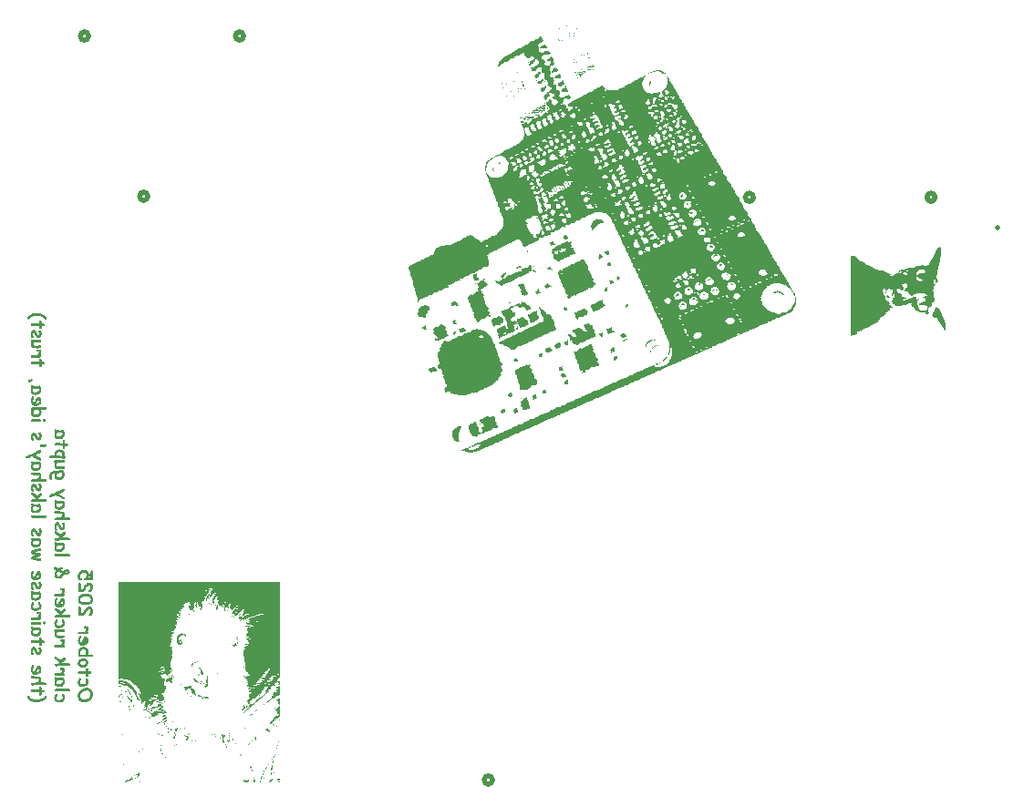
<source format=gbr>
%TF.GenerationSoftware,KiCad,Pcbnew,9.0.0*%
%TF.CreationDate,2025-10-11T11:02:56-05:00*%
%TF.ProjectId,BPS-Voltage_Temp_Board,4250532d-566f-46c7-9461-67655f54656d,rev?*%
%TF.SameCoordinates,Original*%
%TF.FileFunction,Legend,Bot*%
%TF.FilePolarity,Positive*%
%FSLAX46Y46*%
G04 Gerber Fmt 4.6, Leading zero omitted, Abs format (unit mm)*
G04 Created by KiCad (PCBNEW 9.0.0) date 2025-10-11 11:02:56*
%MOMM*%
%LPD*%
G01*
G04 APERTURE LIST*
%ADD10C,0.260000*%
%ADD11C,0.508000*%
%ADD12C,0.000000*%
%ADD13C,1.524000*%
%ADD14C,3.600000*%
%ADD15C,6.400000*%
%ADD16C,1.752600*%
G04 APERTURE END LIST*
D10*
G36*
X25481530Y-88411154D02*
G01*
X25580012Y-88431347D01*
X25663260Y-88463005D01*
X25733618Y-88505371D01*
X25792860Y-88558513D01*
X25840912Y-88621362D01*
X25879901Y-88696861D01*
X25909438Y-88787143D01*
X25928457Y-88894833D01*
X25935266Y-89022959D01*
X25927462Y-89127474D01*
X25904572Y-89224252D01*
X25866806Y-89314696D01*
X25813602Y-89399933D01*
X25743655Y-89480754D01*
X25654979Y-89557576D01*
X25551649Y-89626579D01*
X25445620Y-89679283D01*
X25336176Y-89716648D01*
X25222436Y-89739145D01*
X25103375Y-89746736D01*
X25002679Y-89738572D01*
X24912006Y-89714859D01*
X24829553Y-89676015D01*
X24753947Y-89621441D01*
X24684334Y-89549559D01*
X24630381Y-89473352D01*
X24588450Y-89391411D01*
X24558140Y-89302926D01*
X24539518Y-89206866D01*
X24533117Y-89102021D01*
X24533123Y-89101941D01*
X24771889Y-89101941D01*
X24777925Y-89185297D01*
X24795208Y-89258370D01*
X24823001Y-89322810D01*
X24861269Y-89379926D01*
X24911859Y-89430529D01*
X24968059Y-89465789D01*
X25031060Y-89487113D01*
X25102740Y-89494470D01*
X25210556Y-89486154D01*
X25312425Y-89461537D01*
X25409671Y-89420508D01*
X25503365Y-89362145D01*
X25576470Y-89299819D01*
X25630178Y-89235473D01*
X25667170Y-89168596D01*
X25689102Y-89098197D01*
X25696494Y-89022880D01*
X25690831Y-88917024D01*
X25675849Y-88838179D01*
X25653980Y-88780645D01*
X25626720Y-88739656D01*
X25587652Y-88706110D01*
X25533982Y-88680110D01*
X25461687Y-88662674D01*
X25365643Y-88656149D01*
X25254807Y-88663870D01*
X25151940Y-88686506D01*
X25055709Y-88723763D01*
X24965017Y-88776011D01*
X24891961Y-88834146D01*
X24838326Y-88895068D01*
X24801341Y-88959245D01*
X24779339Y-89027701D01*
X24771889Y-89101941D01*
X24533123Y-89101941D01*
X24541091Y-88997072D01*
X24564387Y-88900888D01*
X24602690Y-88811919D01*
X24656526Y-88728939D01*
X24727234Y-88651113D01*
X24816896Y-88578040D01*
X24918079Y-88515011D01*
X25022725Y-88466536D01*
X25131521Y-88431960D01*
X25245298Y-88411043D01*
X25365008Y-88403962D01*
X25481530Y-88411154D01*
G37*
G36*
X24533117Y-87847913D02*
G01*
X24540500Y-87944469D01*
X24561778Y-88030134D01*
X24596286Y-88106729D01*
X24644247Y-88175669D01*
X24707699Y-88236749D01*
X24779164Y-88279731D01*
X24860276Y-88305954D01*
X24953508Y-88315058D01*
X25038930Y-88307870D01*
X25127512Y-88285703D01*
X25220434Y-88247091D01*
X25318809Y-88189877D01*
X25402259Y-88125839D01*
X25462230Y-88061505D01*
X25502628Y-87996420D01*
X25526115Y-87929581D01*
X25533926Y-87859502D01*
X25529067Y-87798774D01*
X25513234Y-87727516D01*
X25484156Y-87643750D01*
X25446559Y-87568551D01*
X25410906Y-87523877D01*
X25376873Y-87500785D01*
X25342861Y-87493645D01*
X25301929Y-87501113D01*
X25265546Y-87523809D01*
X25238324Y-87560227D01*
X25229111Y-87606442D01*
X25237785Y-87645040D01*
X25269753Y-87698363D01*
X25290887Y-87736409D01*
X25305061Y-87788692D01*
X25310395Y-87859502D01*
X25304414Y-87888926D01*
X25284259Y-87922191D01*
X25244336Y-87961289D01*
X25176642Y-88007782D01*
X25087633Y-88053054D01*
X25014280Y-88076963D01*
X24953349Y-88084145D01*
X24894599Y-88076318D01*
X24846739Y-88053969D01*
X24807133Y-88016673D01*
X24779966Y-87971488D01*
X24762801Y-87916101D01*
X24756648Y-87847913D01*
X24766625Y-87786545D01*
X24802370Y-87702332D01*
X24840385Y-87622659D01*
X24848092Y-87593107D01*
X24839416Y-87548638D01*
X24813245Y-87510949D01*
X24775559Y-87485094D01*
X24733866Y-87476737D01*
X24704735Y-87483348D01*
X24672949Y-87505653D01*
X24636623Y-87550445D01*
X24594715Y-87627716D01*
X24557826Y-87719991D01*
X24538707Y-87792039D01*
X24533117Y-87847913D01*
G37*
G36*
X25304680Y-86694775D02*
G01*
X25305950Y-86738751D01*
X25307299Y-86782648D01*
X25300235Y-86867028D01*
X24831423Y-86850993D01*
X24788399Y-86850120D01*
X24737359Y-86849247D01*
X24652817Y-86856324D01*
X24596756Y-86874377D01*
X24561055Y-86900373D01*
X24540369Y-86934049D01*
X24533117Y-86977999D01*
X24540746Y-87023749D01*
X24563281Y-87062379D01*
X24586790Y-87084360D01*
X24613071Y-87097108D01*
X24643215Y-87101434D01*
X24739105Y-87098814D01*
X24835074Y-87096115D01*
X25295154Y-87112150D01*
X25309840Y-87278607D01*
X25322553Y-87329760D01*
X25345368Y-87362922D01*
X25378298Y-87382816D01*
X25424939Y-87390055D01*
X25471092Y-87381560D01*
X25509398Y-87356319D01*
X25535197Y-87318242D01*
X25544087Y-87269320D01*
X25533926Y-87118341D01*
X25627196Y-87122786D01*
X25714275Y-87126359D01*
X25759368Y-87117249D01*
X25796035Y-87090003D01*
X25820334Y-87050095D01*
X25828581Y-87002051D01*
X25820965Y-86957834D01*
X25799035Y-86923584D01*
X25760667Y-86896798D01*
X25699685Y-86878007D01*
X25606955Y-86870600D01*
X25533926Y-86872346D01*
X25544087Y-86782648D01*
X25539905Y-86688637D01*
X25530751Y-86643258D01*
X25507855Y-86603922D01*
X25473184Y-86580674D01*
X25422637Y-86572214D01*
X25376040Y-86580985D01*
X25338337Y-86606903D01*
X25313309Y-86645619D01*
X25304680Y-86694775D01*
G37*
G36*
X25144672Y-85663489D02*
G01*
X25227567Y-85681719D01*
X25301169Y-85711031D01*
X25366834Y-85751277D01*
X25429481Y-85808985D01*
X25473026Y-85874123D01*
X25499391Y-85948195D01*
X25508525Y-86033708D01*
X25500840Y-86128507D01*
X25478763Y-86211695D01*
X25442992Y-86285307D01*
X25393176Y-86350877D01*
X25327938Y-86409329D01*
X25248514Y-86458759D01*
X25164689Y-86492858D01*
X25075340Y-86512271D01*
X24979068Y-86516808D01*
X24878172Y-86505307D01*
X24791328Y-86478507D01*
X24716067Y-86437196D01*
X24650598Y-86380911D01*
X24601104Y-86318476D01*
X24566353Y-86251386D01*
X24545371Y-86178553D01*
X24538204Y-86098560D01*
X24771889Y-86098560D01*
X24776901Y-86139397D01*
X24791721Y-86176303D01*
X24816976Y-86210405D01*
X24858409Y-86242963D01*
X24911460Y-86263416D01*
X24979623Y-86270812D01*
X25052891Y-86264618D01*
X25117789Y-86246731D01*
X25175848Y-86217549D01*
X25220692Y-86181930D01*
X25251047Y-86142055D01*
X25268962Y-86097073D01*
X25274833Y-86045297D01*
X25267861Y-85999685D01*
X25248459Y-85963482D01*
X25215726Y-85934308D01*
X25165896Y-85911787D01*
X25092974Y-85897605D01*
X24989307Y-85895191D01*
X24922609Y-85905417D01*
X24868402Y-85928620D01*
X24824040Y-85964489D01*
X24794954Y-86004853D01*
X24777745Y-86049087D01*
X24771889Y-86098560D01*
X24538204Y-86098560D01*
X24538197Y-86098481D01*
X24544959Y-86017089D01*
X24564512Y-85944678D01*
X24596432Y-85879625D01*
X24641209Y-85820715D01*
X24700209Y-85767233D01*
X24775279Y-85719730D01*
X24857801Y-85685500D01*
X24949100Y-85664423D01*
X25050826Y-85657134D01*
X25144672Y-85663489D01*
G37*
G36*
X25147870Y-84602976D02*
G01*
X25237307Y-84625743D01*
X25318362Y-84662930D01*
X25392394Y-84714986D01*
X25447264Y-84770024D01*
X25489212Y-84830360D01*
X25519264Y-84896735D01*
X25537711Y-84970292D01*
X25544087Y-85052505D01*
X25539657Y-85108714D01*
X25525830Y-85168874D01*
X25503707Y-85229116D01*
X25471217Y-85294928D01*
X25810165Y-85294928D01*
X25846838Y-85291832D01*
X25883511Y-85288736D01*
X25930817Y-85295460D01*
X25961068Y-85313090D01*
X25979299Y-85341201D01*
X25986069Y-85383753D01*
X25979164Y-85423972D01*
X25958878Y-85457084D01*
X25923121Y-85484961D01*
X25870731Y-85506079D01*
X25809689Y-85513379D01*
X24805545Y-85513379D01*
X24740375Y-85516078D01*
X24675284Y-85518697D01*
X24631283Y-85510110D01*
X24595509Y-85484564D01*
X24571626Y-85447048D01*
X24563598Y-85402407D01*
X24571841Y-85358822D01*
X24596461Y-85322472D01*
X24572647Y-85246837D01*
X24558285Y-85168298D01*
X24553438Y-85086241D01*
X24782049Y-85086241D01*
X24787029Y-85143366D01*
X24803475Y-85212127D01*
X24834122Y-85294928D01*
X25209505Y-85294928D01*
X25257585Y-85220213D01*
X25288963Y-85159031D01*
X25309455Y-85099703D01*
X25315475Y-85052505D01*
X25306602Y-84987540D01*
X25280989Y-84933371D01*
X25237763Y-84887317D01*
X25184846Y-84854947D01*
X25122356Y-84834867D01*
X25047889Y-84827783D01*
X24974318Y-84836220D01*
X24911696Y-84860488D01*
X24857538Y-84900653D01*
X24815819Y-84953251D01*
X24790752Y-85014256D01*
X24782049Y-85086241D01*
X24553438Y-85086241D01*
X24562869Y-84984167D01*
X24590290Y-84892868D01*
X24635510Y-84810161D01*
X24699812Y-84734513D01*
X24775387Y-84673350D01*
X24857601Y-84630248D01*
X24947899Y-84604104D01*
X25048286Y-84595123D01*
X25147870Y-84602976D01*
G37*
G36*
X24804460Y-83575032D02*
G01*
X24830698Y-83591615D01*
X24846996Y-83618865D01*
X24853173Y-83661151D01*
X24844192Y-83707818D01*
X24810070Y-83779267D01*
X24783951Y-83836250D01*
X24767531Y-83902805D01*
X24761728Y-83980889D01*
X24768361Y-84056095D01*
X24787129Y-84119405D01*
X24818825Y-84175292D01*
X24863333Y-84222439D01*
X24994467Y-83923181D01*
X25058562Y-83786439D01*
X25094881Y-83723384D01*
X25136818Y-83672415D01*
X25178843Y-83639185D01*
X25221641Y-83620348D01*
X25266499Y-83614159D01*
X25331003Y-83622606D01*
X25384834Y-83646922D01*
X25430599Y-83687700D01*
X25469312Y-83748230D01*
X25495604Y-83818082D01*
X25512577Y-83902664D01*
X25518685Y-84004862D01*
X25511462Y-84092242D01*
X25490593Y-84169840D01*
X25456563Y-84239412D01*
X25408880Y-84302275D01*
X25346116Y-84359209D01*
X25265726Y-84409988D01*
X25176576Y-84446727D01*
X25077132Y-84469442D01*
X24965494Y-84477325D01*
X24885018Y-84470918D01*
X24814746Y-84452561D01*
X24752913Y-84422916D01*
X24698180Y-84381778D01*
X24649724Y-84328093D01*
X24606800Y-84258653D01*
X24599498Y-84240220D01*
X25086864Y-84240220D01*
X25157545Y-84212110D01*
X25211121Y-84180597D01*
X25250702Y-84146156D01*
X25281047Y-84104386D01*
X25299122Y-84057831D01*
X25305315Y-84004941D01*
X25301120Y-83941589D01*
X25289575Y-83890529D01*
X25271817Y-83849517D01*
X25226819Y-83927445D01*
X25172276Y-84040423D01*
X25086864Y-84240220D01*
X24599498Y-84240220D01*
X24575210Y-84178904D01*
X24555349Y-84087045D01*
X24548357Y-83980889D01*
X24554290Y-83889048D01*
X24571868Y-83801392D01*
X24601065Y-83717113D01*
X24639540Y-83645472D01*
X24679190Y-83600987D01*
X24720250Y-83576707D01*
X24764427Y-83568833D01*
X24804460Y-83575032D01*
G37*
G36*
X25227920Y-82667009D02*
G01*
X25164386Y-82679175D01*
X25124156Y-82703535D01*
X25100495Y-82739312D01*
X25091944Y-82790443D01*
X25099685Y-82841065D01*
X25120330Y-82874121D01*
X25154107Y-82894563D01*
X25206329Y-82902288D01*
X25295154Y-82906734D01*
X25276066Y-82984156D01*
X25246223Y-83049952D01*
X25205891Y-83105947D01*
X25154465Y-83153365D01*
X25090516Y-83192736D01*
X24644962Y-83191863D01*
X24598523Y-83200631D01*
X24561296Y-83226472D01*
X24536576Y-83265156D01*
X24528036Y-83314344D01*
X24532281Y-83349433D01*
X24544193Y-83377284D01*
X24563598Y-83399597D01*
X24599242Y-83420632D01*
X24645359Y-83428015D01*
X25227603Y-83428015D01*
X25309840Y-83426269D01*
X25392076Y-83424443D01*
X25438316Y-83416813D01*
X25475186Y-83394755D01*
X25499724Y-83359823D01*
X25508525Y-83309899D01*
X25501888Y-83264685D01*
X25483561Y-83231747D01*
X25453250Y-83207912D01*
X25407317Y-83192736D01*
X25458694Y-83111163D01*
X25494795Y-83026470D01*
X25516449Y-82937709D01*
X25523766Y-82843707D01*
X25517294Y-82789799D01*
X25499276Y-82747781D01*
X25470091Y-82714784D01*
X25427855Y-82689525D01*
X25368741Y-82672550D01*
X25287455Y-82666136D01*
X25227920Y-82667009D01*
G37*
G36*
X24589000Y-80944090D02*
G01*
X24596144Y-81012991D01*
X24603367Y-81079986D01*
X24604240Y-81341064D01*
X24596620Y-81443224D01*
X24589000Y-81546179D01*
X24592572Y-81574596D01*
X24596144Y-81603014D01*
X24603881Y-81652088D01*
X24625240Y-81686984D01*
X24660996Y-81711366D01*
X24707649Y-81723905D01*
X24787209Y-81729147D01*
X24895839Y-81720294D01*
X24987526Y-81695281D01*
X25065352Y-81655404D01*
X25118904Y-81613328D01*
X25176194Y-81553325D01*
X25237763Y-81471563D01*
X25395092Y-81232711D01*
X25451852Y-81167501D01*
X25508637Y-81124731D01*
X25566382Y-81100382D01*
X25626720Y-81092370D01*
X25646651Y-81097273D01*
X25668524Y-81114042D01*
X25693716Y-81148332D01*
X25719077Y-81205004D01*
X25726976Y-81257557D01*
X25718708Y-81317786D01*
X25692163Y-81383513D01*
X25643152Y-81456957D01*
X25588899Y-81531520D01*
X25565126Y-81576144D01*
X25559327Y-81601268D01*
X25565235Y-81646005D01*
X25582347Y-81683901D01*
X25604160Y-81708894D01*
X25629989Y-81723324D01*
X25661250Y-81728274D01*
X25695383Y-81723426D01*
X25726048Y-81708984D01*
X25754362Y-81683901D01*
X25840428Y-81577758D01*
X25892640Y-81496488D01*
X25927959Y-81417660D01*
X25948704Y-81338358D01*
X25955587Y-81257557D01*
X25946441Y-81157576D01*
X25919576Y-81065839D01*
X25874859Y-80980525D01*
X25823006Y-80916593D01*
X25766384Y-80873439D01*
X25703933Y-80847980D01*
X25633547Y-80839310D01*
X25535101Y-80847524D01*
X25450498Y-80870933D01*
X25377232Y-80908607D01*
X25324788Y-80948775D01*
X25270190Y-81004864D01*
X25213077Y-81079986D01*
X25073846Y-81302009D01*
X25011931Y-81381961D01*
X24950066Y-81435849D01*
X24887500Y-81468596D01*
X24822691Y-81483152D01*
X24834757Y-81339317D01*
X24843012Y-81068397D01*
X24834982Y-80993075D01*
X24810387Y-80917498D01*
X24777509Y-80862104D01*
X24743315Y-80833892D01*
X24706322Y-80825101D01*
X24663503Y-80833241D01*
X24626069Y-80857964D01*
X24598305Y-80896712D01*
X24589000Y-80944090D01*
G37*
G36*
X25468802Y-79654552D02*
G01*
X25578151Y-79677351D01*
X25676500Y-79714147D01*
X25765395Y-79764757D01*
X25840343Y-79826424D01*
X25897030Y-79895443D01*
X25937417Y-79972693D01*
X25962215Y-80059804D01*
X25970828Y-80159032D01*
X25961381Y-80263021D01*
X25934013Y-80355349D01*
X25889073Y-80438310D01*
X25825427Y-80513524D01*
X25740550Y-80581804D01*
X25641896Y-80637535D01*
X25535546Y-80677599D01*
X25420159Y-80702133D01*
X25294122Y-80710557D01*
X25142643Y-80703568D01*
X25012965Y-80683929D01*
X24902197Y-80653297D01*
X24807768Y-80612841D01*
X24728414Y-80563005D01*
X24665672Y-80505785D01*
X24617463Y-80440853D01*
X24582626Y-80367186D01*
X24561000Y-80283142D01*
X24553444Y-80186656D01*
X24782049Y-80186656D01*
X24789663Y-80251938D01*
X24811467Y-80306750D01*
X24847487Y-80353501D01*
X24899810Y-80393417D01*
X24972320Y-80426380D01*
X25052345Y-80447287D01*
X25161851Y-80461773D01*
X25308093Y-80467260D01*
X25416103Y-80458385D01*
X25512153Y-80432734D01*
X25598382Y-80390898D01*
X25663931Y-80341322D01*
X25707782Y-80287151D01*
X25733485Y-80227416D01*
X25742217Y-80159985D01*
X25735197Y-80096344D01*
X25715241Y-80043460D01*
X25682650Y-79998965D01*
X25635928Y-79961537D01*
X25582728Y-79935120D01*
X25514073Y-79914321D01*
X25426534Y-79900446D01*
X25316190Y-79895335D01*
X25177491Y-79901012D01*
X25067634Y-79916390D01*
X24981762Y-79939327D01*
X24915564Y-79968205D01*
X24855769Y-80010420D01*
X24815031Y-80059865D01*
X24790563Y-80117738D01*
X24782049Y-80186656D01*
X24553444Y-80186656D01*
X24553438Y-80186577D01*
X24562095Y-80079650D01*
X24586710Y-79988058D01*
X24626180Y-79909081D01*
X24680697Y-79840682D01*
X24751726Y-79781665D01*
X24829677Y-79737364D01*
X24924904Y-79700452D01*
X25040431Y-79671938D01*
X25179716Y-79653344D01*
X25346592Y-79646641D01*
X25468802Y-79654552D01*
G37*
G36*
X24589000Y-78724020D02*
G01*
X24596144Y-78792921D01*
X24603367Y-78859917D01*
X24604240Y-79120994D01*
X24596620Y-79223155D01*
X24589000Y-79326109D01*
X24592572Y-79354527D01*
X24596144Y-79382944D01*
X24603881Y-79432018D01*
X24625240Y-79466914D01*
X24660996Y-79491297D01*
X24707649Y-79503836D01*
X24787209Y-79509077D01*
X24895839Y-79500225D01*
X24987526Y-79475211D01*
X25065352Y-79435334D01*
X25118904Y-79393258D01*
X25176194Y-79333255D01*
X25237763Y-79251493D01*
X25395092Y-79012642D01*
X25451852Y-78947431D01*
X25508637Y-78904661D01*
X25566382Y-78880312D01*
X25626720Y-78872300D01*
X25646651Y-78877203D01*
X25668524Y-78893972D01*
X25693716Y-78928262D01*
X25719077Y-78984934D01*
X25726976Y-79037487D01*
X25718708Y-79097716D01*
X25692163Y-79163443D01*
X25643152Y-79236887D01*
X25588899Y-79311451D01*
X25565126Y-79356074D01*
X25559327Y-79381198D01*
X25565235Y-79425936D01*
X25582347Y-79463831D01*
X25604160Y-79488825D01*
X25629989Y-79503255D01*
X25661250Y-79508204D01*
X25695383Y-79503356D01*
X25726048Y-79488914D01*
X25754362Y-79463831D01*
X25840428Y-79357688D01*
X25892640Y-79276418D01*
X25927959Y-79197591D01*
X25948704Y-79118288D01*
X25955587Y-79037487D01*
X25946441Y-78937506D01*
X25919576Y-78845770D01*
X25874859Y-78760455D01*
X25823006Y-78696523D01*
X25766384Y-78653369D01*
X25703933Y-78627910D01*
X25633547Y-78619240D01*
X25535101Y-78627455D01*
X25450498Y-78650863D01*
X25377232Y-78688538D01*
X25324788Y-78728705D01*
X25270190Y-78784795D01*
X25213077Y-78859917D01*
X25073846Y-79081939D01*
X25011931Y-79161891D01*
X24950066Y-79215779D01*
X24887500Y-79248527D01*
X24822691Y-79263082D01*
X24834757Y-79119248D01*
X24843012Y-78848327D01*
X24834982Y-78773005D01*
X24810387Y-78697428D01*
X24777509Y-78642035D01*
X24743315Y-78613822D01*
X24706322Y-78605031D01*
X24663503Y-78613171D01*
X24626069Y-78637894D01*
X24598305Y-78676642D01*
X24589000Y-78724020D01*
G37*
G36*
X24533117Y-78010086D02*
G01*
X24541656Y-78118329D01*
X24565790Y-78209926D01*
X24604211Y-78287821D01*
X24656903Y-78354247D01*
X24725134Y-78410553D01*
X24759056Y-78427596D01*
X24789431Y-78432779D01*
X24833170Y-78423391D01*
X24870477Y-78394597D01*
X24895685Y-78353537D01*
X24903975Y-78307598D01*
X24894815Y-78261556D01*
X24867064Y-78222345D01*
X24798639Y-78154794D01*
X24779129Y-78118034D01*
X24766399Y-78070715D01*
X24761728Y-78010086D01*
X24768163Y-77943768D01*
X24786895Y-77884549D01*
X24817892Y-77830923D01*
X24862222Y-77781871D01*
X24913164Y-77743441D01*
X24968602Y-77716201D01*
X25029471Y-77699621D01*
X25097025Y-77693920D01*
X25184891Y-77699777D01*
X25249206Y-77715220D01*
X25295393Y-77737896D01*
X25331621Y-77771746D01*
X25353443Y-77814963D01*
X25361198Y-77870617D01*
X25354370Y-77947220D01*
X25334825Y-78013425D01*
X25303130Y-78071199D01*
X25258719Y-78121931D01*
X25173308Y-78197420D01*
X25147051Y-78231424D01*
X25132302Y-78265151D01*
X25127506Y-78299581D01*
X25136251Y-78346405D01*
X25162274Y-78385231D01*
X25200406Y-78411642D01*
X25244352Y-78420316D01*
X25399458Y-78405234D01*
X25639339Y-78381450D01*
X25747217Y-78375943D01*
X25770133Y-78379201D01*
X25806037Y-78391502D01*
X25841948Y-78403735D01*
X25864936Y-78406980D01*
X25891930Y-78402073D01*
X25914077Y-78387568D01*
X25932647Y-78361655D01*
X25945828Y-78324041D01*
X25950507Y-78278228D01*
X25948284Y-78224488D01*
X25946062Y-78170749D01*
X25945427Y-77743611D01*
X25950507Y-77675266D01*
X25955587Y-77605968D01*
X25947756Y-77561761D01*
X25925026Y-77526986D01*
X25890698Y-77503833D01*
X25846838Y-77495869D01*
X25804548Y-77504189D01*
X25770614Y-77528923D01*
X25742972Y-77574138D01*
X25722991Y-77648712D01*
X25714990Y-77764964D01*
X25715863Y-77818703D01*
X25716815Y-77861727D01*
X25716815Y-78126376D01*
X25532974Y-78148602D01*
X25563647Y-78069092D01*
X25582987Y-77977172D01*
X25589809Y-77870617D01*
X25582868Y-77785329D01*
X25563067Y-77711709D01*
X25531199Y-77647695D01*
X25487043Y-77591741D01*
X25429384Y-77542941D01*
X25361664Y-77503359D01*
X25284760Y-77474280D01*
X25197137Y-77456059D01*
X25096945Y-77449671D01*
X25000871Y-77456039D01*
X24914199Y-77474465D01*
X24835543Y-77504347D01*
X24763757Y-77545649D01*
X24697987Y-77598903D01*
X24639249Y-77664244D01*
X24593713Y-77736818D01*
X24560690Y-77817641D01*
X24540230Y-77908142D01*
X24533117Y-78010086D01*
G37*
G36*
X22349117Y-89300865D02*
G01*
X22356500Y-89397420D01*
X22377778Y-89483086D01*
X22412286Y-89559680D01*
X22460247Y-89628620D01*
X22523699Y-89689701D01*
X22595164Y-89732683D01*
X22676276Y-89758906D01*
X22769508Y-89768010D01*
X22854930Y-89760822D01*
X22943512Y-89738655D01*
X23036434Y-89700043D01*
X23134809Y-89642829D01*
X23218259Y-89578790D01*
X23278230Y-89514457D01*
X23318628Y-89449372D01*
X23342115Y-89382533D01*
X23349926Y-89312454D01*
X23345067Y-89251726D01*
X23329234Y-89180468D01*
X23300156Y-89096702D01*
X23262559Y-89021503D01*
X23226906Y-88976829D01*
X23192873Y-88953737D01*
X23158861Y-88946597D01*
X23117929Y-88954065D01*
X23081546Y-88976761D01*
X23054324Y-89013179D01*
X23045111Y-89059394D01*
X23053785Y-89097992D01*
X23085753Y-89151315D01*
X23106887Y-89189361D01*
X23121061Y-89241644D01*
X23126395Y-89312454D01*
X23120414Y-89341878D01*
X23100259Y-89375143D01*
X23060336Y-89414240D01*
X22992642Y-89460734D01*
X22903633Y-89506006D01*
X22830280Y-89529915D01*
X22769349Y-89537096D01*
X22710599Y-89529270D01*
X22662739Y-89506921D01*
X22623133Y-89469624D01*
X22595966Y-89424440D01*
X22578801Y-89369053D01*
X22572648Y-89300865D01*
X22582625Y-89239497D01*
X22618370Y-89155284D01*
X22656385Y-89075611D01*
X22664092Y-89046058D01*
X22655416Y-89001590D01*
X22629245Y-88963901D01*
X22591559Y-88938046D01*
X22549866Y-88929689D01*
X22520735Y-88936300D01*
X22488949Y-88958605D01*
X22452623Y-89003397D01*
X22410715Y-89080668D01*
X22373826Y-89172942D01*
X22354707Y-89244991D01*
X22349117Y-89300865D01*
G37*
G36*
X22533593Y-88501122D02*
G01*
X22465301Y-88507476D01*
X22419124Y-88523903D01*
X22388882Y-88548132D01*
X22370820Y-88580462D01*
X22364357Y-88623683D01*
X22373037Y-88672834D01*
X22398252Y-88711635D01*
X22436410Y-88737368D01*
X22485490Y-88746244D01*
X23717609Y-88746244D01*
X23750380Y-88741988D01*
X23778178Y-88729667D01*
X23802227Y-88708936D01*
X23824741Y-88669863D01*
X23832550Y-88620984D01*
X23824377Y-88572571D01*
X23800878Y-88534858D01*
X23764869Y-88509803D01*
X23717609Y-88501122D01*
X22533593Y-88501122D01*
G37*
G36*
X22549390Y-87426014D02*
G01*
X22641311Y-87466894D01*
X22727295Y-87483626D01*
X22884210Y-87490867D01*
X23009153Y-87486024D01*
X23097978Y-87472213D01*
X23123743Y-87456932D01*
X23153622Y-87451812D01*
X23186286Y-87458358D01*
X23218619Y-87479310D01*
X23252075Y-87519314D01*
X23286979Y-87585883D01*
X23314832Y-87661337D01*
X23330015Y-87725862D01*
X23334685Y-87781235D01*
X23324938Y-87888455D01*
X23296412Y-87985984D01*
X23249116Y-88075861D01*
X23181643Y-88159555D01*
X23116814Y-88217335D01*
X23048381Y-88261213D01*
X22975701Y-88292324D01*
X22897845Y-88311171D01*
X22813642Y-88317598D01*
X22697806Y-88309744D01*
X22604401Y-88288107D01*
X22529328Y-88254764D01*
X22469296Y-88210595D01*
X22421114Y-88153730D01*
X22385377Y-88083369D01*
X22362463Y-87996602D01*
X22355092Y-87901176D01*
X22567568Y-87901176D01*
X22574717Y-87954919D01*
X22594739Y-87996557D01*
X22627657Y-88029056D01*
X22670011Y-88051164D01*
X22728241Y-88066065D01*
X22807054Y-88071682D01*
X22867466Y-88066028D01*
X22923503Y-88049333D01*
X22976241Y-88021372D01*
X23026457Y-87981111D01*
X23068892Y-87932609D01*
X23098110Y-87881796D01*
X23115455Y-87827885D01*
X23121315Y-87769725D01*
X23117267Y-87746229D01*
X23104407Y-87714636D01*
X23022012Y-87726701D01*
X22956604Y-87730670D01*
X22838380Y-87725107D01*
X22639644Y-87703999D01*
X22608191Y-87749322D01*
X22585825Y-87796793D01*
X22572184Y-87847240D01*
X22567568Y-87901176D01*
X22355092Y-87901176D01*
X22354197Y-87889587D01*
X22358674Y-87844255D01*
X22374200Y-87783934D01*
X22397665Y-87719922D01*
X22433179Y-87640020D01*
X22382827Y-87576969D01*
X22360033Y-87536155D01*
X22354197Y-87510394D01*
X22361921Y-87466142D01*
X22385155Y-87427363D01*
X22420083Y-87400366D01*
X22462867Y-87391405D01*
X22549390Y-87426014D01*
G37*
G36*
X23043920Y-86521650D02*
G01*
X22980386Y-86533816D01*
X22940156Y-86558176D01*
X22916495Y-86593953D01*
X22907944Y-86645084D01*
X22915685Y-86695706D01*
X22936330Y-86728761D01*
X22970107Y-86749204D01*
X23022329Y-86756929D01*
X23111154Y-86761374D01*
X23092066Y-86838797D01*
X23062223Y-86904593D01*
X23021891Y-86960588D01*
X22970465Y-87008006D01*
X22906516Y-87047377D01*
X22460962Y-87046503D01*
X22414523Y-87055272D01*
X22377296Y-87081113D01*
X22352576Y-87119797D01*
X22344036Y-87168985D01*
X22348281Y-87204073D01*
X22360193Y-87231924D01*
X22379598Y-87254238D01*
X22415242Y-87275273D01*
X22461359Y-87282656D01*
X23043603Y-87282656D01*
X23125840Y-87280909D01*
X23208076Y-87279084D01*
X23254316Y-87271454D01*
X23291186Y-87249396D01*
X23315724Y-87214463D01*
X23324525Y-87164540D01*
X23317888Y-87119325D01*
X23299561Y-87086388D01*
X23269250Y-87062552D01*
X23223317Y-87047377D01*
X23274694Y-86965804D01*
X23310795Y-86881111D01*
X23332449Y-86792350D01*
X23339766Y-86698347D01*
X23333294Y-86644440D01*
X23315276Y-86602422D01*
X23286091Y-86569424D01*
X23243855Y-86544165D01*
X23184741Y-86527190D01*
X23103455Y-86520777D01*
X23043920Y-86521650D01*
G37*
G36*
X22369438Y-85645148D02*
G01*
X22376849Y-85687993D01*
X22398545Y-85722812D01*
X22436751Y-85751674D01*
X22519674Y-85802564D01*
X22627657Y-85882253D01*
X22809673Y-86025214D01*
X22729739Y-86142457D01*
X22493586Y-86151347D01*
X22446149Y-86160140D01*
X22408254Y-86185956D01*
X22383168Y-86224690D01*
X22374518Y-86273908D01*
X22380652Y-86319553D01*
X22397450Y-86352863D01*
X22424710Y-86377050D01*
X22465086Y-86393011D01*
X22523512Y-86399089D01*
X22733311Y-86388928D01*
X22943109Y-86378688D01*
X23237129Y-86374719D01*
X23529402Y-86370671D01*
X23619418Y-86374719D01*
X23709513Y-86378688D01*
X23756785Y-86369880D01*
X23794210Y-86344079D01*
X23818933Y-86305329D01*
X23827470Y-86256127D01*
X23818913Y-86206946D01*
X23794131Y-86168255D01*
X23756700Y-86142392D01*
X23709433Y-86133566D01*
X23617116Y-86129121D01*
X23524798Y-86124676D01*
X23274357Y-86129994D01*
X23027489Y-86134439D01*
X23142290Y-86000195D01*
X23366675Y-85766756D01*
X23396294Y-85724429D01*
X23405809Y-85678011D01*
X23396854Y-85631463D01*
X23369453Y-85590059D01*
X23329691Y-85561185D01*
X23285232Y-85551878D01*
X23246302Y-85560032D01*
X23206330Y-85586566D01*
X23089985Y-85697949D01*
X22961684Y-85836054D01*
X22724023Y-85651339D01*
X22597947Y-85563962D01*
X22525183Y-85526255D01*
X22486442Y-85517268D01*
X22455689Y-85521573D01*
X22428409Y-85534320D01*
X22403571Y-85556323D01*
X22377882Y-85598290D01*
X22369438Y-85645148D01*
G37*
G36*
X23043920Y-83877379D02*
G01*
X22980386Y-83889545D01*
X22940156Y-83913905D01*
X22916495Y-83949682D01*
X22907944Y-84000813D01*
X22915685Y-84051435D01*
X22936330Y-84084491D01*
X22970107Y-84104933D01*
X23022329Y-84112658D01*
X23111154Y-84117103D01*
X23092066Y-84194526D01*
X23062223Y-84260322D01*
X23021891Y-84316317D01*
X22970465Y-84363735D01*
X22906516Y-84403106D01*
X22460962Y-84402233D01*
X22414523Y-84411001D01*
X22377296Y-84436842D01*
X22352576Y-84475526D01*
X22344036Y-84524714D01*
X22348281Y-84559803D01*
X22360193Y-84587654D01*
X22379598Y-84609967D01*
X22415242Y-84631002D01*
X22461359Y-84638385D01*
X23043603Y-84638385D01*
X23125840Y-84636639D01*
X23208076Y-84634813D01*
X23254316Y-84627183D01*
X23291186Y-84605125D01*
X23315724Y-84570192D01*
X23324525Y-84520269D01*
X23317888Y-84475054D01*
X23299561Y-84442117D01*
X23269250Y-84418281D01*
X23223317Y-84403106D01*
X23274694Y-84321533D01*
X23310795Y-84236840D01*
X23332449Y-84148079D01*
X23339766Y-84054077D01*
X23333294Y-84000169D01*
X23315276Y-83958151D01*
X23286091Y-83925154D01*
X23243855Y-83899894D01*
X23184741Y-83882920D01*
X23103455Y-83876506D01*
X23043920Y-83877379D01*
G37*
G36*
X22919534Y-82969840D02*
G01*
X22741249Y-82968967D01*
X22563043Y-82968094D01*
X22507875Y-82964998D01*
X22452786Y-82961823D01*
X22407526Y-82970871D01*
X22371184Y-82997781D01*
X22347182Y-83037388D01*
X22338956Y-83086130D01*
X22346120Y-83131617D01*
X22366451Y-83166566D01*
X22401031Y-83193609D01*
X22377828Y-83270305D01*
X22363934Y-83348584D01*
X22359277Y-83428968D01*
X22365634Y-83511585D01*
X22383591Y-83581575D01*
X22412144Y-83641147D01*
X22446264Y-83684900D01*
X22486553Y-83718217D01*
X22533796Y-83742099D01*
X22589397Y-83756644D01*
X22804589Y-83783164D01*
X22983434Y-83791253D01*
X23101532Y-83785049D01*
X23245225Y-83764582D01*
X23290016Y-83749786D01*
X23319874Y-83725806D01*
X23338158Y-83691958D01*
X23344846Y-83644719D01*
X23336686Y-83596659D01*
X23312698Y-83556847D01*
X23276339Y-83529555D01*
X23231255Y-83520412D01*
X23109726Y-83533271D01*
X22983910Y-83546131D01*
X22766809Y-83537717D01*
X22678074Y-83526528D01*
X22613210Y-83512395D01*
X22598208Y-83469371D01*
X22592969Y-83428888D01*
X22599672Y-83328426D01*
X22621307Y-83212263D01*
X22776493Y-83213136D01*
X22925487Y-83214883D01*
X23101075Y-83210331D01*
X23239351Y-83198054D01*
X23286884Y-83184849D01*
X23318384Y-83161284D01*
X23337715Y-83126762D01*
X23344846Y-83077240D01*
X23336556Y-83028309D01*
X23312142Y-82987541D01*
X23288322Y-82966984D01*
X23261414Y-82955631D01*
X23230143Y-82952932D01*
X22919534Y-82969840D01*
G37*
G36*
X22349117Y-82392993D02*
G01*
X22356500Y-82489549D01*
X22377778Y-82575214D01*
X22412286Y-82651809D01*
X22460247Y-82720749D01*
X22523699Y-82781829D01*
X22595164Y-82824811D01*
X22676276Y-82851034D01*
X22769508Y-82860138D01*
X22854930Y-82852950D01*
X22943512Y-82830783D01*
X23036434Y-82792171D01*
X23134809Y-82734958D01*
X23218259Y-82670919D01*
X23278230Y-82606586D01*
X23318628Y-82541501D01*
X23342115Y-82474662D01*
X23349926Y-82404583D01*
X23345067Y-82343854D01*
X23329234Y-82272596D01*
X23300156Y-82188831D01*
X23262559Y-82113631D01*
X23226906Y-82068957D01*
X23192873Y-82045865D01*
X23158861Y-82038725D01*
X23117929Y-82046194D01*
X23081546Y-82068889D01*
X23054324Y-82105307D01*
X23045111Y-82151523D01*
X23053785Y-82190121D01*
X23085753Y-82243443D01*
X23106887Y-82281489D01*
X23121061Y-82333772D01*
X23126395Y-82404583D01*
X23120414Y-82434006D01*
X23100259Y-82467271D01*
X23060336Y-82506369D01*
X22992642Y-82552862D01*
X22903633Y-82598134D01*
X22830280Y-82622044D01*
X22769349Y-82629225D01*
X22710599Y-82621398D01*
X22662739Y-82599049D01*
X22623133Y-82561753D01*
X22595966Y-82516569D01*
X22578801Y-82461181D01*
X22572648Y-82392993D01*
X22582625Y-82331625D01*
X22618370Y-82247412D01*
X22656385Y-82167740D01*
X22664092Y-82138187D01*
X22655416Y-82093718D01*
X22629245Y-82056030D01*
X22591559Y-82030174D01*
X22549866Y-82021817D01*
X22520735Y-82028428D01*
X22488949Y-82050734D01*
X22452623Y-82095525D01*
X22410715Y-82172796D01*
X22373826Y-82265071D01*
X22354707Y-82337120D01*
X22349117Y-82392993D01*
G37*
G36*
X22369438Y-81119914D02*
G01*
X22376849Y-81162759D01*
X22398545Y-81197578D01*
X22436751Y-81226441D01*
X22519674Y-81277330D01*
X22627657Y-81357019D01*
X22809673Y-81499980D01*
X22729739Y-81617223D01*
X22493586Y-81626113D01*
X22446149Y-81634907D01*
X22408254Y-81660723D01*
X22383168Y-81699456D01*
X22374518Y-81748674D01*
X22380652Y-81794320D01*
X22397450Y-81827629D01*
X22424710Y-81851816D01*
X22465086Y-81867777D01*
X22523512Y-81873855D01*
X22733311Y-81863695D01*
X22943109Y-81853455D01*
X23237129Y-81849486D01*
X23529402Y-81845437D01*
X23619418Y-81849486D01*
X23709513Y-81853455D01*
X23756785Y-81844646D01*
X23794210Y-81818845D01*
X23818933Y-81780095D01*
X23827470Y-81730894D01*
X23818913Y-81681712D01*
X23794131Y-81643021D01*
X23756700Y-81617158D01*
X23709433Y-81608333D01*
X23617116Y-81603887D01*
X23524798Y-81599442D01*
X23274357Y-81604760D01*
X23027489Y-81609206D01*
X23142290Y-81474962D01*
X23366675Y-81241523D01*
X23396294Y-81199196D01*
X23405809Y-81152777D01*
X23396854Y-81106229D01*
X23369453Y-81064825D01*
X23329691Y-81035951D01*
X23285232Y-81026644D01*
X23246302Y-81034798D01*
X23206330Y-81061332D01*
X23089985Y-81172716D01*
X22961684Y-81310820D01*
X22724023Y-81126106D01*
X22597947Y-81038728D01*
X22525183Y-81001022D01*
X22486442Y-80992035D01*
X22455689Y-80996339D01*
X22428409Y-81009087D01*
X22403571Y-81031089D01*
X22377882Y-81073056D01*
X22369438Y-81119914D01*
G37*
G36*
X22620460Y-80031557D02*
G01*
X22646698Y-80048139D01*
X22662996Y-80075390D01*
X22669173Y-80117676D01*
X22660192Y-80164342D01*
X22626070Y-80235792D01*
X22599951Y-80292775D01*
X22583531Y-80359329D01*
X22577728Y-80437414D01*
X22584361Y-80512619D01*
X22603129Y-80575930D01*
X22634825Y-80631817D01*
X22679333Y-80678964D01*
X22810467Y-80379706D01*
X22874562Y-80242964D01*
X22910881Y-80179909D01*
X22952818Y-80128940D01*
X22994843Y-80095710D01*
X23037641Y-80076873D01*
X23082499Y-80070683D01*
X23147003Y-80079131D01*
X23200834Y-80103447D01*
X23246599Y-80144225D01*
X23285312Y-80204754D01*
X23311604Y-80274607D01*
X23328577Y-80359189D01*
X23334685Y-80461386D01*
X23327462Y-80548766D01*
X23306593Y-80626365D01*
X23272563Y-80695937D01*
X23224880Y-80758800D01*
X23162116Y-80815734D01*
X23081726Y-80866513D01*
X22992576Y-80903252D01*
X22893132Y-80925967D01*
X22781494Y-80933850D01*
X22701018Y-80927443D01*
X22630746Y-80909085D01*
X22568913Y-80879441D01*
X22514180Y-80838303D01*
X22465724Y-80784617D01*
X22422800Y-80715178D01*
X22415498Y-80696745D01*
X22902864Y-80696745D01*
X22973545Y-80668635D01*
X23027121Y-80637121D01*
X23066702Y-80602681D01*
X23097047Y-80560911D01*
X23115122Y-80514356D01*
X23121315Y-80461466D01*
X23117120Y-80398114D01*
X23105575Y-80347054D01*
X23087817Y-80306042D01*
X23042819Y-80383970D01*
X22988276Y-80496948D01*
X22902864Y-80696745D01*
X22415498Y-80696745D01*
X22391210Y-80635428D01*
X22371349Y-80543570D01*
X22364357Y-80437414D01*
X22370290Y-80345573D01*
X22387868Y-80257917D01*
X22417065Y-80173638D01*
X22455540Y-80101997D01*
X22495190Y-80057512D01*
X22536250Y-80033232D01*
X22580427Y-80025358D01*
X22620460Y-80031557D01*
G37*
G36*
X23043920Y-79123534D02*
G01*
X22980386Y-79135700D01*
X22940156Y-79160060D01*
X22916495Y-79195837D01*
X22907944Y-79246968D01*
X22915685Y-79297590D01*
X22936330Y-79330645D01*
X22970107Y-79351088D01*
X23022329Y-79358813D01*
X23111154Y-79363258D01*
X23092066Y-79440681D01*
X23062223Y-79506477D01*
X23021891Y-79562472D01*
X22970465Y-79609890D01*
X22906516Y-79649261D01*
X22460962Y-79648387D01*
X22414523Y-79657156D01*
X22377296Y-79682997D01*
X22352576Y-79721681D01*
X22344036Y-79770869D01*
X22348281Y-79805957D01*
X22360193Y-79833809D01*
X22379598Y-79856122D01*
X22415242Y-79877157D01*
X22461359Y-79884540D01*
X23043603Y-79884540D01*
X23125840Y-79882793D01*
X23208076Y-79880968D01*
X23254316Y-79873338D01*
X23291186Y-79851280D01*
X23315724Y-79816347D01*
X23324525Y-79766424D01*
X23317888Y-79721209D01*
X23299561Y-79688272D01*
X23269250Y-79664436D01*
X23223317Y-79649261D01*
X23274694Y-79567688D01*
X23310795Y-79482995D01*
X23332449Y-79394234D01*
X23339766Y-79300232D01*
X23333294Y-79246324D01*
X23315276Y-79204306D01*
X23286091Y-79171309D01*
X23243855Y-79146049D01*
X23184741Y-79129074D01*
X23103455Y-79122661D01*
X23043920Y-79123534D01*
G37*
G36*
X22466594Y-77142969D02*
G01*
X22544984Y-77182183D01*
X22694256Y-77277180D01*
X22797854Y-77228383D01*
X22902672Y-77199710D01*
X23010184Y-77190181D01*
X23059269Y-77197117D01*
X23103137Y-77217725D01*
X23130781Y-77242057D01*
X23146493Y-77269736D01*
X23151796Y-77302105D01*
X23142986Y-77343821D01*
X23116618Y-77376915D01*
X23067734Y-77403313D01*
X22928742Y-77432604D01*
X23047318Y-77503961D01*
X23171324Y-77569374D01*
X23241375Y-77488496D01*
X23312000Y-77429583D01*
X23383764Y-77389414D01*
X23457690Y-77365854D01*
X23535197Y-77357988D01*
X23602952Y-77366333D01*
X23662141Y-77390685D01*
X23714911Y-77431731D01*
X23757284Y-77487338D01*
X23782951Y-77552403D01*
X23791908Y-77629702D01*
X23785584Y-77678651D01*
X23766261Y-77726325D01*
X23732235Y-77773986D01*
X23680381Y-77822434D01*
X23608732Y-77869928D01*
X23543273Y-77895932D01*
X23482013Y-77904115D01*
X23411410Y-77899043D01*
X23329154Y-77882599D01*
X23233239Y-77852598D01*
X23093756Y-78064409D01*
X23042730Y-78131456D01*
X22977456Y-78191138D01*
X22908833Y-78232127D01*
X22835757Y-78256436D01*
X22756569Y-78264654D01*
X22674248Y-78256030D01*
X22601112Y-78230903D01*
X22535082Y-78189097D01*
X22474853Y-78128757D01*
X22428995Y-78062121D01*
X22396288Y-77989671D01*
X22376311Y-77910266D01*
X22369438Y-77822434D01*
X22587889Y-77822434D01*
X22593286Y-77879525D01*
X22608751Y-77928722D01*
X22633928Y-77971587D01*
X22669550Y-78007662D01*
X22709950Y-78028490D01*
X22756966Y-78035566D01*
X22800362Y-78029933D01*
X22842629Y-78012714D01*
X22884894Y-77982375D01*
X22927868Y-77936105D01*
X23044714Y-77752263D01*
X22853320Y-77647483D01*
X23346592Y-77647483D01*
X23414858Y-77667010D01*
X23483045Y-77683918D01*
X23510978Y-77680642D01*
X23538927Y-77670582D01*
X23564345Y-77651397D01*
X23573457Y-77629781D01*
X23570773Y-77589694D01*
X23556629Y-77569374D01*
X23538952Y-77562628D01*
X23502572Y-77559610D01*
X23471573Y-77565956D01*
X23421923Y-77590648D01*
X23378741Y-77619606D01*
X23346592Y-77647483D01*
X22853320Y-77647483D01*
X22804622Y-77620823D01*
X22700448Y-77557785D01*
X22650186Y-77619107D01*
X22615471Y-77682973D01*
X22594847Y-77750316D01*
X22587889Y-77822434D01*
X22369438Y-77822434D01*
X22378427Y-77718812D01*
X22405224Y-77619916D01*
X22450381Y-77524287D01*
X22515495Y-77430778D01*
X22382059Y-77350844D01*
X22348639Y-77321338D01*
X22329934Y-77288980D01*
X22323715Y-77252335D01*
X22331265Y-77209494D01*
X22354276Y-77170654D01*
X22388794Y-77143249D01*
X22430718Y-77134219D01*
X22466594Y-77142969D01*
G37*
G36*
X22533593Y-75952902D02*
G01*
X22465301Y-75959255D01*
X22419124Y-75975683D01*
X22388882Y-75999911D01*
X22370820Y-76032242D01*
X22364357Y-76075463D01*
X22373037Y-76124613D01*
X22398252Y-76163415D01*
X22436410Y-76189148D01*
X22485490Y-76198024D01*
X23717609Y-76198024D01*
X23750380Y-76193768D01*
X23778178Y-76181446D01*
X23802227Y-76160716D01*
X23824741Y-76121642D01*
X23832550Y-76072764D01*
X23824377Y-76024350D01*
X23800878Y-75986638D01*
X23764869Y-75961583D01*
X23717609Y-75952902D01*
X22533593Y-75952902D01*
G37*
G36*
X22549390Y-74877793D02*
G01*
X22641311Y-74918674D01*
X22727295Y-74935405D01*
X22884210Y-74942646D01*
X23009153Y-74937804D01*
X23097978Y-74923992D01*
X23123743Y-74908711D01*
X23153622Y-74903592D01*
X23186286Y-74910138D01*
X23218619Y-74931090D01*
X23252075Y-74971093D01*
X23286979Y-75037663D01*
X23314832Y-75113116D01*
X23330015Y-75177641D01*
X23334685Y-75233014D01*
X23324938Y-75340235D01*
X23296412Y-75437763D01*
X23249116Y-75527640D01*
X23181643Y-75611334D01*
X23116814Y-75669114D01*
X23048381Y-75712992D01*
X22975701Y-75744104D01*
X22897845Y-75762951D01*
X22813642Y-75769378D01*
X22697806Y-75761524D01*
X22604401Y-75739887D01*
X22529328Y-75706544D01*
X22469296Y-75662375D01*
X22421114Y-75605509D01*
X22385377Y-75535149D01*
X22362463Y-75448381D01*
X22355092Y-75352956D01*
X22567568Y-75352956D01*
X22574717Y-75406699D01*
X22594739Y-75448336D01*
X22627657Y-75480835D01*
X22670011Y-75502944D01*
X22728241Y-75517845D01*
X22807054Y-75523462D01*
X22867466Y-75517808D01*
X22923503Y-75501112D01*
X22976241Y-75473152D01*
X23026457Y-75432890D01*
X23068892Y-75384388D01*
X23098110Y-75333576D01*
X23115455Y-75279664D01*
X23121315Y-75221504D01*
X23117267Y-75198008D01*
X23104407Y-75166415D01*
X23022012Y-75178481D01*
X22956604Y-75182450D01*
X22838380Y-75176887D01*
X22639644Y-75155778D01*
X22608191Y-75201102D01*
X22585825Y-75248572D01*
X22572184Y-75299019D01*
X22567568Y-75352956D01*
X22355092Y-75352956D01*
X22354197Y-75341366D01*
X22358674Y-75296035D01*
X22374200Y-75235713D01*
X22397665Y-75171702D01*
X22433179Y-75091799D01*
X22382827Y-75028749D01*
X22360033Y-74987935D01*
X22354197Y-74962173D01*
X22361921Y-74917922D01*
X22385155Y-74879143D01*
X22420083Y-74852146D01*
X22462867Y-74843184D01*
X22549390Y-74877793D01*
G37*
G36*
X22369438Y-73970730D02*
G01*
X22376849Y-74013576D01*
X22398545Y-74048395D01*
X22436751Y-74077257D01*
X22519674Y-74128146D01*
X22627657Y-74207835D01*
X22809673Y-74350797D01*
X22729739Y-74468039D01*
X22493586Y-74476930D01*
X22446149Y-74485723D01*
X22408254Y-74511539D01*
X22383168Y-74550273D01*
X22374518Y-74599491D01*
X22380652Y-74645136D01*
X22397450Y-74678445D01*
X22424710Y-74702632D01*
X22465086Y-74718594D01*
X22523512Y-74724672D01*
X22733311Y-74714511D01*
X22943109Y-74704271D01*
X23237129Y-74700302D01*
X23529402Y-74696254D01*
X23619418Y-74700302D01*
X23709513Y-74704271D01*
X23756785Y-74695463D01*
X23794210Y-74669662D01*
X23818933Y-74630911D01*
X23827470Y-74581710D01*
X23818913Y-74532529D01*
X23794131Y-74493838D01*
X23756700Y-74467975D01*
X23709433Y-74459149D01*
X23617116Y-74454704D01*
X23524798Y-74450259D01*
X23274357Y-74455577D01*
X23027489Y-74460022D01*
X23142290Y-74325778D01*
X23366675Y-74092339D01*
X23396294Y-74050012D01*
X23405809Y-74003593D01*
X23396854Y-73957046D01*
X23369453Y-73915642D01*
X23329691Y-73886767D01*
X23285232Y-73877460D01*
X23246302Y-73885615D01*
X23206330Y-73912149D01*
X23089985Y-74023532D01*
X22961684Y-74161637D01*
X22724023Y-73976922D01*
X22597947Y-73889544D01*
X22525183Y-73851838D01*
X22486442Y-73842851D01*
X22455689Y-73847156D01*
X22428409Y-73859903D01*
X22403571Y-73881905D01*
X22377882Y-73923872D01*
X22369438Y-73970730D01*
G37*
G36*
X23060352Y-73110660D02*
G01*
X23065406Y-73152756D01*
X23078945Y-73182522D01*
X23100184Y-73203253D01*
X23130602Y-73216313D01*
X23136556Y-73289104D01*
X23130085Y-73407633D01*
X23115425Y-73468897D01*
X23097684Y-73495741D01*
X23077815Y-73503189D01*
X23058893Y-73495083D01*
X23029743Y-73460271D01*
X22984386Y-73374436D01*
X22905313Y-73213891D01*
X22858094Y-73136379D01*
X22806099Y-73076387D01*
X22754412Y-73037170D01*
X22702176Y-73014924D01*
X22647899Y-73007626D01*
X22576051Y-73016600D01*
X22515131Y-73042509D01*
X22462506Y-73085853D01*
X22416986Y-73149714D01*
X22383208Y-73228457D01*
X22361802Y-73321345D01*
X22354197Y-73431192D01*
X22363489Y-73545884D01*
X22390235Y-73647023D01*
X22421165Y-73710656D01*
X22455383Y-73750616D01*
X22492924Y-73772848D01*
X22535498Y-73780221D01*
X22574047Y-73773590D01*
X22600120Y-73755373D01*
X22616926Y-73724281D01*
X22623450Y-73674568D01*
X22618183Y-73629798D01*
X22598049Y-73556452D01*
X22577944Y-73482993D01*
X22572648Y-73437463D01*
X22579777Y-73342284D01*
X22596520Y-73289922D01*
X22618421Y-73264435D01*
X22645597Y-73256320D01*
X22670603Y-73265314D01*
X22702853Y-73300397D01*
X22746091Y-73381501D01*
X22823634Y-73547313D01*
X22862698Y-73615986D01*
X22911755Y-73673228D01*
X22963169Y-73711466D01*
X23017800Y-73733705D01*
X23077260Y-73741167D01*
X23144771Y-73733452D01*
X23200668Y-73711509D01*
X23247578Y-73675539D01*
X23286878Y-73623627D01*
X23318492Y-73552007D01*
X23336876Y-73476381D01*
X23349955Y-73367050D01*
X23355006Y-73214567D01*
X23348328Y-73132042D01*
X23332145Y-73083115D01*
X23306792Y-73051342D01*
X23270326Y-73031748D01*
X23218713Y-73024534D01*
X23138623Y-73032129D01*
X23092491Y-73050540D01*
X23068377Y-73076247D01*
X23060352Y-73110660D01*
G37*
G36*
X23217919Y-72586838D02*
G01*
X23274441Y-72518614D01*
X23313333Y-72447846D01*
X23336879Y-72371592D01*
X23344846Y-72289326D01*
X23338609Y-72213450D01*
X23321518Y-72153840D01*
X23295091Y-72107129D01*
X23259514Y-72070875D01*
X23214011Y-72044125D01*
X23150282Y-72023373D01*
X23063051Y-72010468D01*
X22843409Y-72000704D01*
X22669173Y-71982923D01*
X22573713Y-71968663D01*
X22496682Y-71952759D01*
X22463819Y-71948314D01*
X22432362Y-71952570D01*
X22405332Y-71964988D01*
X22381583Y-71986099D01*
X22357270Y-72026939D01*
X22349117Y-72074447D01*
X22354903Y-72116129D01*
X22371105Y-72148102D01*
X22397908Y-72172786D01*
X22437942Y-72190817D01*
X22517536Y-72209840D01*
X22640517Y-72229871D01*
X22760415Y-72242271D01*
X22846664Y-72245826D01*
X22913739Y-72243683D01*
X22980814Y-72241461D01*
X23057177Y-72243207D01*
X23085922Y-72252814D01*
X23100984Y-72267908D01*
X23106074Y-72289405D01*
X23096593Y-72351293D01*
X23067569Y-72410105D01*
X23015662Y-72467849D01*
X22959110Y-72510336D01*
X22843727Y-72579774D01*
X22621664Y-72585105D01*
X22506857Y-72597093D01*
X22457310Y-72610811D01*
X22416175Y-72639215D01*
X22392760Y-72675097D01*
X22384678Y-72720909D01*
X22392942Y-72767765D01*
X22417938Y-72809337D01*
X22442209Y-72831015D01*
X22469212Y-72843633D01*
X22500016Y-72847916D01*
X22547088Y-72838152D01*
X22588597Y-72833832D01*
X22786653Y-72827515D01*
X22994438Y-72829347D01*
X23380249Y-72825689D01*
X23409540Y-72823943D01*
X23549723Y-72818625D01*
X23630928Y-72827118D01*
X23712132Y-72835532D01*
X23758357Y-72826354D01*
X23795083Y-72799177D01*
X23819259Y-72759281D01*
X23827470Y-72711225D01*
X23821565Y-72670782D01*
X23804749Y-72638731D01*
X23776389Y-72612980D01*
X23733406Y-72593109D01*
X23673085Y-72581205D01*
X23570203Y-72576202D01*
X23390092Y-72581520D01*
X23217919Y-72586838D01*
G37*
G36*
X22549390Y-70949489D02*
G01*
X22641311Y-70990369D01*
X22727295Y-71007101D01*
X22884210Y-71014342D01*
X23009153Y-71009500D01*
X23097978Y-70995688D01*
X23123743Y-70980407D01*
X23153622Y-70975287D01*
X23186286Y-70981833D01*
X23218619Y-71002786D01*
X23252075Y-71042789D01*
X23286979Y-71109358D01*
X23314832Y-71184812D01*
X23330015Y-71249337D01*
X23334685Y-71304710D01*
X23324938Y-71411930D01*
X23296412Y-71509459D01*
X23249116Y-71599336D01*
X23181643Y-71683030D01*
X23116814Y-71740810D01*
X23048381Y-71784688D01*
X22975701Y-71815799D01*
X22897845Y-71834646D01*
X22813642Y-71841073D01*
X22697806Y-71833220D01*
X22604401Y-71811583D01*
X22529328Y-71778239D01*
X22469296Y-71734071D01*
X22421114Y-71677205D01*
X22385377Y-71606845D01*
X22362463Y-71520077D01*
X22355092Y-71424651D01*
X22567568Y-71424651D01*
X22574717Y-71478394D01*
X22594739Y-71520032D01*
X22627657Y-71552531D01*
X22670011Y-71574640D01*
X22728241Y-71589541D01*
X22807054Y-71595157D01*
X22867466Y-71589503D01*
X22923503Y-71572808D01*
X22976241Y-71544847D01*
X23026457Y-71504586D01*
X23068892Y-71456084D01*
X23098110Y-71405272D01*
X23115455Y-71351360D01*
X23121315Y-71293200D01*
X23117267Y-71269704D01*
X23104407Y-71238111D01*
X23022012Y-71250177D01*
X22956604Y-71254146D01*
X22838380Y-71248583D01*
X22639644Y-71227474D01*
X22608191Y-71272798D01*
X22585825Y-71320268D01*
X22572184Y-71370715D01*
X22567568Y-71424651D01*
X22355092Y-71424651D01*
X22354197Y-71413062D01*
X22358674Y-71367730D01*
X22374200Y-71307409D01*
X22397665Y-71243397D01*
X22433179Y-71163495D01*
X22382827Y-71100444D01*
X22360033Y-71059631D01*
X22354197Y-71033869D01*
X22361921Y-70989618D01*
X22385155Y-70950839D01*
X22420083Y-70923841D01*
X22462867Y-70914880D01*
X22549390Y-70949489D01*
G37*
G36*
X23156480Y-69906530D02*
G01*
X22523274Y-70212932D01*
X22300595Y-70317855D01*
X22138763Y-70386137D01*
X21975401Y-70444719D01*
X21937504Y-70464799D01*
X21912229Y-70489876D01*
X21897169Y-70520470D01*
X21891894Y-70558389D01*
X21900103Y-70605953D01*
X21924678Y-70647214D01*
X21948646Y-70668586D01*
X21975736Y-70681115D01*
X22007073Y-70685396D01*
X22066399Y-70674224D01*
X22209423Y-70622871D01*
X22495253Y-70497109D01*
X22709522Y-70610679D01*
X23061384Y-70807083D01*
X23129650Y-70850583D01*
X23170242Y-70869079D01*
X23204028Y-70874556D01*
X23248473Y-70865246D01*
X23288169Y-70836374D01*
X23315570Y-70794970D01*
X23324525Y-70748422D01*
X23319495Y-70711525D01*
X23305134Y-70681612D01*
X23281105Y-70656978D01*
X23165106Y-70577369D01*
X23000844Y-70480351D01*
X22776969Y-70363038D01*
X23031934Y-70247541D01*
X23160113Y-70183372D01*
X23265467Y-70124107D01*
X23301981Y-70094502D01*
X23322625Y-70060175D01*
X23329605Y-70019327D01*
X23321249Y-69972440D01*
X23295869Y-69930502D01*
X23271271Y-69908522D01*
X23244078Y-69895766D01*
X23213236Y-69891448D01*
X23187262Y-69894937D01*
X23156480Y-69906530D01*
G37*
G36*
X23153947Y-68160595D02*
G01*
X23192207Y-68181506D01*
X23217802Y-68215198D01*
X23231652Y-68265608D01*
X23267626Y-68307909D01*
X23293885Y-68363324D01*
X23308878Y-68426923D01*
X23314364Y-68507158D01*
X23307547Y-68611693D01*
X23288050Y-68703548D01*
X23256834Y-68784599D01*
X23214191Y-68856396D01*
X23159734Y-68920088D01*
X23097469Y-68972362D01*
X23028372Y-69013084D01*
X22951484Y-69042713D01*
X22865508Y-69061101D01*
X22768872Y-69067494D01*
X22680567Y-69060137D01*
X22603266Y-69039008D01*
X22534997Y-69004742D01*
X22474297Y-68956919D01*
X22424387Y-68898103D01*
X22388800Y-68831715D01*
X22366903Y-68756260D01*
X22359277Y-68669647D01*
X22359757Y-68664329D01*
X22567568Y-68664329D01*
X22573977Y-68714981D01*
X22591816Y-68754019D01*
X22620831Y-68784270D01*
X22658596Y-68805056D01*
X22710221Y-68818971D01*
X22779827Y-68824198D01*
X22872538Y-68815242D01*
X22949004Y-68790023D01*
X23012566Y-68749582D01*
X23055057Y-68704535D01*
X23085525Y-68651742D01*
X23104472Y-68589658D01*
X23111154Y-68516049D01*
X23102264Y-68459214D01*
X23075593Y-68399679D01*
X22810070Y-68438734D01*
X22760231Y-68450940D01*
X22707898Y-68476451D01*
X22651947Y-68517795D01*
X22601971Y-68570982D01*
X22575674Y-68619114D01*
X22567568Y-68664329D01*
X22359757Y-68664329D01*
X22365187Y-68604110D01*
X22382377Y-68545340D01*
X22411025Y-68491715D01*
X22451674Y-68443179D01*
X22336778Y-68457685D01*
X22254664Y-68482274D01*
X22197582Y-68514223D01*
X22162735Y-68548656D01*
X22137343Y-68591388D01*
X22121224Y-68644200D01*
X22115425Y-68709654D01*
X22118961Y-68769165D01*
X22130666Y-68841979D01*
X22142691Y-68912527D01*
X22145907Y-68956523D01*
X22138113Y-69003127D01*
X22115981Y-69038283D01*
X22082021Y-69061325D01*
X22037634Y-69069320D01*
X22002865Y-69062769D01*
X21973103Y-69042986D01*
X21946819Y-69006806D01*
X21924497Y-68947781D01*
X21908388Y-68857054D01*
X21902055Y-68723863D01*
X21910378Y-68602891D01*
X21933366Y-68504917D01*
X21968901Y-68425774D01*
X22016121Y-68362135D01*
X22075498Y-68311728D01*
X22140561Y-68277097D01*
X22227985Y-68248286D01*
X22343229Y-68227046D01*
X22492554Y-68215838D01*
X22721443Y-68200960D01*
X22933743Y-68171465D01*
X23033298Y-68156816D01*
X23098216Y-68152811D01*
X23153947Y-68160595D01*
G37*
G36*
X22919534Y-67251543D02*
G01*
X22741249Y-67250669D01*
X22563043Y-67249796D01*
X22507875Y-67246700D01*
X22452786Y-67243525D01*
X22407526Y-67252574D01*
X22371184Y-67279484D01*
X22347182Y-67319090D01*
X22338956Y-67367833D01*
X22346120Y-67413319D01*
X22366451Y-67448269D01*
X22401031Y-67475312D01*
X22377828Y-67552008D01*
X22363934Y-67630286D01*
X22359277Y-67710670D01*
X22365634Y-67793287D01*
X22383591Y-67863277D01*
X22412144Y-67922850D01*
X22446264Y-67966603D01*
X22486553Y-67999920D01*
X22533796Y-68023801D01*
X22589397Y-68038346D01*
X22804589Y-68064866D01*
X22983434Y-68072956D01*
X23101532Y-68066751D01*
X23245225Y-68046284D01*
X23290016Y-68031489D01*
X23319874Y-68007509D01*
X23338158Y-67973661D01*
X23344846Y-67926422D01*
X23336686Y-67878361D01*
X23312698Y-67838550D01*
X23276339Y-67811258D01*
X23231255Y-67802115D01*
X23109726Y-67814974D01*
X22983910Y-67827834D01*
X22766809Y-67819419D01*
X22678074Y-67808230D01*
X22613210Y-67794098D01*
X22598208Y-67751074D01*
X22592969Y-67710591D01*
X22599672Y-67610129D01*
X22621307Y-67493966D01*
X22776493Y-67494839D01*
X22925487Y-67496585D01*
X23101075Y-67492034D01*
X23239351Y-67479757D01*
X23286884Y-67466552D01*
X23318384Y-67442987D01*
X23337715Y-67408465D01*
X23344846Y-67358942D01*
X23336556Y-67310012D01*
X23312142Y-67269244D01*
X23288322Y-67248686D01*
X23261414Y-67237334D01*
X23230143Y-67234635D01*
X22919534Y-67251543D01*
G37*
G36*
X22950805Y-66251889D02*
G01*
X23061896Y-66276075D01*
X23151558Y-66313284D01*
X23214722Y-66356100D01*
X23262261Y-66406220D01*
X23296174Y-66464337D01*
X23317155Y-66532043D01*
X23324525Y-66611669D01*
X23320445Y-66671753D01*
X23308094Y-66732008D01*
X23287633Y-66791131D01*
X23257926Y-66851473D01*
X23266816Y-66850600D01*
X23310402Y-66859020D01*
X23347148Y-66884336D01*
X23371990Y-66921804D01*
X23380408Y-66967763D01*
X23373871Y-67007812D01*
X23354614Y-67041583D01*
X23320874Y-67070797D01*
X23264463Y-67095076D01*
X23194582Y-67103660D01*
X23019472Y-67090324D01*
X22688700Y-67077862D01*
X22337527Y-67077862D01*
X22005962Y-67079687D01*
X21958470Y-67070888D01*
X21920629Y-67045078D01*
X21895476Y-67006283D01*
X21886814Y-66957126D01*
X21895532Y-66908002D01*
X21920867Y-66869254D01*
X21958955Y-66843388D01*
X22006755Y-66834565D01*
X22371978Y-66833692D01*
X22358507Y-66750087D01*
X22354197Y-66672950D01*
X22592969Y-66672950D01*
X22599263Y-66751539D01*
X22618449Y-66831072D01*
X22800472Y-66833734D01*
X22981926Y-66841709D01*
X23028408Y-66781759D01*
X23059796Y-66725419D01*
X23079461Y-66667217D01*
X23085753Y-66611669D01*
X23079331Y-66572768D01*
X23060813Y-66542012D01*
X23028706Y-66517342D01*
X22978433Y-66498872D01*
X22923549Y-66491536D01*
X22813880Y-66488235D01*
X22749508Y-66493730D01*
X22698165Y-66508904D01*
X22657186Y-66532608D01*
X22621911Y-66569345D01*
X22600541Y-66615163D01*
X22592969Y-66672950D01*
X22354197Y-66672950D01*
X22363314Y-66575404D01*
X22389421Y-66491371D01*
X22431877Y-66418199D01*
X22491681Y-66354084D01*
X22558379Y-66306299D01*
X22633193Y-66271845D01*
X22717631Y-66250534D01*
X22813642Y-66243113D01*
X22950805Y-66251889D01*
G37*
G36*
X23120680Y-65483456D02*
G01*
X23121950Y-65527432D01*
X23123299Y-65571329D01*
X23116235Y-65655709D01*
X22647423Y-65639674D01*
X22604399Y-65638801D01*
X22553359Y-65637928D01*
X22468817Y-65645005D01*
X22412756Y-65663059D01*
X22377055Y-65689054D01*
X22356369Y-65722730D01*
X22349117Y-65766680D01*
X22356746Y-65812430D01*
X22379281Y-65851060D01*
X22402790Y-65873041D01*
X22429071Y-65885789D01*
X22459215Y-65890115D01*
X22555105Y-65887495D01*
X22651074Y-65884796D01*
X23111154Y-65900831D01*
X23125840Y-66067288D01*
X23138553Y-66118441D01*
X23161368Y-66151603D01*
X23194298Y-66171497D01*
X23240939Y-66178736D01*
X23287092Y-66170241D01*
X23325398Y-66145000D01*
X23351197Y-66106923D01*
X23360087Y-66058001D01*
X23349926Y-65907022D01*
X23443196Y-65911468D01*
X23530275Y-65915040D01*
X23575368Y-65905930D01*
X23612035Y-65878684D01*
X23636334Y-65838776D01*
X23644581Y-65790732D01*
X23636965Y-65746515D01*
X23615035Y-65712265D01*
X23576667Y-65685479D01*
X23515685Y-65666688D01*
X23422955Y-65659281D01*
X23349926Y-65661027D01*
X23360087Y-65571329D01*
X23355905Y-65477318D01*
X23346751Y-65431939D01*
X23323855Y-65392603D01*
X23289184Y-65369355D01*
X23238637Y-65360895D01*
X23192040Y-65369667D01*
X23154337Y-65395584D01*
X23129309Y-65434300D01*
X23120680Y-65483456D01*
G37*
G36*
X22549390Y-64402315D02*
G01*
X22641311Y-64443196D01*
X22727295Y-64459927D01*
X22884210Y-64467168D01*
X23009153Y-64462326D01*
X23097978Y-64448514D01*
X23123743Y-64433233D01*
X23153622Y-64428114D01*
X23186286Y-64434659D01*
X23218619Y-64455612D01*
X23252075Y-64495615D01*
X23286979Y-64562185D01*
X23314832Y-64637638D01*
X23330015Y-64702163D01*
X23334685Y-64757536D01*
X23324938Y-64864756D01*
X23296412Y-64962285D01*
X23249116Y-65052162D01*
X23181643Y-65135856D01*
X23116814Y-65193636D01*
X23048381Y-65237514D01*
X22975701Y-65268626D01*
X22897845Y-65287473D01*
X22813642Y-65293900D01*
X22697806Y-65286046D01*
X22604401Y-65264409D01*
X22529328Y-65231066D01*
X22469296Y-65186897D01*
X22421114Y-65130031D01*
X22385377Y-65059671D01*
X22362463Y-64972903D01*
X22355092Y-64877478D01*
X22567568Y-64877478D01*
X22574717Y-64931221D01*
X22594739Y-64972858D01*
X22627657Y-65005357D01*
X22670011Y-65027466D01*
X22728241Y-65042367D01*
X22807054Y-65047984D01*
X22867466Y-65042330D01*
X22923503Y-65025634D01*
X22976241Y-64997674D01*
X23026457Y-64957412D01*
X23068892Y-64908910D01*
X23098110Y-64858098D01*
X23115455Y-64804186D01*
X23121315Y-64746026D01*
X23117267Y-64722530D01*
X23104407Y-64690937D01*
X23022012Y-64703003D01*
X22956604Y-64706972D01*
X22838380Y-64701409D01*
X22639644Y-64680300D01*
X22608191Y-64725624D01*
X22585825Y-64773094D01*
X22572184Y-64823541D01*
X22567568Y-64877478D01*
X22355092Y-64877478D01*
X22354197Y-64865888D01*
X22358674Y-64820557D01*
X22374200Y-64760235D01*
X22397665Y-64696224D01*
X22433179Y-64616321D01*
X22382827Y-64553271D01*
X22360033Y-64512457D01*
X22354197Y-64486695D01*
X22361921Y-64442444D01*
X22385155Y-64403665D01*
X22420083Y-64376668D01*
X22462867Y-64367706D01*
X22549390Y-64402315D01*
G37*
G36*
X21421606Y-89209500D02*
G01*
X21343338Y-89289355D01*
X21271160Y-89343361D01*
X21175263Y-89392542D01*
X21050509Y-89435888D01*
X20936452Y-89462799D01*
X20825386Y-89478628D01*
X20716800Y-89483833D01*
X20593388Y-89478675D01*
X20479499Y-89463687D01*
X20374201Y-89439460D01*
X20270801Y-89403050D01*
X20189736Y-89360013D01*
X20127270Y-89311140D01*
X20080499Y-89256492D01*
X20022678Y-89186778D01*
X19977801Y-89153817D01*
X19941665Y-89144647D01*
X19900811Y-89153296D01*
X19866096Y-89179733D01*
X19842588Y-89217426D01*
X19834900Y-89259191D01*
X19840391Y-89296020D01*
X19858952Y-89340872D01*
X19915204Y-89428534D01*
X19983573Y-89504882D01*
X20064964Y-89570841D01*
X20160872Y-89626763D01*
X20273318Y-89672413D01*
X20404771Y-89706979D01*
X20558077Y-89729112D01*
X20736407Y-89736973D01*
X20854061Y-89730953D01*
X20973273Y-89712709D01*
X21094633Y-89681789D01*
X21218713Y-89637511D01*
X21354018Y-89572605D01*
X21463462Y-89501186D01*
X21550615Y-89423696D01*
X21618307Y-89339999D01*
X21642055Y-89294534D01*
X21648550Y-89261890D01*
X21639764Y-89216695D01*
X21613385Y-89178859D01*
X21575269Y-89153026D01*
X21532895Y-89144647D01*
X21505104Y-89150136D01*
X21469088Y-89169607D01*
X21421606Y-89209500D01*
G37*
G36*
X20936680Y-88416980D02*
G01*
X20937950Y-88460956D01*
X20939299Y-88504853D01*
X20932235Y-88589233D01*
X20463423Y-88573198D01*
X20420399Y-88572325D01*
X20369359Y-88571452D01*
X20284817Y-88578529D01*
X20228756Y-88596583D01*
X20193055Y-88622578D01*
X20172369Y-88656254D01*
X20165117Y-88700204D01*
X20172746Y-88745954D01*
X20195281Y-88784584D01*
X20218790Y-88806566D01*
X20245071Y-88819314D01*
X20275215Y-88823639D01*
X20371105Y-88821019D01*
X20467074Y-88818320D01*
X20927154Y-88834355D01*
X20941840Y-89000812D01*
X20954553Y-89051965D01*
X20977368Y-89085127D01*
X21010298Y-89105021D01*
X21056939Y-89112260D01*
X21103092Y-89103765D01*
X21141398Y-89078524D01*
X21167197Y-89040447D01*
X21176087Y-88991525D01*
X21165926Y-88840546D01*
X21259196Y-88844992D01*
X21346275Y-88848564D01*
X21391368Y-88839454D01*
X21428035Y-88812208D01*
X21452334Y-88772300D01*
X21460581Y-88724256D01*
X21452965Y-88680039D01*
X21431035Y-88645789D01*
X21392667Y-88619004D01*
X21331685Y-88600212D01*
X21238955Y-88592805D01*
X21165926Y-88594551D01*
X21176087Y-88504853D01*
X21171905Y-88410842D01*
X21162751Y-88365464D01*
X21139855Y-88326127D01*
X21105184Y-88302879D01*
X21054637Y-88294419D01*
X21008040Y-88303191D01*
X20970337Y-88329108D01*
X20945309Y-88367824D01*
X20936680Y-88416980D01*
G37*
G36*
X21033919Y-87922847D02*
G01*
X21090441Y-87854623D01*
X21129333Y-87783854D01*
X21152879Y-87707601D01*
X21160846Y-87625334D01*
X21154609Y-87549459D01*
X21137518Y-87489848D01*
X21111091Y-87443138D01*
X21075514Y-87406884D01*
X21030011Y-87380133D01*
X20966282Y-87359381D01*
X20879051Y-87346476D01*
X20659409Y-87336713D01*
X20485173Y-87318932D01*
X20389713Y-87304671D01*
X20312682Y-87288768D01*
X20279819Y-87284323D01*
X20248362Y-87288578D01*
X20221332Y-87300996D01*
X20197583Y-87322107D01*
X20173270Y-87362947D01*
X20165117Y-87410456D01*
X20170903Y-87452137D01*
X20187105Y-87484110D01*
X20213908Y-87508794D01*
X20253942Y-87526825D01*
X20333536Y-87545849D01*
X20456517Y-87565880D01*
X20576415Y-87578280D01*
X20662664Y-87581835D01*
X20729739Y-87579692D01*
X20796814Y-87577469D01*
X20873177Y-87579215D01*
X20901922Y-87588823D01*
X20916984Y-87603916D01*
X20922074Y-87625414D01*
X20912593Y-87687301D01*
X20883569Y-87746114D01*
X20831662Y-87803858D01*
X20775110Y-87846344D01*
X20659727Y-87915782D01*
X20437664Y-87921113D01*
X20322857Y-87933101D01*
X20273310Y-87946819D01*
X20232175Y-87975223D01*
X20208760Y-88011105D01*
X20200678Y-88056918D01*
X20208942Y-88103773D01*
X20233938Y-88145346D01*
X20258209Y-88167023D01*
X20285212Y-88179641D01*
X20316016Y-88183924D01*
X20363088Y-88174160D01*
X20404597Y-88169841D01*
X20602653Y-88163524D01*
X20810438Y-88165355D01*
X21196249Y-88161698D01*
X21225540Y-88159952D01*
X21365723Y-88154633D01*
X21446928Y-88163127D01*
X21528132Y-88171541D01*
X21574357Y-88162362D01*
X21611083Y-88135185D01*
X21635259Y-88095290D01*
X21643470Y-88047233D01*
X21637565Y-88006790D01*
X21620749Y-87974740D01*
X21592389Y-87948988D01*
X21549406Y-87929118D01*
X21489085Y-87917214D01*
X21386203Y-87912210D01*
X21206092Y-87917528D01*
X21033919Y-87922847D01*
G37*
G36*
X20436460Y-86282806D02*
G01*
X20462698Y-86299389D01*
X20478996Y-86326639D01*
X20485173Y-86368925D01*
X20476192Y-86415592D01*
X20442070Y-86487041D01*
X20415951Y-86544024D01*
X20399531Y-86610578D01*
X20393728Y-86688663D01*
X20400361Y-86763868D01*
X20419129Y-86827179D01*
X20450825Y-86883066D01*
X20495333Y-86930213D01*
X20626467Y-86630955D01*
X20690562Y-86494213D01*
X20726881Y-86431158D01*
X20768818Y-86380189D01*
X20810843Y-86346959D01*
X20853641Y-86328122D01*
X20898499Y-86321933D01*
X20963003Y-86330380D01*
X21016834Y-86354696D01*
X21062599Y-86395474D01*
X21101312Y-86456004D01*
X21127604Y-86525856D01*
X21144577Y-86610438D01*
X21150685Y-86712636D01*
X21143462Y-86800016D01*
X21122593Y-86877614D01*
X21088563Y-86947186D01*
X21040880Y-87010049D01*
X20978116Y-87066983D01*
X20897726Y-87117762D01*
X20808576Y-87154501D01*
X20709132Y-87177216D01*
X20597494Y-87185099D01*
X20517018Y-87178692D01*
X20446746Y-87160335D01*
X20384913Y-87130690D01*
X20330180Y-87089552D01*
X20281724Y-87035867D01*
X20238800Y-86966427D01*
X20231498Y-86947994D01*
X20718864Y-86947994D01*
X20789545Y-86919884D01*
X20843121Y-86888370D01*
X20882702Y-86853930D01*
X20913047Y-86812160D01*
X20931122Y-86765605D01*
X20937315Y-86712715D01*
X20933120Y-86649363D01*
X20921575Y-86598303D01*
X20903817Y-86557291D01*
X20858819Y-86635219D01*
X20804276Y-86748197D01*
X20718864Y-86947994D01*
X20231498Y-86947994D01*
X20207210Y-86886677D01*
X20187349Y-86794819D01*
X20180357Y-86688663D01*
X20186290Y-86596822D01*
X20203868Y-86509166D01*
X20233065Y-86424887D01*
X20271540Y-86353246D01*
X20311190Y-86308761D01*
X20352250Y-86284481D01*
X20396427Y-86276607D01*
X20436460Y-86282806D01*
G37*
G36*
X20876352Y-84705063D02*
G01*
X20881406Y-84747159D01*
X20894945Y-84776926D01*
X20916184Y-84797656D01*
X20946602Y-84810717D01*
X20952556Y-84883507D01*
X20946085Y-85002037D01*
X20931425Y-85063300D01*
X20913684Y-85090144D01*
X20893815Y-85097592D01*
X20874893Y-85089486D01*
X20845743Y-85054675D01*
X20800386Y-84968839D01*
X20721313Y-84808295D01*
X20674094Y-84730782D01*
X20622099Y-84670790D01*
X20570412Y-84631574D01*
X20518176Y-84609327D01*
X20463899Y-84602029D01*
X20392051Y-84611004D01*
X20331131Y-84636912D01*
X20278506Y-84680257D01*
X20232986Y-84744118D01*
X20199208Y-84822860D01*
X20177802Y-84915749D01*
X20170197Y-85025595D01*
X20179489Y-85140287D01*
X20206235Y-85241427D01*
X20237165Y-85305059D01*
X20271383Y-85345019D01*
X20308924Y-85367251D01*
X20351498Y-85374624D01*
X20390047Y-85367993D01*
X20416120Y-85349776D01*
X20432926Y-85318684D01*
X20439450Y-85268971D01*
X20434183Y-85224201D01*
X20414049Y-85150855D01*
X20393944Y-85077396D01*
X20388648Y-85031866D01*
X20395777Y-84936687D01*
X20412520Y-84884325D01*
X20434421Y-84858838D01*
X20461597Y-84850724D01*
X20486603Y-84859717D01*
X20518853Y-84894800D01*
X20562091Y-84975904D01*
X20639634Y-85141717D01*
X20678698Y-85210389D01*
X20727755Y-85267631D01*
X20779169Y-85305869D01*
X20833800Y-85328108D01*
X20893260Y-85335570D01*
X20960771Y-85327855D01*
X21016668Y-85305913D01*
X21063578Y-85269942D01*
X21102878Y-85218031D01*
X21134492Y-85146410D01*
X21152876Y-85070784D01*
X21165955Y-84961453D01*
X21171006Y-84808970D01*
X21164328Y-84726445D01*
X21148145Y-84677519D01*
X21122792Y-84645745D01*
X21086326Y-84626151D01*
X21034713Y-84618937D01*
X20954623Y-84626532D01*
X20908491Y-84644943D01*
X20884377Y-84670651D01*
X20876352Y-84705063D01*
G37*
G36*
X20936680Y-83818083D02*
G01*
X20937950Y-83862059D01*
X20939299Y-83905956D01*
X20932235Y-83990335D01*
X20463423Y-83974301D01*
X20420399Y-83973428D01*
X20369359Y-83972554D01*
X20284817Y-83979631D01*
X20228756Y-83997685D01*
X20193055Y-84023681D01*
X20172369Y-84057357D01*
X20165117Y-84101307D01*
X20172746Y-84147056D01*
X20195281Y-84185687D01*
X20218790Y-84207668D01*
X20245071Y-84220416D01*
X20275215Y-84224741D01*
X20371105Y-84222122D01*
X20467074Y-84219423D01*
X20927154Y-84235457D01*
X20941840Y-84401915D01*
X20954553Y-84453067D01*
X20977368Y-84486229D01*
X21010298Y-84506124D01*
X21056939Y-84513363D01*
X21103092Y-84504868D01*
X21141398Y-84479627D01*
X21167197Y-84441550D01*
X21176087Y-84392628D01*
X21165926Y-84241649D01*
X21259196Y-84246094D01*
X21346275Y-84249666D01*
X21391368Y-84240557D01*
X21428035Y-84213311D01*
X21452334Y-84173403D01*
X21460581Y-84125359D01*
X21452965Y-84081142D01*
X21431035Y-84046892D01*
X21392667Y-84020106D01*
X21331685Y-84001314D01*
X21238955Y-83993907D01*
X21165926Y-83995654D01*
X21176087Y-83905956D01*
X21171905Y-83811944D01*
X21162751Y-83766566D01*
X21139855Y-83727230D01*
X21105184Y-83703982D01*
X21054637Y-83695522D01*
X21008040Y-83704293D01*
X20970337Y-83730211D01*
X20945309Y-83768927D01*
X20936680Y-83818083D01*
G37*
G36*
X20365390Y-82736942D02*
G01*
X20457311Y-82777822D01*
X20543295Y-82794554D01*
X20700210Y-82801795D01*
X20825153Y-82796953D01*
X20913978Y-82783141D01*
X20939743Y-82767860D01*
X20969622Y-82762740D01*
X21002286Y-82769286D01*
X21034619Y-82790238D01*
X21068075Y-82830242D01*
X21102979Y-82896811D01*
X21130832Y-82972265D01*
X21146015Y-83036790D01*
X21150685Y-83092163D01*
X21140938Y-83199383D01*
X21112412Y-83296912D01*
X21065116Y-83386789D01*
X20997643Y-83470483D01*
X20932814Y-83528263D01*
X20864381Y-83572141D01*
X20791701Y-83603252D01*
X20713845Y-83622099D01*
X20629642Y-83628526D01*
X20513806Y-83620673D01*
X20420401Y-83599036D01*
X20345328Y-83565692D01*
X20285296Y-83521523D01*
X20237114Y-83464658D01*
X20201377Y-83394297D01*
X20178463Y-83307530D01*
X20171092Y-83212104D01*
X20383568Y-83212104D01*
X20390717Y-83265847D01*
X20410739Y-83307485D01*
X20443657Y-83339984D01*
X20486011Y-83362092D01*
X20544241Y-83376994D01*
X20623054Y-83382610D01*
X20683466Y-83376956D01*
X20739503Y-83360261D01*
X20792241Y-83332300D01*
X20842457Y-83292039D01*
X20884892Y-83243537D01*
X20914110Y-83192725D01*
X20931455Y-83138813D01*
X20937315Y-83080653D01*
X20933267Y-83057157D01*
X20920407Y-83025564D01*
X20838012Y-83037629D01*
X20772604Y-83041598D01*
X20654380Y-83036036D01*
X20455644Y-83014927D01*
X20424191Y-83060250D01*
X20401825Y-83107721D01*
X20388184Y-83158168D01*
X20383568Y-83212104D01*
X20171092Y-83212104D01*
X20170197Y-83200515D01*
X20174674Y-83155183D01*
X20190200Y-83094862D01*
X20213665Y-83030850D01*
X20249179Y-82950948D01*
X20198827Y-82887897D01*
X20176033Y-82847084D01*
X20170197Y-82821322D01*
X20177921Y-82777071D01*
X20201155Y-82738292D01*
X20236083Y-82711294D01*
X20278867Y-82702333D01*
X20365390Y-82736942D01*
G37*
G36*
X21287852Y-82374260D02*
G01*
X21297444Y-82427341D01*
X21326192Y-82472848D01*
X21354000Y-82496244D01*
X21384865Y-82509943D01*
X21419939Y-82514602D01*
X21455010Y-82509942D01*
X21485847Y-82496241D01*
X21513606Y-82472848D01*
X21535032Y-82443186D01*
X21547710Y-82410661D01*
X21552025Y-82374260D01*
X21547700Y-82337873D01*
X21535016Y-82305514D01*
X21513606Y-82276147D01*
X21485881Y-82253043D01*
X21455042Y-82239486D01*
X21419939Y-82234870D01*
X21384832Y-82239485D01*
X21353966Y-82253040D01*
X21326192Y-82276147D01*
X21304830Y-82305508D01*
X21292169Y-82337868D01*
X21287852Y-82374260D01*
G37*
G36*
X20637739Y-82298770D02*
G01*
X20475568Y-82295675D01*
X20313397Y-82292579D01*
X20266199Y-82301401D01*
X20228779Y-82327267D01*
X20204120Y-82365946D01*
X20195598Y-82415140D01*
X20204117Y-82464348D01*
X20228779Y-82503092D01*
X20266192Y-82528896D01*
X20313397Y-82537701D01*
X20475568Y-82540797D01*
X20637739Y-82543893D01*
X20835234Y-82535002D01*
X21032887Y-82526112D01*
X21080078Y-82517304D01*
X21117426Y-82491502D01*
X21142149Y-82452752D01*
X21150685Y-82403551D01*
X21142146Y-82354363D01*
X21117426Y-82315678D01*
X21080071Y-82289814D01*
X21032887Y-82280990D01*
X20835234Y-82289880D01*
X20637739Y-82298770D01*
G37*
G36*
X20859920Y-81323283D02*
G01*
X20796386Y-81335449D01*
X20756156Y-81359809D01*
X20732495Y-81395586D01*
X20723944Y-81446717D01*
X20731685Y-81497339D01*
X20752330Y-81530394D01*
X20786107Y-81550837D01*
X20838329Y-81558562D01*
X20927154Y-81563007D01*
X20908066Y-81640430D01*
X20878223Y-81706225D01*
X20837891Y-81762220D01*
X20786465Y-81809639D01*
X20722516Y-81849009D01*
X20276962Y-81848136D01*
X20230523Y-81856905D01*
X20193296Y-81882745D01*
X20168576Y-81921430D01*
X20160036Y-81970618D01*
X20164281Y-82005706D01*
X20176193Y-82033557D01*
X20195598Y-82055871D01*
X20231242Y-82076906D01*
X20277359Y-82084289D01*
X20859603Y-82084289D01*
X20941840Y-82082542D01*
X21024076Y-82080717D01*
X21070316Y-82073087D01*
X21107186Y-82051029D01*
X21131724Y-82016096D01*
X21140525Y-81966173D01*
X21133888Y-81920958D01*
X21115561Y-81888021D01*
X21085250Y-81864185D01*
X21039317Y-81849009D01*
X21090694Y-81767437D01*
X21126795Y-81682743D01*
X21148449Y-81593983D01*
X21155766Y-81499980D01*
X21149294Y-81446073D01*
X21131276Y-81404055D01*
X21102091Y-81371057D01*
X21059855Y-81345798D01*
X21000741Y-81328823D01*
X20919455Y-81322410D01*
X20859920Y-81323283D01*
G37*
G36*
X20165117Y-80785094D02*
G01*
X20172500Y-80881649D01*
X20193778Y-80967315D01*
X20228286Y-81043909D01*
X20276247Y-81112849D01*
X20339699Y-81173930D01*
X20411164Y-81216912D01*
X20492276Y-81243135D01*
X20585508Y-81252239D01*
X20670930Y-81245051D01*
X20759512Y-81222884D01*
X20852434Y-81184271D01*
X20950809Y-81127058D01*
X21034259Y-81063019D01*
X21094230Y-80998686D01*
X21134628Y-80933601D01*
X21158115Y-80866762D01*
X21165926Y-80796683D01*
X21161067Y-80735955D01*
X21145234Y-80664697D01*
X21116156Y-80580931D01*
X21078559Y-80505732D01*
X21042906Y-80461058D01*
X21008873Y-80437966D01*
X20974861Y-80430826D01*
X20933929Y-80438294D01*
X20897546Y-80460990D01*
X20870324Y-80497407D01*
X20861111Y-80543623D01*
X20869785Y-80582221D01*
X20901753Y-80635544D01*
X20922887Y-80673590D01*
X20937061Y-80725873D01*
X20942395Y-80796683D01*
X20936414Y-80826107D01*
X20916259Y-80859372D01*
X20876336Y-80898469D01*
X20808642Y-80944963D01*
X20719633Y-80990235D01*
X20646280Y-81014144D01*
X20585349Y-81021325D01*
X20526599Y-81013498D01*
X20478739Y-80991150D01*
X20439133Y-80953853D01*
X20411966Y-80908669D01*
X20394801Y-80853282D01*
X20388648Y-80785094D01*
X20398625Y-80723726D01*
X20434370Y-80639513D01*
X20472385Y-80559840D01*
X20480092Y-80530287D01*
X20471416Y-80485819D01*
X20445245Y-80448130D01*
X20407559Y-80422275D01*
X20365866Y-80413918D01*
X20336735Y-80420529D01*
X20304949Y-80442834D01*
X20268623Y-80487626D01*
X20226715Y-80564897D01*
X20189826Y-80657171D01*
X20170707Y-80729220D01*
X20165117Y-80785094D01*
G37*
G36*
X20365390Y-79408107D02*
G01*
X20457311Y-79448988D01*
X20543295Y-79465719D01*
X20700210Y-79472960D01*
X20825153Y-79468118D01*
X20913978Y-79454306D01*
X20939743Y-79439025D01*
X20969622Y-79433906D01*
X21002286Y-79440452D01*
X21034619Y-79461404D01*
X21068075Y-79501407D01*
X21102979Y-79567977D01*
X21130832Y-79643430D01*
X21146015Y-79707955D01*
X21150685Y-79763328D01*
X21140938Y-79870549D01*
X21112412Y-79968077D01*
X21065116Y-80057954D01*
X20997643Y-80141648D01*
X20932814Y-80199428D01*
X20864381Y-80243306D01*
X20791701Y-80274418D01*
X20713845Y-80293265D01*
X20629642Y-80299692D01*
X20513806Y-80291838D01*
X20420401Y-80270201D01*
X20345328Y-80236858D01*
X20285296Y-80192689D01*
X20237114Y-80135823D01*
X20201377Y-80065463D01*
X20178463Y-79978695D01*
X20171092Y-79883270D01*
X20383568Y-79883270D01*
X20390717Y-79937013D01*
X20410739Y-79978650D01*
X20443657Y-80011149D01*
X20486011Y-80033258D01*
X20544241Y-80048159D01*
X20623054Y-80053776D01*
X20683466Y-80048122D01*
X20739503Y-80031426D01*
X20792241Y-80003466D01*
X20842457Y-79963204D01*
X20884892Y-79914702D01*
X20914110Y-79863890D01*
X20931455Y-79809978D01*
X20937315Y-79751818D01*
X20933267Y-79728322D01*
X20920407Y-79696729D01*
X20838012Y-79708795D01*
X20772604Y-79712764D01*
X20654380Y-79707201D01*
X20455644Y-79686092D01*
X20424191Y-79731416D01*
X20401825Y-79778886D01*
X20388184Y-79829333D01*
X20383568Y-79883270D01*
X20171092Y-79883270D01*
X20170197Y-79871680D01*
X20174674Y-79826349D01*
X20190200Y-79766027D01*
X20213665Y-79702016D01*
X20249179Y-79622113D01*
X20198827Y-79559063D01*
X20176033Y-79518249D01*
X20170197Y-79492487D01*
X20177921Y-79448236D01*
X20201155Y-79409457D01*
X20236083Y-79382460D01*
X20278867Y-79373498D01*
X20365390Y-79408107D01*
G37*
G36*
X20876352Y-78622732D02*
G01*
X20881406Y-78664828D01*
X20894945Y-78694595D01*
X20916184Y-78715326D01*
X20946602Y-78728386D01*
X20952556Y-78801176D01*
X20946085Y-78919706D01*
X20931425Y-78980970D01*
X20913684Y-79007813D01*
X20893815Y-79015261D01*
X20874893Y-79007155D01*
X20845743Y-78972344D01*
X20800386Y-78886509D01*
X20721313Y-78725964D01*
X20674094Y-78648451D01*
X20622099Y-78588459D01*
X20570412Y-78549243D01*
X20518176Y-78526997D01*
X20463899Y-78519699D01*
X20392051Y-78528673D01*
X20331131Y-78554581D01*
X20278506Y-78597926D01*
X20232986Y-78661787D01*
X20199208Y-78740529D01*
X20177802Y-78833418D01*
X20170197Y-78943265D01*
X20179489Y-79057957D01*
X20206235Y-79159096D01*
X20237165Y-79222729D01*
X20271383Y-79262688D01*
X20308924Y-79284921D01*
X20351498Y-79292294D01*
X20390047Y-79285662D01*
X20416120Y-79267445D01*
X20432926Y-79236353D01*
X20439450Y-79186640D01*
X20434183Y-79141871D01*
X20414049Y-79068524D01*
X20393944Y-78995066D01*
X20388648Y-78949535D01*
X20395777Y-78854356D01*
X20412520Y-78801995D01*
X20434421Y-78776508D01*
X20461597Y-78768393D01*
X20486603Y-78777387D01*
X20518853Y-78812469D01*
X20562091Y-78893573D01*
X20639634Y-79059386D01*
X20678698Y-79128059D01*
X20727755Y-79185300D01*
X20779169Y-79223539D01*
X20833800Y-79245777D01*
X20893260Y-79253239D01*
X20960771Y-79245524D01*
X21016668Y-79223582D01*
X21063578Y-79187611D01*
X21102878Y-79135700D01*
X21134492Y-79064079D01*
X21152876Y-78988454D01*
X21165955Y-78879122D01*
X21171006Y-78726639D01*
X21164328Y-78644114D01*
X21148145Y-78595188D01*
X21122792Y-78563414D01*
X21086326Y-78543820D01*
X21034713Y-78536606D01*
X20954623Y-78544202D01*
X20908491Y-78562612D01*
X20884377Y-78588320D01*
X20876352Y-78622732D01*
G37*
G36*
X20436460Y-77509212D02*
G01*
X20462698Y-77525795D01*
X20478996Y-77553045D01*
X20485173Y-77595331D01*
X20476192Y-77641998D01*
X20442070Y-77713447D01*
X20415951Y-77770430D01*
X20399531Y-77836985D01*
X20393728Y-77915069D01*
X20400361Y-77990275D01*
X20419129Y-78053586D01*
X20450825Y-78109473D01*
X20495333Y-78156619D01*
X20626467Y-77857361D01*
X20690562Y-77720619D01*
X20726881Y-77657564D01*
X20768818Y-77606595D01*
X20810843Y-77573365D01*
X20853641Y-77554529D01*
X20898499Y-77548339D01*
X20963003Y-77556786D01*
X21016834Y-77581102D01*
X21062599Y-77621880D01*
X21101312Y-77682410D01*
X21127604Y-77752262D01*
X21144577Y-77836844D01*
X21150685Y-77939042D01*
X21143462Y-78026422D01*
X21122593Y-78104020D01*
X21088563Y-78173592D01*
X21040880Y-78236456D01*
X20978116Y-78293389D01*
X20897726Y-78344168D01*
X20808576Y-78380908D01*
X20709132Y-78403622D01*
X20597494Y-78411505D01*
X20517018Y-78405098D01*
X20446746Y-78386741D01*
X20384913Y-78357096D01*
X20330180Y-78315958D01*
X20281724Y-78262273D01*
X20238800Y-78192833D01*
X20231498Y-78174400D01*
X20718864Y-78174400D01*
X20789545Y-78146290D01*
X20843121Y-78114777D01*
X20882702Y-78080336D01*
X20913047Y-78038567D01*
X20931122Y-77992011D01*
X20937315Y-77939121D01*
X20933120Y-77875769D01*
X20921575Y-77824709D01*
X20903817Y-77783697D01*
X20858819Y-77861625D01*
X20804276Y-77974603D01*
X20718864Y-78174400D01*
X20231498Y-78174400D01*
X20207210Y-78113084D01*
X20187349Y-78021225D01*
X20180357Y-77915069D01*
X20186290Y-77823228D01*
X20203868Y-77735572D01*
X20233065Y-77651293D01*
X20271540Y-77579652D01*
X20311190Y-77535167D01*
X20352250Y-77510887D01*
X20396427Y-77503013D01*
X20436460Y-77509212D01*
G37*
G36*
X21005105Y-75420825D02*
G01*
X20665193Y-75516517D01*
X20372137Y-75608238D01*
X20293198Y-75642173D01*
X20207664Y-75695238D01*
X20174853Y-75727243D01*
X20155973Y-75764494D01*
X20149876Y-75808908D01*
X20156998Y-75846638D01*
X20177798Y-75882239D01*
X20215451Y-75917096D01*
X20275566Y-75951495D01*
X20365628Y-75984733D01*
X20465240Y-76007626D01*
X20670205Y-76041568D01*
X20617894Y-76064667D01*
X20276485Y-76199691D01*
X20242476Y-76216633D01*
X20217031Y-76239618D01*
X20183740Y-76268535D01*
X20163315Y-76304782D01*
X20154956Y-76350590D01*
X20160456Y-76375146D01*
X20182327Y-76403670D01*
X20229493Y-76438542D01*
X20313625Y-76481070D01*
X20428099Y-76517603D01*
X20570131Y-76546731D01*
X20907072Y-76602777D01*
X21032093Y-76615239D01*
X21076711Y-76606047D01*
X21113219Y-76578408D01*
X21137407Y-76538181D01*
X21145605Y-76490059D01*
X21139341Y-76445641D01*
X21122004Y-76412727D01*
X21093483Y-76388375D01*
X21050747Y-76371943D01*
X20928345Y-76352416D01*
X20805070Y-76339080D01*
X20578919Y-76303518D01*
X21025584Y-76152619D01*
X21078734Y-76128629D01*
X21113323Y-76098348D01*
X21133517Y-76061501D01*
X21140525Y-76015849D01*
X21133037Y-75972147D01*
X21111214Y-75937012D01*
X21072887Y-75908247D01*
X21012249Y-75886144D01*
X20777843Y-75839072D01*
X20528355Y-75794699D01*
X21069084Y-75655310D01*
X21102502Y-75641086D01*
X21125620Y-75619002D01*
X21140203Y-75587811D01*
X21145605Y-75544259D01*
X21137373Y-75496641D01*
X21112663Y-75455037D01*
X21088628Y-75433329D01*
X21061738Y-75420680D01*
X21030903Y-75416379D01*
X21005105Y-75420825D01*
G37*
G36*
X20365390Y-74461213D02*
G01*
X20457311Y-74502093D01*
X20543295Y-74518825D01*
X20700210Y-74526065D01*
X20825153Y-74521223D01*
X20913978Y-74507411D01*
X20939743Y-74492131D01*
X20969622Y-74487011D01*
X21002286Y-74493557D01*
X21034619Y-74514509D01*
X21068075Y-74554513D01*
X21102979Y-74621082D01*
X21130832Y-74696536D01*
X21146015Y-74761061D01*
X21150685Y-74816434D01*
X21140938Y-74923654D01*
X21112412Y-75021182D01*
X21065116Y-75111059D01*
X20997643Y-75194754D01*
X20932814Y-75252534D01*
X20864381Y-75296412D01*
X20791701Y-75327523D01*
X20713845Y-75346370D01*
X20629642Y-75352797D01*
X20513806Y-75344943D01*
X20420401Y-75323306D01*
X20345328Y-75289963D01*
X20285296Y-75245794D01*
X20237114Y-75188929D01*
X20201377Y-75118568D01*
X20178463Y-75031800D01*
X20171092Y-74936375D01*
X20383568Y-74936375D01*
X20390717Y-74990118D01*
X20410739Y-75031756D01*
X20443657Y-75064255D01*
X20486011Y-75086363D01*
X20544241Y-75101264D01*
X20623054Y-75106881D01*
X20683466Y-75101227D01*
X20739503Y-75084532D01*
X20792241Y-75056571D01*
X20842457Y-75016310D01*
X20884892Y-74967808D01*
X20914110Y-74916995D01*
X20931455Y-74863084D01*
X20937315Y-74804924D01*
X20933267Y-74781427D01*
X20920407Y-74749835D01*
X20838012Y-74761900D01*
X20772604Y-74765869D01*
X20654380Y-74760306D01*
X20455644Y-74739198D01*
X20424191Y-74784521D01*
X20401825Y-74831992D01*
X20388184Y-74882439D01*
X20383568Y-74936375D01*
X20171092Y-74936375D01*
X20170197Y-74924786D01*
X20174674Y-74879454D01*
X20190200Y-74819132D01*
X20213665Y-74755121D01*
X20249179Y-74675218D01*
X20198827Y-74612168D01*
X20176033Y-74571354D01*
X20170197Y-74545593D01*
X20177921Y-74501341D01*
X20201155Y-74462562D01*
X20236083Y-74435565D01*
X20278867Y-74426604D01*
X20365390Y-74461213D01*
G37*
G36*
X20876352Y-73675838D02*
G01*
X20881406Y-73717934D01*
X20894945Y-73747700D01*
X20916184Y-73768431D01*
X20946602Y-73781491D01*
X20952556Y-73854282D01*
X20946085Y-73972811D01*
X20931425Y-74034075D01*
X20913684Y-74060919D01*
X20893815Y-74068367D01*
X20874893Y-74060261D01*
X20845743Y-74025449D01*
X20800386Y-73939614D01*
X20721313Y-73779069D01*
X20674094Y-73701557D01*
X20622099Y-73641565D01*
X20570412Y-73602348D01*
X20518176Y-73580102D01*
X20463899Y-73572804D01*
X20392051Y-73581778D01*
X20331131Y-73607687D01*
X20278506Y-73651031D01*
X20232986Y-73714892D01*
X20199208Y-73793635D01*
X20177802Y-73886523D01*
X20170197Y-73996370D01*
X20179489Y-74111062D01*
X20206235Y-74212201D01*
X20237165Y-74275834D01*
X20271383Y-74315794D01*
X20308924Y-74338026D01*
X20351498Y-74345399D01*
X20390047Y-74338768D01*
X20416120Y-74320551D01*
X20432926Y-74289458D01*
X20439450Y-74239746D01*
X20434183Y-74194976D01*
X20414049Y-74121630D01*
X20393944Y-74048171D01*
X20388648Y-74002641D01*
X20395777Y-73907462D01*
X20412520Y-73855100D01*
X20434421Y-73829613D01*
X20461597Y-73821498D01*
X20486603Y-73830492D01*
X20518853Y-73865575D01*
X20562091Y-73946679D01*
X20639634Y-74112491D01*
X20678698Y-74181164D01*
X20727755Y-74238405D01*
X20779169Y-74276644D01*
X20833800Y-74298883D01*
X20893260Y-74306345D01*
X20960771Y-74298630D01*
X21016668Y-74276687D01*
X21063578Y-74240717D01*
X21102878Y-74188805D01*
X21134492Y-74117185D01*
X21152876Y-74041559D01*
X21165955Y-73932227D01*
X21171006Y-73779745D01*
X21164328Y-73697220D01*
X21148145Y-73648293D01*
X21122792Y-73616520D01*
X21086326Y-73596926D01*
X21034713Y-73589712D01*
X20954623Y-73597307D01*
X20908491Y-73615717D01*
X20884377Y-73641425D01*
X20876352Y-73675838D01*
G37*
G36*
X20349593Y-72353544D02*
G01*
X20281301Y-72359897D01*
X20235124Y-72376325D01*
X20204882Y-72400553D01*
X20186820Y-72432884D01*
X20180357Y-72476105D01*
X20189037Y-72525255D01*
X20214252Y-72564057D01*
X20252410Y-72589790D01*
X20301490Y-72598666D01*
X21533609Y-72598666D01*
X21566380Y-72594410D01*
X21594178Y-72582088D01*
X21618227Y-72561358D01*
X21640741Y-72522284D01*
X21648550Y-72473406D01*
X21640377Y-72424992D01*
X21616878Y-72387280D01*
X21580869Y-72362225D01*
X21533609Y-72353544D01*
X20349593Y-72353544D01*
G37*
G36*
X20365390Y-71278435D02*
G01*
X20457311Y-71319316D01*
X20543295Y-71336047D01*
X20700210Y-71343288D01*
X20825153Y-71338446D01*
X20913978Y-71324634D01*
X20939743Y-71309353D01*
X20969622Y-71304234D01*
X21002286Y-71310780D01*
X21034619Y-71331732D01*
X21068075Y-71371735D01*
X21102979Y-71438305D01*
X21130832Y-71513758D01*
X21146015Y-71578283D01*
X21150685Y-71633656D01*
X21140938Y-71740877D01*
X21112412Y-71838405D01*
X21065116Y-71928282D01*
X20997643Y-72011976D01*
X20932814Y-72069756D01*
X20864381Y-72113634D01*
X20791701Y-72144746D01*
X20713845Y-72163593D01*
X20629642Y-72170020D01*
X20513806Y-72162166D01*
X20420401Y-72140529D01*
X20345328Y-72107186D01*
X20285296Y-72063017D01*
X20237114Y-72006151D01*
X20201377Y-71935791D01*
X20178463Y-71849023D01*
X20171092Y-71753598D01*
X20383568Y-71753598D01*
X20390717Y-71807341D01*
X20410739Y-71848978D01*
X20443657Y-71881477D01*
X20486011Y-71903586D01*
X20544241Y-71918487D01*
X20623054Y-71924104D01*
X20683466Y-71918450D01*
X20739503Y-71901754D01*
X20792241Y-71873794D01*
X20842457Y-71833532D01*
X20884892Y-71785030D01*
X20914110Y-71734218D01*
X20931455Y-71680306D01*
X20937315Y-71622146D01*
X20933267Y-71598650D01*
X20920407Y-71567057D01*
X20838012Y-71579123D01*
X20772604Y-71583092D01*
X20654380Y-71577529D01*
X20455644Y-71556420D01*
X20424191Y-71601744D01*
X20401825Y-71649214D01*
X20388184Y-71699661D01*
X20383568Y-71753598D01*
X20171092Y-71753598D01*
X20170197Y-71742008D01*
X20174674Y-71696677D01*
X20190200Y-71636355D01*
X20213665Y-71572344D01*
X20249179Y-71492441D01*
X20198827Y-71429391D01*
X20176033Y-71388577D01*
X20170197Y-71362815D01*
X20177921Y-71318564D01*
X20201155Y-71279785D01*
X20236083Y-71252788D01*
X20278867Y-71243826D01*
X20365390Y-71278435D01*
G37*
G36*
X20185438Y-70371372D02*
G01*
X20192849Y-70414218D01*
X20214545Y-70449037D01*
X20252751Y-70477899D01*
X20335674Y-70528789D01*
X20443657Y-70608477D01*
X20625673Y-70751439D01*
X20545739Y-70868681D01*
X20309586Y-70877572D01*
X20262149Y-70886365D01*
X20224254Y-70912181D01*
X20199168Y-70950915D01*
X20190518Y-71000133D01*
X20196652Y-71045778D01*
X20213450Y-71079087D01*
X20240710Y-71103274D01*
X20281086Y-71119236D01*
X20339512Y-71125314D01*
X20549311Y-71115153D01*
X20759109Y-71104913D01*
X21053129Y-71100944D01*
X21345402Y-71096896D01*
X21435418Y-71100944D01*
X21525513Y-71104913D01*
X21572785Y-71096105D01*
X21610210Y-71070304D01*
X21634933Y-71031553D01*
X21643470Y-70982352D01*
X21634913Y-70933171D01*
X21610131Y-70894480D01*
X21572700Y-70868617D01*
X21525433Y-70859791D01*
X21433116Y-70855346D01*
X21340798Y-70850901D01*
X21090357Y-70856219D01*
X20843489Y-70860664D01*
X20958290Y-70726420D01*
X21182675Y-70492981D01*
X21212294Y-70450654D01*
X21221809Y-70404235D01*
X21212854Y-70357688D01*
X21185453Y-70316284D01*
X21145691Y-70287409D01*
X21101232Y-70278102D01*
X21062302Y-70286257D01*
X21022330Y-70312791D01*
X20905985Y-70424174D01*
X20777684Y-70562279D01*
X20540023Y-70377564D01*
X20413947Y-70290186D01*
X20341183Y-70252480D01*
X20302442Y-70243493D01*
X20271689Y-70247798D01*
X20244409Y-70260545D01*
X20219571Y-70282547D01*
X20193882Y-70324514D01*
X20185438Y-70371372D01*
G37*
G36*
X20876352Y-69511302D02*
G01*
X20881406Y-69553398D01*
X20894945Y-69583164D01*
X20916184Y-69603895D01*
X20946602Y-69616955D01*
X20952556Y-69689746D01*
X20946085Y-69808275D01*
X20931425Y-69869539D01*
X20913684Y-69896383D01*
X20893815Y-69903831D01*
X20874893Y-69895725D01*
X20845743Y-69860913D01*
X20800386Y-69775078D01*
X20721313Y-69614533D01*
X20674094Y-69537021D01*
X20622099Y-69477029D01*
X20570412Y-69437812D01*
X20518176Y-69415566D01*
X20463899Y-69408268D01*
X20392051Y-69417242D01*
X20331131Y-69443151D01*
X20278506Y-69486495D01*
X20232986Y-69550356D01*
X20199208Y-69629099D01*
X20177802Y-69721987D01*
X20170197Y-69831834D01*
X20179489Y-69946526D01*
X20206235Y-70047665D01*
X20237165Y-70111298D01*
X20271383Y-70151258D01*
X20308924Y-70173490D01*
X20351498Y-70180863D01*
X20390047Y-70174232D01*
X20416120Y-70156015D01*
X20432926Y-70124923D01*
X20439450Y-70075210D01*
X20434183Y-70030440D01*
X20414049Y-69957094D01*
X20393944Y-69883635D01*
X20388648Y-69838105D01*
X20395777Y-69742926D01*
X20412520Y-69690564D01*
X20434421Y-69665077D01*
X20461597Y-69656962D01*
X20486603Y-69665956D01*
X20518853Y-69701039D01*
X20562091Y-69782143D01*
X20639634Y-69947955D01*
X20678698Y-70016628D01*
X20727755Y-70073870D01*
X20779169Y-70112108D01*
X20833800Y-70134347D01*
X20893260Y-70141809D01*
X20960771Y-70134094D01*
X21016668Y-70112151D01*
X21063578Y-70076181D01*
X21102878Y-70024270D01*
X21134492Y-69952649D01*
X21152876Y-69877023D01*
X21165955Y-69767692D01*
X21171006Y-69615209D01*
X21164328Y-69532684D01*
X21148145Y-69483757D01*
X21122792Y-69451984D01*
X21086326Y-69432390D01*
X21034713Y-69425176D01*
X20954623Y-69432771D01*
X20908491Y-69451182D01*
X20884377Y-69476889D01*
X20876352Y-69511302D01*
G37*
G36*
X21033919Y-68987480D02*
G01*
X21090441Y-68919256D01*
X21129333Y-68848488D01*
X21152879Y-68772234D01*
X21160846Y-68689968D01*
X21154609Y-68614092D01*
X21137518Y-68554482D01*
X21111091Y-68507771D01*
X21075514Y-68471517D01*
X21030011Y-68444767D01*
X20966282Y-68424015D01*
X20879051Y-68411110D01*
X20659409Y-68401346D01*
X20485173Y-68383565D01*
X20389713Y-68369305D01*
X20312682Y-68353401D01*
X20279819Y-68348956D01*
X20248362Y-68353212D01*
X20221332Y-68365630D01*
X20197583Y-68386741D01*
X20173270Y-68427581D01*
X20165117Y-68475089D01*
X20170903Y-68516771D01*
X20187105Y-68548744D01*
X20213908Y-68573428D01*
X20253942Y-68591459D01*
X20333536Y-68610482D01*
X20456517Y-68630513D01*
X20576415Y-68642913D01*
X20662664Y-68646468D01*
X20729739Y-68644325D01*
X20796814Y-68642103D01*
X20873177Y-68643849D01*
X20901922Y-68653456D01*
X20916984Y-68668550D01*
X20922074Y-68690047D01*
X20912593Y-68751935D01*
X20883569Y-68810747D01*
X20831662Y-68868491D01*
X20775110Y-68910978D01*
X20659727Y-68980416D01*
X20437664Y-68985747D01*
X20322857Y-68997735D01*
X20273310Y-69011453D01*
X20232175Y-69039857D01*
X20208760Y-69075739D01*
X20200678Y-69121551D01*
X20208942Y-69168407D01*
X20233938Y-69209979D01*
X20258209Y-69231657D01*
X20285212Y-69244275D01*
X20316016Y-69248558D01*
X20363088Y-69238794D01*
X20404597Y-69234474D01*
X20602653Y-69228157D01*
X20810438Y-69229989D01*
X21196249Y-69226331D01*
X21225540Y-69224585D01*
X21365723Y-69219267D01*
X21446928Y-69227760D01*
X21528132Y-69236174D01*
X21574357Y-69226996D01*
X21611083Y-69199819D01*
X21635259Y-69159923D01*
X21643470Y-69111867D01*
X21637565Y-69071424D01*
X21620749Y-69039373D01*
X21592389Y-69013622D01*
X21549406Y-68993751D01*
X21489085Y-68981847D01*
X21386203Y-68976844D01*
X21206092Y-68982162D01*
X21033919Y-68987480D01*
G37*
G36*
X20365390Y-67350131D02*
G01*
X20457311Y-67391011D01*
X20543295Y-67407743D01*
X20700210Y-67414984D01*
X20825153Y-67410142D01*
X20913978Y-67396330D01*
X20939743Y-67381049D01*
X20969622Y-67375929D01*
X21002286Y-67382475D01*
X21034619Y-67403428D01*
X21068075Y-67443431D01*
X21102979Y-67510000D01*
X21130832Y-67585454D01*
X21146015Y-67649979D01*
X21150685Y-67705352D01*
X21140938Y-67812572D01*
X21112412Y-67910101D01*
X21065116Y-67999978D01*
X20997643Y-68083672D01*
X20932814Y-68141452D01*
X20864381Y-68185330D01*
X20791701Y-68216441D01*
X20713845Y-68235288D01*
X20629642Y-68241715D01*
X20513806Y-68233862D01*
X20420401Y-68212225D01*
X20345328Y-68178881D01*
X20285296Y-68134713D01*
X20237114Y-68077847D01*
X20201377Y-68007487D01*
X20178463Y-67920719D01*
X20171092Y-67825293D01*
X20383568Y-67825293D01*
X20390717Y-67879036D01*
X20410739Y-67920674D01*
X20443657Y-67953173D01*
X20486011Y-67975282D01*
X20544241Y-67990183D01*
X20623054Y-67995799D01*
X20683466Y-67990145D01*
X20739503Y-67973450D01*
X20792241Y-67945489D01*
X20842457Y-67905228D01*
X20884892Y-67856726D01*
X20914110Y-67805914D01*
X20931455Y-67752002D01*
X20937315Y-67693842D01*
X20933267Y-67670346D01*
X20920407Y-67638753D01*
X20838012Y-67650819D01*
X20772604Y-67654788D01*
X20654380Y-67649225D01*
X20455644Y-67628116D01*
X20424191Y-67673440D01*
X20401825Y-67720910D01*
X20388184Y-67771357D01*
X20383568Y-67825293D01*
X20171092Y-67825293D01*
X20170197Y-67813704D01*
X20174674Y-67768372D01*
X20190200Y-67708051D01*
X20213665Y-67644039D01*
X20249179Y-67564137D01*
X20198827Y-67501086D01*
X20176033Y-67460273D01*
X20170197Y-67434511D01*
X20177921Y-67390260D01*
X20201155Y-67351481D01*
X20236083Y-67324483D01*
X20278867Y-67315522D01*
X20365390Y-67350131D01*
G37*
G36*
X20972480Y-66307172D02*
G01*
X20339274Y-66613574D01*
X20116595Y-66718497D01*
X19954763Y-66786779D01*
X19791401Y-66845361D01*
X19753504Y-66865441D01*
X19728229Y-66890518D01*
X19713169Y-66921112D01*
X19707894Y-66959031D01*
X19716103Y-67006595D01*
X19740678Y-67047856D01*
X19764646Y-67069228D01*
X19791736Y-67081757D01*
X19823073Y-67086038D01*
X19882399Y-67074866D01*
X20025423Y-67023513D01*
X20311253Y-66897751D01*
X20525522Y-67011321D01*
X20877384Y-67207725D01*
X20945650Y-67251225D01*
X20986242Y-67269721D01*
X21020028Y-67275198D01*
X21064473Y-67265888D01*
X21104169Y-67237016D01*
X21131570Y-67195612D01*
X21140525Y-67149064D01*
X21135495Y-67112167D01*
X21121134Y-67082254D01*
X21097105Y-67057620D01*
X20981106Y-66978011D01*
X20816844Y-66880993D01*
X20592969Y-66763680D01*
X20847934Y-66648183D01*
X20976113Y-66584014D01*
X21081467Y-66524749D01*
X21117981Y-66495144D01*
X21138625Y-66460817D01*
X21145605Y-66419969D01*
X21137249Y-66373082D01*
X21111869Y-66331144D01*
X21087271Y-66309165D01*
X21060078Y-66296408D01*
X21029236Y-66292090D01*
X21003262Y-66295579D01*
X20972480Y-66307172D01*
G37*
G36*
X21456374Y-65769300D02*
G01*
X21146399Y-65777317D01*
X21106287Y-65785981D01*
X21073370Y-65810180D01*
X21051599Y-65845889D01*
X21044000Y-65891861D01*
X21051536Y-65937224D01*
X21073370Y-65973542D01*
X21105841Y-65998650D01*
X21146399Y-66006405D01*
X21507970Y-65996641D01*
X21563069Y-65983785D01*
X21598383Y-65961159D01*
X21620290Y-65927112D01*
X21628229Y-65878525D01*
X21620693Y-65833163D01*
X21598859Y-65796844D01*
X21565871Y-65772177D01*
X21525830Y-65763982D01*
X21490189Y-65766680D01*
X21456374Y-65769300D01*
G37*
G36*
X20876352Y-64770157D02*
G01*
X20881406Y-64812253D01*
X20894945Y-64842020D01*
X20916184Y-64862751D01*
X20946602Y-64875811D01*
X20952556Y-64948601D01*
X20946085Y-65067131D01*
X20931425Y-65128395D01*
X20913684Y-65155238D01*
X20893815Y-65162686D01*
X20874893Y-65154580D01*
X20845743Y-65119769D01*
X20800386Y-65033934D01*
X20721313Y-64873389D01*
X20674094Y-64795876D01*
X20622099Y-64735884D01*
X20570412Y-64696668D01*
X20518176Y-64674422D01*
X20463899Y-64667124D01*
X20392051Y-64676098D01*
X20331131Y-64702006D01*
X20278506Y-64745351D01*
X20232986Y-64809212D01*
X20199208Y-64887954D01*
X20177802Y-64980843D01*
X20170197Y-65090689D01*
X20179489Y-65205382D01*
X20206235Y-65306521D01*
X20237165Y-65370154D01*
X20271383Y-65410113D01*
X20308924Y-65432346D01*
X20351498Y-65439719D01*
X20390047Y-65433087D01*
X20416120Y-65414870D01*
X20432926Y-65383778D01*
X20439450Y-65334065D01*
X20434183Y-65289296D01*
X20414049Y-65215949D01*
X20393944Y-65142491D01*
X20388648Y-65096960D01*
X20395777Y-65001781D01*
X20412520Y-64949420D01*
X20434421Y-64923932D01*
X20461597Y-64915818D01*
X20486603Y-64924812D01*
X20518853Y-64959894D01*
X20562091Y-65040998D01*
X20639634Y-65206811D01*
X20678698Y-65275484D01*
X20727755Y-65332725D01*
X20779169Y-65370964D01*
X20833800Y-65393202D01*
X20893260Y-65400664D01*
X20960771Y-65392949D01*
X21016668Y-65371007D01*
X21063578Y-65335036D01*
X21102878Y-65283125D01*
X21134492Y-65211504D01*
X21152876Y-65135879D01*
X21165955Y-65026547D01*
X21171006Y-64874064D01*
X21164328Y-64791539D01*
X21148145Y-64742613D01*
X21122792Y-64710839D01*
X21086326Y-64691245D01*
X21034713Y-64684031D01*
X20954623Y-64691627D01*
X20908491Y-64710037D01*
X20884377Y-64735745D01*
X20876352Y-64770157D01*
G37*
G36*
X21287852Y-63518907D02*
G01*
X21297444Y-63571989D01*
X21326192Y-63617496D01*
X21354000Y-63640892D01*
X21384865Y-63654591D01*
X21419939Y-63659249D01*
X21455010Y-63654589D01*
X21485847Y-63640889D01*
X21513606Y-63617496D01*
X21535032Y-63587834D01*
X21547710Y-63555308D01*
X21552025Y-63518907D01*
X21547700Y-63482521D01*
X21535016Y-63450161D01*
X21513606Y-63420795D01*
X21485881Y-63397690D01*
X21455042Y-63384134D01*
X21419939Y-63379518D01*
X21384832Y-63384132D01*
X21353966Y-63397688D01*
X21326192Y-63420795D01*
X21304830Y-63450156D01*
X21292169Y-63482516D01*
X21287852Y-63518907D01*
G37*
G36*
X20637739Y-63443418D02*
G01*
X20475568Y-63440322D01*
X20313397Y-63437226D01*
X20266199Y-63446049D01*
X20228779Y-63471915D01*
X20204120Y-63510593D01*
X20195598Y-63559788D01*
X20204117Y-63608995D01*
X20228779Y-63647739D01*
X20266192Y-63673544D01*
X20313397Y-63682349D01*
X20475568Y-63685444D01*
X20637739Y-63688540D01*
X20835234Y-63679650D01*
X21032887Y-63670759D01*
X21080078Y-63661952D01*
X21117426Y-63636150D01*
X21142149Y-63597400D01*
X21150685Y-63548198D01*
X21142146Y-63499010D01*
X21117426Y-63460326D01*
X21080071Y-63434462D01*
X21032887Y-63425637D01*
X20835234Y-63434528D01*
X20637739Y-63443418D01*
G37*
G36*
X21566602Y-62310851D02*
G01*
X21604257Y-62334733D01*
X21629603Y-62371201D01*
X21638390Y-62419112D01*
X21631510Y-62464888D01*
X21612589Y-62497631D01*
X21581236Y-62520753D01*
X21533371Y-62534529D01*
X21394151Y-62547797D01*
X21114171Y-62562074D01*
X21138689Y-62603072D01*
X21156798Y-62652645D01*
X21167264Y-62707021D01*
X21171006Y-62771634D01*
X21164745Y-62857901D01*
X21146669Y-62934981D01*
X21117350Y-63004343D01*
X21076687Y-63067158D01*
X21023917Y-63124235D01*
X20946867Y-63181953D01*
X20858392Y-63223853D01*
X20756337Y-63249996D01*
X20637898Y-63259180D01*
X20539743Y-63250388D01*
X20453339Y-63225021D01*
X20376438Y-63183561D01*
X20307443Y-63125109D01*
X20252173Y-63055678D01*
X20212823Y-62978581D01*
X20188710Y-62892292D01*
X20180357Y-62794733D01*
X20408969Y-62794733D01*
X20416556Y-62854770D01*
X20439068Y-62909270D01*
X20477632Y-62959921D01*
X20527019Y-62999719D01*
X20581368Y-63023046D01*
X20642581Y-63030965D01*
X20742279Y-63022477D01*
X20816498Y-62999730D01*
X20871192Y-62965239D01*
X20903393Y-62929935D01*
X20927029Y-62886556D01*
X20942071Y-62833383D01*
X20947475Y-62768062D01*
X20940267Y-62706444D01*
X20919852Y-62656138D01*
X20885867Y-62614228D01*
X20836027Y-62579775D01*
X20509701Y-62579775D01*
X20482077Y-62609066D01*
X20441139Y-62663471D01*
X20425003Y-62690826D01*
X20413601Y-62730696D01*
X20408969Y-62794733D01*
X20180357Y-62794733D01*
X20183171Y-62726125D01*
X20191471Y-62660583D01*
X20208716Y-62597385D01*
X20239019Y-62535403D01*
X20206058Y-62509916D01*
X20186983Y-62478054D01*
X20180357Y-62437687D01*
X20188307Y-62393585D01*
X20212268Y-62355133D01*
X20248305Y-62328541D01*
X20293472Y-62319571D01*
X20319509Y-62322270D01*
X20453272Y-62336175D01*
X20745059Y-62342670D01*
X20891222Y-62338483D01*
X21132905Y-62322746D01*
X21374588Y-62306947D01*
X21520750Y-62302743D01*
X21566602Y-62310851D01*
G37*
G36*
X20436460Y-61290510D02*
G01*
X20462698Y-61307093D01*
X20478996Y-61334343D01*
X20485173Y-61376629D01*
X20476192Y-61423296D01*
X20442070Y-61494745D01*
X20415951Y-61551728D01*
X20399531Y-61618283D01*
X20393728Y-61696367D01*
X20400361Y-61771573D01*
X20419129Y-61834883D01*
X20450825Y-61890770D01*
X20495333Y-61937917D01*
X20626467Y-61638659D01*
X20690562Y-61501917D01*
X20726881Y-61438862D01*
X20768818Y-61387893D01*
X20810843Y-61354663D01*
X20853641Y-61335827D01*
X20898499Y-61329637D01*
X20963003Y-61338084D01*
X21016834Y-61362400D01*
X21062599Y-61403178D01*
X21101312Y-61463708D01*
X21127604Y-61533560D01*
X21144577Y-61618142D01*
X21150685Y-61720340D01*
X21143462Y-61807720D01*
X21122593Y-61885318D01*
X21088563Y-61954890D01*
X21040880Y-62017754D01*
X20978116Y-62074687D01*
X20897726Y-62125466D01*
X20808576Y-62162206D01*
X20709132Y-62184920D01*
X20597494Y-62192803D01*
X20517018Y-62186396D01*
X20446746Y-62168039D01*
X20384913Y-62138394D01*
X20330180Y-62097256D01*
X20281724Y-62043571D01*
X20238800Y-61974131D01*
X20231498Y-61955698D01*
X20718864Y-61955698D01*
X20789545Y-61927588D01*
X20843121Y-61896075D01*
X20882702Y-61861634D01*
X20913047Y-61819864D01*
X20931122Y-61773309D01*
X20937315Y-61720419D01*
X20933120Y-61657067D01*
X20921575Y-61606007D01*
X20903817Y-61564995D01*
X20858819Y-61642923D01*
X20804276Y-61755901D01*
X20718864Y-61955698D01*
X20231498Y-61955698D01*
X20207210Y-61894382D01*
X20187349Y-61802523D01*
X20180357Y-61696367D01*
X20186290Y-61604526D01*
X20203868Y-61516870D01*
X20233065Y-61432591D01*
X20271540Y-61360950D01*
X20311190Y-61316465D01*
X20352250Y-61292185D01*
X20396427Y-61284311D01*
X20436460Y-61290510D01*
G37*
G36*
X20365390Y-60275881D02*
G01*
X20457311Y-60316762D01*
X20543295Y-60333493D01*
X20700210Y-60340734D01*
X20825153Y-60335892D01*
X20913978Y-60322080D01*
X20939743Y-60306799D01*
X20969622Y-60301680D01*
X21002286Y-60308225D01*
X21034619Y-60329178D01*
X21068075Y-60369181D01*
X21102979Y-60435751D01*
X21130832Y-60511204D01*
X21146015Y-60575729D01*
X21150685Y-60631102D01*
X21140938Y-60738322D01*
X21112412Y-60835851D01*
X21065116Y-60925728D01*
X20997643Y-61009422D01*
X20932814Y-61067202D01*
X20864381Y-61111080D01*
X20791701Y-61142192D01*
X20713845Y-61161039D01*
X20629642Y-61167465D01*
X20513806Y-61159612D01*
X20420401Y-61137975D01*
X20345328Y-61104631D01*
X20285296Y-61060463D01*
X20237114Y-61003597D01*
X20201377Y-60933237D01*
X20178463Y-60846469D01*
X20171092Y-60751044D01*
X20383568Y-60751044D01*
X20390717Y-60804787D01*
X20410739Y-60846424D01*
X20443657Y-60878923D01*
X20486011Y-60901032D01*
X20544241Y-60915933D01*
X20623054Y-60921550D01*
X20683466Y-60915896D01*
X20739503Y-60899200D01*
X20792241Y-60871239D01*
X20842457Y-60830978D01*
X20884892Y-60782476D01*
X20914110Y-60731664D01*
X20931455Y-60677752D01*
X20937315Y-60619592D01*
X20933267Y-60596096D01*
X20920407Y-60564503D01*
X20838012Y-60576569D01*
X20772604Y-60580538D01*
X20654380Y-60574975D01*
X20455644Y-60553866D01*
X20424191Y-60599190D01*
X20401825Y-60646660D01*
X20388184Y-60697107D01*
X20383568Y-60751044D01*
X20171092Y-60751044D01*
X20170197Y-60739454D01*
X20174674Y-60694123D01*
X20190200Y-60633801D01*
X20213665Y-60569789D01*
X20249179Y-60489887D01*
X20198827Y-60426837D01*
X20176033Y-60386023D01*
X20170197Y-60360261D01*
X20177921Y-60316010D01*
X20201155Y-60277231D01*
X20236083Y-60250234D01*
X20278867Y-60241272D01*
X20365390Y-60275881D01*
G37*
G36*
X20111695Y-59735549D02*
G01*
X19974845Y-59804847D01*
X19941995Y-59829288D01*
X19922881Y-59860766D01*
X19916184Y-59901610D01*
X19923740Y-59945434D01*
X19945952Y-59981544D01*
X19978613Y-60006462D01*
X20014773Y-60014407D01*
X20047559Y-60005442D01*
X20152495Y-59957572D01*
X20295616Y-59881209D01*
X20325116Y-59855872D01*
X20342152Y-59825667D01*
X20348006Y-59788892D01*
X20340343Y-59745103D01*
X20317762Y-59708957D01*
X20284762Y-59684031D01*
X20248465Y-59676094D01*
X20220070Y-59684787D01*
X20111695Y-59735549D01*
G37*
G36*
X20936680Y-57911342D02*
G01*
X20937950Y-57955318D01*
X20939299Y-57999214D01*
X20932235Y-58083594D01*
X20463423Y-58067560D01*
X20420399Y-58066687D01*
X20369359Y-58065813D01*
X20284817Y-58072890D01*
X20228756Y-58090944D01*
X20193055Y-58116940D01*
X20172369Y-58150616D01*
X20165117Y-58194566D01*
X20172746Y-58240315D01*
X20195281Y-58278946D01*
X20218790Y-58300927D01*
X20245071Y-58313675D01*
X20275215Y-58318000D01*
X20371105Y-58315381D01*
X20467074Y-58312682D01*
X20927154Y-58328716D01*
X20941840Y-58495174D01*
X20954553Y-58546326D01*
X20977368Y-58579488D01*
X21010298Y-58599383D01*
X21056939Y-58606622D01*
X21103092Y-58598127D01*
X21141398Y-58572886D01*
X21167197Y-58534809D01*
X21176087Y-58485887D01*
X21165926Y-58334908D01*
X21259196Y-58339353D01*
X21346275Y-58342925D01*
X21391368Y-58333816D01*
X21428035Y-58306570D01*
X21452334Y-58266662D01*
X21460581Y-58218618D01*
X21452965Y-58174401D01*
X21431035Y-58140151D01*
X21392667Y-58113365D01*
X21331685Y-58094573D01*
X21238955Y-58087166D01*
X21165926Y-58088913D01*
X21176087Y-57999214D01*
X21171905Y-57905203D01*
X21162751Y-57859825D01*
X21139855Y-57820489D01*
X21105184Y-57797241D01*
X21054637Y-57788781D01*
X21008040Y-57797552D01*
X20970337Y-57823469D01*
X20945309Y-57862186D01*
X20936680Y-57911342D01*
G37*
G36*
X20859920Y-56936807D02*
G01*
X20796386Y-56948973D01*
X20756156Y-56973333D01*
X20732495Y-57009110D01*
X20723944Y-57060241D01*
X20731685Y-57110863D01*
X20752330Y-57143918D01*
X20786107Y-57164361D01*
X20838329Y-57172086D01*
X20927154Y-57176531D01*
X20908066Y-57253954D01*
X20878223Y-57319750D01*
X20837891Y-57375745D01*
X20786465Y-57423163D01*
X20722516Y-57462534D01*
X20276962Y-57461660D01*
X20230523Y-57470429D01*
X20193296Y-57496270D01*
X20168576Y-57534954D01*
X20160036Y-57584142D01*
X20164281Y-57619230D01*
X20176193Y-57647081D01*
X20195598Y-57669395D01*
X20231242Y-57690430D01*
X20277359Y-57697813D01*
X20859603Y-57697813D01*
X20941840Y-57696066D01*
X21024076Y-57694241D01*
X21070316Y-57686611D01*
X21107186Y-57664553D01*
X21131724Y-57629620D01*
X21140525Y-57579697D01*
X21133888Y-57534482D01*
X21115561Y-57501545D01*
X21085250Y-57477709D01*
X21039317Y-57462534D01*
X21090694Y-57380961D01*
X21126795Y-57296268D01*
X21148449Y-57207507D01*
X21155766Y-57113504D01*
X21149294Y-57059597D01*
X21131276Y-57017579D01*
X21102091Y-56984581D01*
X21059855Y-56959322D01*
X21000741Y-56942347D01*
X20919455Y-56935934D01*
X20859920Y-56936807D01*
G37*
G36*
X20735534Y-56029268D02*
G01*
X20557249Y-56028394D01*
X20379043Y-56027521D01*
X20323875Y-56024426D01*
X20268786Y-56021250D01*
X20223526Y-56030299D01*
X20187184Y-56057209D01*
X20163182Y-56096816D01*
X20154956Y-56145558D01*
X20162120Y-56191044D01*
X20182451Y-56225994D01*
X20217031Y-56253037D01*
X20193828Y-56329733D01*
X20179934Y-56408011D01*
X20175277Y-56488395D01*
X20181634Y-56571012D01*
X20199591Y-56641002D01*
X20228144Y-56700575D01*
X20262264Y-56744328D01*
X20302553Y-56777645D01*
X20349796Y-56801527D01*
X20405397Y-56816072D01*
X20620589Y-56842591D01*
X20799434Y-56850681D01*
X20917532Y-56844476D01*
X21061225Y-56824009D01*
X21106016Y-56809214D01*
X21135874Y-56785234D01*
X21154158Y-56751386D01*
X21160846Y-56704147D01*
X21152686Y-56656086D01*
X21128698Y-56616275D01*
X21092339Y-56588983D01*
X21047255Y-56579840D01*
X20925726Y-56592699D01*
X20799910Y-56605559D01*
X20582809Y-56597144D01*
X20494074Y-56585955D01*
X20429210Y-56571823D01*
X20414208Y-56528799D01*
X20408969Y-56488316D01*
X20415672Y-56387854D01*
X20437307Y-56271691D01*
X20592493Y-56272564D01*
X20741487Y-56274310D01*
X20917075Y-56269759D01*
X21055351Y-56257482D01*
X21102884Y-56244277D01*
X21134384Y-56220712D01*
X21153715Y-56186190D01*
X21160846Y-56136667D01*
X21152556Y-56087737D01*
X21128142Y-56046969D01*
X21104322Y-56026411D01*
X21077414Y-56015059D01*
X21046143Y-56012360D01*
X20735534Y-56029268D01*
G37*
G36*
X20876352Y-55235796D02*
G01*
X20881406Y-55277892D01*
X20894945Y-55307659D01*
X20916184Y-55328389D01*
X20946602Y-55341449D01*
X20952556Y-55414240D01*
X20946085Y-55532770D01*
X20931425Y-55594033D01*
X20913684Y-55620877D01*
X20893815Y-55628325D01*
X20874893Y-55620219D01*
X20845743Y-55585407D01*
X20800386Y-55499572D01*
X20721313Y-55339028D01*
X20674094Y-55261515D01*
X20622099Y-55201523D01*
X20570412Y-55162307D01*
X20518176Y-55140060D01*
X20463899Y-55132762D01*
X20392051Y-55141736D01*
X20331131Y-55167645D01*
X20278506Y-55210989D01*
X20232986Y-55274850D01*
X20199208Y-55353593D01*
X20177802Y-55446482D01*
X20170197Y-55556328D01*
X20179489Y-55671020D01*
X20206235Y-55772159D01*
X20237165Y-55835792D01*
X20271383Y-55875752D01*
X20308924Y-55897984D01*
X20351498Y-55905357D01*
X20390047Y-55898726D01*
X20416120Y-55880509D01*
X20432926Y-55849417D01*
X20439450Y-55799704D01*
X20434183Y-55754934D01*
X20414049Y-55681588D01*
X20393944Y-55608129D01*
X20388648Y-55562599D01*
X20395777Y-55467420D01*
X20412520Y-55415058D01*
X20434421Y-55389571D01*
X20461597Y-55381456D01*
X20486603Y-55390450D01*
X20518853Y-55425533D01*
X20562091Y-55506637D01*
X20639634Y-55672449D01*
X20678698Y-55741122D01*
X20727755Y-55798364D01*
X20779169Y-55836602D01*
X20833800Y-55858841D01*
X20893260Y-55866303D01*
X20960771Y-55858588D01*
X21016668Y-55836645D01*
X21063578Y-55800675D01*
X21102878Y-55748764D01*
X21134492Y-55677143D01*
X21152876Y-55601517D01*
X21165955Y-55492186D01*
X21171006Y-55339703D01*
X21164328Y-55257178D01*
X21148145Y-55208251D01*
X21122792Y-55176478D01*
X21086326Y-55156884D01*
X21034713Y-55149670D01*
X20954623Y-55157265D01*
X20908491Y-55175676D01*
X20884377Y-55201383D01*
X20876352Y-55235796D01*
G37*
G36*
X20936680Y-54348816D02*
G01*
X20937950Y-54392792D01*
X20939299Y-54436688D01*
X20932235Y-54521068D01*
X20463423Y-54505034D01*
X20420399Y-54504160D01*
X20369359Y-54503287D01*
X20284817Y-54510364D01*
X20228756Y-54528418D01*
X20193055Y-54554414D01*
X20172369Y-54588089D01*
X20165117Y-54632040D01*
X20172746Y-54677789D01*
X20195281Y-54716420D01*
X20218790Y-54738401D01*
X20245071Y-54751149D01*
X20275215Y-54755474D01*
X20371105Y-54752855D01*
X20467074Y-54750156D01*
X20927154Y-54766190D01*
X20941840Y-54932648D01*
X20954553Y-54983800D01*
X20977368Y-55016962D01*
X21010298Y-55036857D01*
X21056939Y-55044096D01*
X21103092Y-55035601D01*
X21141398Y-55010360D01*
X21167197Y-54972283D01*
X21176087Y-54923360D01*
X21165926Y-54772382D01*
X21259196Y-54776827D01*
X21346275Y-54780399D01*
X21391368Y-54771290D01*
X21428035Y-54744043D01*
X21452334Y-54704136D01*
X21460581Y-54656092D01*
X21452965Y-54611875D01*
X21431035Y-54577625D01*
X21392667Y-54550839D01*
X21331685Y-54532047D01*
X21238955Y-54524640D01*
X21165926Y-54526386D01*
X21176087Y-54436688D01*
X21171905Y-54342677D01*
X21162751Y-54297299D01*
X21139855Y-54257963D01*
X21105184Y-54234714D01*
X21054637Y-54226255D01*
X21008040Y-54235026D01*
X20970337Y-54260943D01*
X20945309Y-54299660D01*
X20936680Y-54348816D01*
G37*
G36*
X19858952Y-53948825D02*
G01*
X19840391Y-53993677D01*
X19834900Y-54030506D01*
X19842639Y-54072957D01*
X19866096Y-54110441D01*
X19900773Y-54136501D01*
X19941665Y-54145050D01*
X19974898Y-54139548D01*
X20006548Y-54122575D01*
X20037793Y-54091787D01*
X20106297Y-54000342D01*
X20170420Y-53945218D01*
X20246820Y-53898465D01*
X20337275Y-53860227D01*
X20443992Y-53831184D01*
X20569542Y-53812518D01*
X20716800Y-53805864D01*
X20825386Y-53811069D01*
X20936452Y-53826898D01*
X21050509Y-53853809D01*
X21175272Y-53897195D01*
X21271169Y-53946375D01*
X21343338Y-54000342D01*
X21430496Y-54089167D01*
X21474024Y-54124018D01*
X21507204Y-54141148D01*
X21532895Y-54146003D01*
X21575239Y-54137539D01*
X21613385Y-54111393D01*
X21639826Y-54073232D01*
X21648550Y-54028760D01*
X21641970Y-53995408D01*
X21618307Y-53950651D01*
X21550539Y-53866557D01*
X21463347Y-53788940D01*
X21353926Y-53717652D01*
X21218713Y-53653139D01*
X21094633Y-53608860D01*
X20973273Y-53577940D01*
X20854061Y-53559697D01*
X20736407Y-53553677D01*
X20558020Y-53561524D01*
X20404679Y-53583617D01*
X20273209Y-53618118D01*
X20160764Y-53663675D01*
X20064871Y-53719473D01*
X19983507Y-53785272D01*
X19915171Y-53861418D01*
X19858952Y-53948825D01*
G37*
D11*
%TO.C,J5*%
X63041000Y-96972000D02*
G75*
G02*
X62279000Y-96972000I-381000J0D01*
G01*
X62279000Y-96972000D02*
G75*
G02*
X63041000Y-96972000I381000J0D01*
G01*
%TO.C,J11*%
X109900001Y-45591895D02*
X109900001Y-45591895D01*
X109900001Y-45591895D01*
X109900001Y-45591895D01*
X109900001Y-45591895D01*
X109900001Y-45591895D01*
X109900001Y-45591896D01*
X109900001Y-45591896D01*
X109900001Y-45591896D01*
X109900001Y-45591896D01*
X109900001Y-45591896D01*
X109900001Y-45591896D01*
X109900001Y-45591896D01*
X109900000Y-45591896D01*
X109900000Y-45591896D01*
X109900000Y-45591896D01*
X109900000Y-45591896D01*
X109900000Y-45591896D01*
X109900000Y-45591896D01*
X109900000Y-45591896D01*
X109900000Y-45591896D01*
X109900000Y-45591896D01*
X109900000Y-45591896D01*
X109900000Y-45591896D01*
X109900000Y-45591896D01*
X109899999Y-45591896D01*
X109899999Y-45591896D01*
X109899999Y-45591896D01*
X109899999Y-45591896D01*
X109899999Y-45591896D01*
X109899999Y-45591896D01*
X109899999Y-45591895D01*
X109899999Y-45591895D01*
X109899999Y-45591895D01*
X109899999Y-45591895D01*
X109899999Y-45591895D01*
X109899999Y-45591895D01*
X109899999Y-45591895D02*
X109899999Y-45591895D01*
X109899999Y-45591895D01*
X109899999Y-45591895D01*
X109899999Y-45591895D01*
X109899999Y-45591895D01*
X109899999Y-45591895D01*
X109899999Y-45591894D01*
X109899999Y-45591894D01*
X109899999Y-45591894D01*
X109899999Y-45591894D01*
X109899999Y-45591894D01*
X109900000Y-45591894D01*
X109900000Y-45591894D01*
X109900000Y-45591894D01*
X109900000Y-45591894D01*
X109900000Y-45591894D01*
X109900000Y-45591894D01*
X109900000Y-45591894D01*
X109900000Y-45591894D01*
X109900000Y-45591894D01*
X109900000Y-45591894D01*
X109900000Y-45591894D01*
X109900000Y-45591894D01*
X109900001Y-45591894D01*
X109900001Y-45591894D01*
X109900001Y-45591894D01*
X109900001Y-45591894D01*
X109900001Y-45591894D01*
X109900001Y-45591894D01*
X109900001Y-45591895D01*
X109900001Y-45591895D01*
X109900001Y-45591895D01*
X109900001Y-45591895D01*
X109900001Y-45591895D01*
X109900001Y-45591895D01*
X109900001Y-45591895D01*
%TO.C,J8*%
X87276800Y-42808106D02*
G75*
G02*
X86514800Y-42808106I-381000J0D01*
G01*
X86514800Y-42808106D02*
G75*
G02*
X87276800Y-42808106I381000J0D01*
G01*
%TO.C,J3*%
X25534100Y-27808106D02*
G75*
G02*
X24772100Y-27808106I-381000J0D01*
G01*
X24772100Y-27808106D02*
G75*
G02*
X25534100Y-27808106I381000J0D01*
G01*
%TO.C,J1*%
X31039098Y-42702300D02*
G75*
G02*
X30277098Y-42702300I-381000J0D01*
G01*
X30277098Y-42702300D02*
G75*
G02*
X31039098Y-42702300I381000J0D01*
G01*
%TO.C,J9*%
X104136000Y-42800000D02*
G75*
G02*
X103374000Y-42800000I-381000J0D01*
G01*
X103374000Y-42800000D02*
G75*
G02*
X104136000Y-42800000I381000J0D01*
G01*
%TO.C,J4*%
X39934100Y-27808106D02*
G75*
G02*
X39172100Y-27808106I-381000J0D01*
G01*
X39172100Y-27808106D02*
G75*
G02*
X39934100Y-27808106I381000J0D01*
G01*
D12*
%TO.C,G\u002A\u002A\u002A*%
G36*
X28329412Y-96659265D02*
G01*
X28310736Y-96677941D01*
X28292059Y-96659265D01*
X28310737Y-96640588D01*
X28329412Y-96659265D01*
G37*
G36*
X28441471Y-88815147D02*
G01*
X28422794Y-88833823D01*
X28404118Y-88815147D01*
X28422795Y-88796470D01*
X28441471Y-88815147D01*
G37*
G36*
X28628236Y-96397794D02*
G01*
X28609559Y-96416470D01*
X28590883Y-96397794D01*
X28609559Y-96379118D01*
X28628236Y-96397794D01*
G37*
G36*
X28702941Y-89263382D02*
G01*
X28684265Y-89282059D01*
X28665589Y-89263382D01*
X28684265Y-89244706D01*
X28702941Y-89263382D01*
G37*
G36*
X28777647Y-89338088D02*
G01*
X28758971Y-89356765D01*
X28740294Y-89338088D01*
X28758971Y-89319412D01*
X28777647Y-89338088D01*
G37*
G36*
X28815000Y-89748970D02*
G01*
X28796324Y-89767647D01*
X28777647Y-89748970D01*
X28796324Y-89730294D01*
X28815000Y-89748970D01*
G37*
G36*
X29076471Y-89151323D02*
G01*
X29057794Y-89170000D01*
X29039118Y-89151322D01*
X29057793Y-89132647D01*
X29076471Y-89151323D01*
G37*
G36*
X29076471Y-89636912D02*
G01*
X29057794Y-89655588D01*
X29039118Y-89636912D01*
X29057794Y-89618235D01*
X29076471Y-89636912D01*
G37*
G36*
X30010295Y-94530147D02*
G01*
X29991618Y-94548823D01*
X29972941Y-94530147D01*
X29991618Y-94511470D01*
X30010295Y-94530147D01*
G37*
G36*
X30085000Y-91168382D02*
G01*
X30066324Y-91187059D01*
X30047647Y-91168382D01*
X30066324Y-91149706D01*
X30085000Y-91168382D01*
G37*
G36*
X30122353Y-94418088D02*
G01*
X30103677Y-94436764D01*
X30085000Y-94418088D01*
X30103677Y-94399412D01*
X30122353Y-94418088D01*
G37*
G36*
X30458530Y-96472500D02*
G01*
X30439853Y-96491176D01*
X30421177Y-96472500D01*
X30439853Y-96453823D01*
X30458530Y-96472500D01*
G37*
G36*
X30570589Y-96435147D02*
G01*
X30551912Y-96453823D01*
X30533236Y-96435147D01*
X30551912Y-96416470D01*
X30570589Y-96435147D01*
G37*
G36*
X31018824Y-91280441D02*
G01*
X31000147Y-91299118D01*
X30981471Y-91280441D01*
X31000147Y-91261765D01*
X31018824Y-91280441D01*
G37*
G36*
X31205589Y-90197206D02*
G01*
X31186912Y-90215882D01*
X31168236Y-90197206D01*
X31186912Y-90178529D01*
X31205589Y-90197206D01*
G37*
G36*
X31280294Y-90458676D02*
G01*
X31261618Y-90477353D01*
X31242941Y-90458676D01*
X31261618Y-90440000D01*
X31280294Y-90458676D01*
G37*
G36*
X31541765Y-95949559D02*
G01*
X31523089Y-95968235D01*
X31504412Y-95949559D01*
X31523089Y-95930882D01*
X31541765Y-95949559D01*
G37*
G36*
X31728530Y-91990147D02*
G01*
X31709853Y-92008823D01*
X31691177Y-91990147D01*
X31709853Y-91971470D01*
X31728530Y-91990147D01*
G37*
G36*
X32363530Y-91691323D02*
G01*
X32344853Y-91710000D01*
X32326177Y-91691323D01*
X32344853Y-91672647D01*
X32363530Y-91691323D01*
G37*
G36*
X32400883Y-89973088D02*
G01*
X32382206Y-89991765D01*
X32363530Y-89973088D01*
X32382206Y-89954412D01*
X32400883Y-89973088D01*
G37*
G36*
X32625000Y-89226029D02*
G01*
X32606324Y-89244706D01*
X32587647Y-89226030D01*
X32606324Y-89207353D01*
X32625000Y-89226029D01*
G37*
G36*
X32662353Y-92774559D02*
G01*
X32643677Y-92793235D01*
X32625000Y-92774559D01*
X32643678Y-92755882D01*
X32662353Y-92774559D01*
G37*
G36*
X32662353Y-92961323D02*
G01*
X32643677Y-92980000D01*
X32625000Y-92961323D01*
X32643677Y-92942646D01*
X32662353Y-92961323D01*
G37*
G36*
X32774412Y-88628382D02*
G01*
X32755736Y-88647059D01*
X32737059Y-88628382D01*
X32755736Y-88609706D01*
X32774412Y-88628382D01*
G37*
G36*
X32774412Y-92513088D02*
G01*
X32755736Y-92531765D01*
X32737059Y-92513088D01*
X32755736Y-92494412D01*
X32774412Y-92513088D01*
G37*
G36*
X32774412Y-92662500D02*
G01*
X32755736Y-92681176D01*
X32737059Y-92662500D01*
X32755736Y-92643823D01*
X32774412Y-92662500D01*
G37*
G36*
X32886471Y-87470441D02*
G01*
X32867794Y-87489118D01*
X32849118Y-87470441D01*
X32867794Y-87451765D01*
X32886471Y-87470441D01*
G37*
G36*
X33147941Y-91317794D02*
G01*
X33129265Y-91336470D01*
X33110589Y-91317794D01*
X33129265Y-91299118D01*
X33147941Y-91317794D01*
G37*
G36*
X33185294Y-91766029D02*
G01*
X33166618Y-91784706D01*
X33147941Y-91766029D01*
X33166618Y-91747353D01*
X33185294Y-91766029D01*
G37*
G36*
X33334706Y-84519559D02*
G01*
X33316030Y-84538235D01*
X33297353Y-84519559D01*
X33316030Y-84500883D01*
X33334706Y-84519559D01*
G37*
G36*
X33372059Y-91541912D02*
G01*
X33353383Y-91560588D01*
X33334706Y-91541912D01*
X33353383Y-91523236D01*
X33372059Y-91541912D01*
G37*
G36*
X33409412Y-88030736D02*
G01*
X33390736Y-88049412D01*
X33372059Y-88030735D01*
X33390736Y-88012059D01*
X33409412Y-88030736D01*
G37*
G36*
X33446765Y-87395735D02*
G01*
X33428089Y-87414412D01*
X33409412Y-87395735D01*
X33428089Y-87377059D01*
X33446765Y-87395735D01*
G37*
G36*
X33708236Y-87956029D02*
G01*
X33689559Y-87974706D01*
X33670882Y-87956029D01*
X33689558Y-87937353D01*
X33708236Y-87956029D01*
G37*
G36*
X33820294Y-87918675D02*
G01*
X33801618Y-87937353D01*
X33782941Y-87918676D01*
X33801619Y-87900000D01*
X33820294Y-87918675D01*
G37*
G36*
X33969706Y-93558970D02*
G01*
X33951030Y-93577647D01*
X33932353Y-93558970D01*
X33951030Y-93540294D01*
X33969706Y-93558970D01*
G37*
G36*
X34044412Y-92326323D02*
G01*
X34025736Y-92345001D01*
X34007059Y-92326323D01*
X34025736Y-92307647D01*
X34044412Y-92326323D01*
G37*
G36*
X34156471Y-92363676D02*
G01*
X34137794Y-92382353D01*
X34119118Y-92363677D01*
X34137794Y-92345001D01*
X34156471Y-92363676D01*
G37*
G36*
X34193824Y-92139559D02*
G01*
X34175147Y-92158235D01*
X34156471Y-92139558D01*
X34175147Y-92120882D01*
X34193824Y-92139559D01*
G37*
G36*
X34268530Y-83772500D02*
G01*
X34249853Y-83791176D01*
X34231177Y-83772500D01*
X34249853Y-83753824D01*
X34268530Y-83772500D01*
G37*
G36*
X34417941Y-92176912D02*
G01*
X34399265Y-92195588D01*
X34380588Y-92176912D01*
X34399265Y-92158235D01*
X34417941Y-92176912D01*
G37*
G36*
X34455294Y-92475735D02*
G01*
X34436618Y-92494412D01*
X34417941Y-92475735D01*
X34436618Y-92457059D01*
X34455294Y-92475735D01*
G37*
G36*
X34492647Y-92625147D02*
G01*
X34473970Y-92643823D01*
X34455294Y-92625147D01*
X34473971Y-92606470D01*
X34492647Y-92625147D01*
G37*
G36*
X34866176Y-83585735D02*
G01*
X34847500Y-83604412D01*
X34828824Y-83585735D01*
X34847500Y-83567059D01*
X34866176Y-83585735D01*
G37*
G36*
X34866177Y-88927206D02*
G01*
X34847500Y-88945882D01*
X34828824Y-88927206D01*
X34847500Y-88908529D01*
X34866177Y-88927206D01*
G37*
G36*
X34903530Y-80560147D02*
G01*
X34884853Y-80578823D01*
X34866177Y-80560147D01*
X34884853Y-80541470D01*
X34903530Y-80560147D01*
G37*
G36*
X35052941Y-89188676D02*
G01*
X35034265Y-89207353D01*
X35015589Y-89188676D01*
X35034265Y-89170000D01*
X35052941Y-89188676D01*
G37*
G36*
X35127647Y-95277206D02*
G01*
X35108971Y-95295882D01*
X35090294Y-95277205D01*
X35108971Y-95258529D01*
X35127647Y-95277206D01*
G37*
G36*
X35202353Y-87022206D02*
G01*
X35183677Y-87040882D01*
X35165000Y-87022206D01*
X35183677Y-87003529D01*
X35202353Y-87022206D01*
G37*
G36*
X35277059Y-88404265D02*
G01*
X35258383Y-88422941D01*
X35239706Y-88404265D01*
X35258383Y-88385589D01*
X35277059Y-88404265D01*
G37*
G36*
X35389118Y-86200441D02*
G01*
X35370441Y-86219118D01*
X35351765Y-86200441D01*
X35370441Y-86181764D01*
X35389118Y-86200441D01*
G37*
G36*
X35389118Y-92998676D02*
G01*
X35370441Y-93017353D01*
X35351765Y-92998675D01*
X35370440Y-92980000D01*
X35389118Y-92998676D01*
G37*
G36*
X35613235Y-95090441D02*
G01*
X35594559Y-95109118D01*
X35575883Y-95090441D01*
X35594559Y-95071765D01*
X35613235Y-95090441D01*
G37*
G36*
X36733824Y-88254853D02*
G01*
X36715147Y-88273529D01*
X36696471Y-88254853D01*
X36715147Y-88236176D01*
X36733824Y-88254853D01*
G37*
G36*
X36845883Y-93110735D02*
G01*
X36827206Y-93129412D01*
X36808529Y-93110735D01*
X36827206Y-93092059D01*
X36845883Y-93110735D01*
G37*
G36*
X36957941Y-93185441D02*
G01*
X36939265Y-93204118D01*
X36920589Y-93185441D01*
X36939265Y-93166765D01*
X36957941Y-93185441D01*
G37*
G36*
X37107353Y-86910147D02*
G01*
X37088677Y-86928823D01*
X37070000Y-86910147D01*
X37088677Y-86891470D01*
X37107353Y-86910147D01*
G37*
G36*
X37256765Y-92737206D02*
G01*
X37238089Y-92755883D01*
X37219412Y-92737206D01*
X37238089Y-92718529D01*
X37256765Y-92737206D01*
G37*
G36*
X37667647Y-92662500D02*
G01*
X37648971Y-92681176D01*
X37630294Y-92662500D01*
X37648971Y-92643822D01*
X37667647Y-92662500D01*
G37*
G36*
X37779706Y-93073382D02*
G01*
X37761030Y-93092060D01*
X37742352Y-93073382D01*
X37761030Y-93054706D01*
X37779706Y-93073382D01*
G37*
G36*
X38414706Y-92923970D02*
G01*
X38396030Y-92942646D01*
X38377353Y-92923970D01*
X38396030Y-92905294D01*
X38414706Y-92923970D01*
G37*
G36*
X38526765Y-92923970D02*
G01*
X38508089Y-92942647D01*
X38489412Y-92923970D01*
X38508089Y-92905294D01*
X38526765Y-92923970D01*
G37*
G36*
X38601471Y-81307206D02*
G01*
X38582794Y-81325882D01*
X38564118Y-81307206D01*
X38582794Y-81288530D01*
X38601471Y-81307206D01*
G37*
G36*
X38638824Y-92998676D02*
G01*
X38620147Y-93017353D01*
X38601472Y-92998676D01*
X38620148Y-92980000D01*
X38638824Y-92998676D01*
G37*
G36*
X38862941Y-84482206D02*
G01*
X38844265Y-84500882D01*
X38825589Y-84482206D01*
X38844264Y-84463529D01*
X38862941Y-84482206D01*
G37*
G36*
X39311177Y-93521618D02*
G01*
X39292500Y-93540295D01*
X39273824Y-93521618D01*
X39292500Y-93502941D01*
X39311177Y-93521618D01*
G37*
G36*
X39460589Y-94455441D02*
G01*
X39441912Y-94474118D01*
X39423236Y-94455441D01*
X39441912Y-94436765D01*
X39460589Y-94455441D01*
G37*
G36*
X39535294Y-93633676D02*
G01*
X39516618Y-93652353D01*
X39497941Y-93633676D01*
X39516618Y-93615000D01*
X39535294Y-93633676D01*
G37*
G36*
X39908824Y-85602794D02*
G01*
X39890147Y-85621470D01*
X39871471Y-85602794D01*
X39890147Y-85584118D01*
X39908824Y-85602794D01*
G37*
G36*
X40058236Y-90010442D02*
G01*
X40039559Y-90029118D01*
X40020883Y-90010441D01*
X40039559Y-89991765D01*
X40058236Y-90010442D01*
G37*
G36*
X40245000Y-82315735D02*
G01*
X40226324Y-82334412D01*
X40207647Y-82315735D01*
X40226324Y-82297059D01*
X40245000Y-82315735D01*
G37*
G36*
X40245000Y-91243088D02*
G01*
X40226324Y-91261765D01*
X40207647Y-91243088D01*
X40226324Y-91224412D01*
X40245000Y-91243088D01*
G37*
G36*
X40282353Y-94828970D02*
G01*
X40263677Y-94847647D01*
X40245000Y-94828970D01*
X40263677Y-94810294D01*
X40282353Y-94828970D01*
G37*
G36*
X40319706Y-87918676D02*
G01*
X40301030Y-87937353D01*
X40282353Y-87918676D01*
X40301030Y-87900000D01*
X40319706Y-87918676D01*
G37*
G36*
X40431765Y-91056323D02*
G01*
X40413089Y-91075001D01*
X40394411Y-91056323D01*
X40413089Y-91037647D01*
X40431765Y-91056323D01*
G37*
G36*
X40431765Y-89375441D02*
G01*
X40413089Y-89394117D01*
X40394412Y-89375441D01*
X40413089Y-89356765D01*
X40431765Y-89375441D01*
G37*
G36*
X40581177Y-97070147D02*
G01*
X40562500Y-97088823D01*
X40543824Y-97070147D01*
X40562501Y-97051470D01*
X40581177Y-97070147D01*
G37*
G36*
X40954706Y-93633676D02*
G01*
X40936030Y-93652353D01*
X40917353Y-93633676D01*
X40936030Y-93615000D01*
X40954706Y-93633676D01*
G37*
G36*
X41066765Y-90533382D02*
G01*
X41048089Y-90552059D01*
X41029412Y-90533382D01*
X41048089Y-90514706D01*
X41066765Y-90533382D01*
G37*
G36*
X41515000Y-96397794D02*
G01*
X41496324Y-96416470D01*
X41477647Y-96397794D01*
X41496324Y-96379118D01*
X41515000Y-96397794D01*
G37*
G36*
X41925883Y-87246323D02*
G01*
X41907206Y-87265000D01*
X41888530Y-87246323D01*
X41907206Y-87227647D01*
X41925883Y-87246323D01*
G37*
G36*
X42075294Y-89338088D02*
G01*
X42056618Y-89356764D01*
X42037941Y-89338088D01*
X42056618Y-89319412D01*
X42075294Y-89338088D01*
G37*
G36*
X42075294Y-89636912D02*
G01*
X42056618Y-89655588D01*
X42037941Y-89636912D01*
X42056618Y-89618236D01*
X42075294Y-89636912D01*
G37*
G36*
X42112647Y-92102206D02*
G01*
X42093971Y-92120882D01*
X42075294Y-92102205D01*
X42093971Y-92083529D01*
X42112647Y-92102206D01*
G37*
G36*
X42187353Y-91990147D02*
G01*
X42168677Y-92008823D01*
X42150000Y-91990147D01*
X42168677Y-91971470D01*
X42187353Y-91990147D01*
G37*
G36*
X42336764Y-92550441D02*
G01*
X42318089Y-92569118D01*
X42299412Y-92550441D01*
X42318088Y-92531765D01*
X42336764Y-92550441D01*
G37*
G36*
X42336765Y-95688088D02*
G01*
X42318088Y-95706765D01*
X42299412Y-95688088D01*
X42318089Y-95669412D01*
X42336765Y-95688088D01*
G37*
G36*
X42374118Y-96024264D02*
G01*
X42355441Y-96042941D01*
X42336765Y-96024265D01*
X42355441Y-96005588D01*
X42374118Y-96024264D01*
G37*
G36*
X42448824Y-89300735D02*
G01*
X42430147Y-89319412D01*
X42411471Y-89300735D01*
X42430147Y-89282059D01*
X42448824Y-89300735D01*
G37*
G36*
X42448824Y-92587793D02*
G01*
X42430147Y-92606470D01*
X42411471Y-92587794D01*
X42430147Y-92569118D01*
X42448824Y-92587793D01*
G37*
G36*
X42448824Y-95239853D02*
G01*
X42430147Y-95258529D01*
X42411471Y-95239853D01*
X42430147Y-95221176D01*
X42448824Y-95239853D01*
G37*
G36*
X42859706Y-91990147D02*
G01*
X42841030Y-92008824D01*
X42822353Y-91990147D01*
X42841030Y-91971470D01*
X42859706Y-91990147D01*
G37*
G36*
X42934413Y-92176912D02*
G01*
X42915736Y-92195588D01*
X42897059Y-92176912D01*
X42915736Y-92158235D01*
X42934413Y-92176912D01*
G37*
G36*
X43009118Y-96584559D02*
G01*
X42990441Y-96603235D01*
X42971765Y-96584559D01*
X42990442Y-96565882D01*
X43009118Y-96584559D01*
G37*
G36*
X43046471Y-89524853D02*
G01*
X43027794Y-89543529D01*
X43009118Y-89524853D01*
X43027794Y-89506176D01*
X43046471Y-89524853D01*
G37*
G36*
X43046471Y-91691323D02*
G01*
X43027794Y-91710000D01*
X43009118Y-91691323D01*
X43027794Y-91672647D01*
X43046471Y-91691323D01*
G37*
G36*
X43083824Y-92326323D02*
G01*
X43065147Y-92345000D01*
X43046471Y-92326323D01*
X43065147Y-92307647D01*
X43083824Y-92326323D01*
G37*
G36*
X43083824Y-96808676D02*
G01*
X43065147Y-96827353D01*
X43046471Y-96808676D01*
X43065147Y-96790000D01*
X43083824Y-96808676D01*
G37*
G36*
X43158530Y-92363676D02*
G01*
X43139853Y-92382353D01*
X43121176Y-92363676D01*
X43139853Y-92345000D01*
X43158530Y-92363676D01*
G37*
G36*
X43158530Y-91243088D02*
G01*
X43139853Y-91261765D01*
X43121177Y-91243088D01*
X43139853Y-91224412D01*
X43158530Y-91243088D01*
G37*
G36*
X43233236Y-92438382D02*
G01*
X43214559Y-92457059D01*
X43195883Y-92438382D01*
X43214559Y-92419706D01*
X43233236Y-92438382D01*
G37*
G36*
X43270589Y-87619853D02*
G01*
X43251912Y-87638530D01*
X43233236Y-87619853D01*
X43251912Y-87601176D01*
X43270589Y-87619853D01*
G37*
G36*
X43307941Y-89226029D02*
G01*
X43289265Y-89244706D01*
X43270589Y-89226029D01*
X43289265Y-89207353D01*
X43307941Y-89226029D01*
G37*
G36*
X43307941Y-94380735D02*
G01*
X43289265Y-94399412D01*
X43270589Y-94380735D01*
X43289265Y-94362059D01*
X43307941Y-94380735D01*
G37*
G36*
X28413456Y-88734379D02*
G01*
X28419792Y-88747350D01*
X28366765Y-88753220D01*
X28315381Y-88748013D01*
X28320075Y-88734379D01*
X28336981Y-88729446D01*
X28413456Y-88734379D01*
G37*
G36*
X29195533Y-88770954D02*
G01*
X29212823Y-88784399D01*
X29172966Y-88793522D01*
X29135080Y-88790880D01*
X29123940Y-88773903D01*
X29137155Y-88766501D01*
X29195533Y-88770954D01*
G37*
G36*
X32027353Y-92681176D02*
G01*
X32024658Y-92700951D01*
X32002451Y-92706078D01*
X31997981Y-92700604D01*
X32002451Y-92656274D01*
X32013686Y-92650431D01*
X32027353Y-92681176D01*
G37*
G36*
X32109062Y-96652425D02*
G01*
X32126352Y-96665871D01*
X32086495Y-96674992D01*
X32048610Y-96672351D01*
X32037470Y-96655374D01*
X32050685Y-96647972D01*
X32109062Y-96652425D01*
G37*
G36*
X32239020Y-91087451D02*
G01*
X32244864Y-91098686D01*
X32214118Y-91112353D01*
X32194343Y-91109657D01*
X32189216Y-91087451D01*
X32194691Y-91082980D01*
X32239020Y-91087451D01*
G37*
G36*
X32500491Y-91535686D02*
G01*
X32506334Y-91546921D01*
X32475589Y-91560588D01*
X32455814Y-91557892D01*
X32450687Y-91535686D01*
X32456161Y-91531216D01*
X32500491Y-91535686D01*
G37*
G36*
X32624999Y-94660882D02*
G01*
X32622305Y-94680657D01*
X32600098Y-94685783D01*
X32595628Y-94680309D01*
X32600098Y-94635981D01*
X32611332Y-94630137D01*
X32624999Y-94660882D01*
G37*
G36*
X32662354Y-88796470D02*
G01*
X32659658Y-88816245D01*
X32637451Y-88821372D01*
X32632981Y-88815898D01*
X32637451Y-88771568D01*
X32648686Y-88765726D01*
X32662354Y-88796470D01*
G37*
G36*
X32874020Y-91274216D02*
G01*
X32879864Y-91285450D01*
X32849118Y-91299118D01*
X32829343Y-91296422D01*
X32824216Y-91274216D01*
X32829691Y-91269745D01*
X32874020Y-91274216D01*
G37*
G36*
X32849118Y-92195588D02*
G01*
X32846422Y-92215362D01*
X32824216Y-92220490D01*
X32819746Y-92215015D01*
X32824216Y-92170686D01*
X32835451Y-92164842D01*
X32849118Y-92195588D01*
G37*
G36*
X32911373Y-91050098D02*
G01*
X32917218Y-91061333D01*
X32886471Y-91075000D01*
X32866696Y-91072304D01*
X32861569Y-91050098D01*
X32867044Y-91045627D01*
X32911373Y-91050098D01*
G37*
G36*
X33104691Y-91822059D02*
G01*
X33099484Y-91873442D01*
X33085850Y-91868750D01*
X33080917Y-91851842D01*
X33085850Y-91775368D01*
X33098821Y-91769031D01*
X33104691Y-91822059D01*
G37*
G36*
X33172843Y-91460981D02*
G01*
X33178687Y-91472215D01*
X33147942Y-91485882D01*
X33128167Y-91483187D01*
X33123040Y-91460981D01*
X33128514Y-91456510D01*
X33172843Y-91460981D01*
G37*
G36*
X34081765Y-92419706D02*
G01*
X34079069Y-92439480D01*
X34056863Y-92444608D01*
X34052393Y-92439133D01*
X34056863Y-92394803D01*
X34068098Y-92388960D01*
X34081765Y-92419706D01*
G37*
G36*
X34368138Y-83728921D02*
G01*
X34373981Y-83740157D01*
X34343236Y-83753823D01*
X34323461Y-83751128D01*
X34318334Y-83728921D01*
X34323809Y-83724451D01*
X34368138Y-83728921D01*
G37*
G36*
X34704314Y-93365981D02*
G01*
X34710158Y-93377215D01*
X34679413Y-93390882D01*
X34659638Y-93388187D01*
X34654510Y-93365980D01*
X34659985Y-93361510D01*
X34704314Y-93365981D01*
G37*
G36*
X34704314Y-96951863D02*
G01*
X34710158Y-96963098D01*
X34679413Y-96976765D01*
X34659638Y-96974069D01*
X34654510Y-96951863D01*
X34659985Y-96947392D01*
X34704314Y-96951863D01*
G37*
G36*
X34903530Y-81550000D02*
G01*
X34900834Y-81569774D01*
X34878628Y-81574902D01*
X34874157Y-81569427D01*
X34878628Y-81525098D01*
X34889863Y-81519254D01*
X34903530Y-81550000D01*
G37*
G36*
X34978236Y-93353529D02*
G01*
X34975540Y-93373304D01*
X34953334Y-93378431D01*
X34948863Y-93372957D01*
X34953334Y-93328627D01*
X34964569Y-93322784D01*
X34978236Y-93353529D01*
G37*
G36*
X35049993Y-86421445D02*
G01*
X35047351Y-86459332D01*
X35030374Y-86470472D01*
X35022972Y-86457257D01*
X35027425Y-86398879D01*
X35040870Y-86381589D01*
X35049993Y-86421445D01*
G37*
G36*
X35414020Y-95158921D02*
G01*
X35419864Y-95170157D01*
X35389118Y-95183823D01*
X35369343Y-95181127D01*
X35364216Y-95158921D01*
X35369691Y-95154451D01*
X35414020Y-95158921D01*
G37*
G36*
X35426471Y-86331176D02*
G01*
X35423775Y-86350951D01*
X35401569Y-86356078D01*
X35397099Y-86350605D01*
X35401569Y-86306274D01*
X35412804Y-86300431D01*
X35426471Y-86331176D01*
G37*
G36*
X35526079Y-95121568D02*
G01*
X35531922Y-95132804D01*
X35501177Y-95146470D01*
X35481402Y-95143775D01*
X35476275Y-95121568D01*
X35481750Y-95117098D01*
X35526079Y-95121568D01*
G37*
G36*
X35675491Y-85970098D02*
G01*
X35681334Y-85981333D01*
X35650589Y-85995000D01*
X35630814Y-85992304D01*
X35625687Y-85970098D01*
X35631161Y-85965627D01*
X35675491Y-85970098D01*
G37*
G36*
X36768228Y-92883505D02*
G01*
X36765587Y-92921390D01*
X36748609Y-92932530D01*
X36741207Y-92919316D01*
X36745660Y-92860937D01*
X36759105Y-92843648D01*
X36768228Y-92883505D01*
G37*
G36*
X37057549Y-89257156D02*
G01*
X37063393Y-89268392D01*
X37032647Y-89282059D01*
X37012873Y-89279363D01*
X37007745Y-89257157D01*
X37013221Y-89252686D01*
X37057549Y-89257156D01*
G37*
G36*
X37026750Y-79869118D02*
G01*
X37021543Y-79920501D01*
X37007909Y-79915809D01*
X37002976Y-79898901D01*
X37007909Y-79822426D01*
X37020879Y-79816090D01*
X37026750Y-79869118D01*
G37*
G36*
X37841961Y-88771568D02*
G01*
X37847805Y-88782804D01*
X37817059Y-88796470D01*
X37797285Y-88793775D01*
X37792157Y-88771568D01*
X37797632Y-88767098D01*
X37841961Y-88771568D01*
G37*
G36*
X38190589Y-92681176D02*
G01*
X38187893Y-92700951D01*
X38165687Y-92706078D01*
X38161216Y-92700604D01*
X38165687Y-92656274D01*
X38176922Y-92650431D01*
X38190589Y-92681176D01*
G37*
G36*
X38564118Y-81400588D02*
G01*
X38561422Y-81420363D01*
X38539216Y-81425490D01*
X38534746Y-81420015D01*
X38539216Y-81375686D01*
X38550452Y-81369842D01*
X38564118Y-81400588D01*
G37*
G36*
X38676177Y-81437941D02*
G01*
X38673481Y-81457716D01*
X38651275Y-81462844D01*
X38646804Y-81457368D01*
X38651275Y-81413039D01*
X38662510Y-81407195D01*
X38676177Y-81437941D01*
G37*
G36*
X39410785Y-93627451D02*
G01*
X39416628Y-93638686D01*
X39385883Y-93652353D01*
X39366108Y-93649657D01*
X39360981Y-93627451D01*
X39366455Y-93622979D01*
X39410785Y-93627451D01*
G37*
G36*
X40179633Y-94785556D02*
G01*
X40185969Y-94798526D01*
X40132941Y-94804396D01*
X40081558Y-94799189D01*
X40086250Y-94785556D01*
X40103158Y-94780622D01*
X40179633Y-94785556D01*
G37*
G36*
X41203726Y-92880392D02*
G01*
X41209570Y-92891627D01*
X41178824Y-92905294D01*
X41159049Y-92902598D01*
X41153923Y-92880392D01*
X41159397Y-92875922D01*
X41203726Y-92880392D01*
G37*
G36*
X41315785Y-89369217D02*
G01*
X41321629Y-89380451D01*
X41290884Y-89394118D01*
X41271108Y-89391422D01*
X41265981Y-89369216D01*
X41271455Y-89364745D01*
X41315785Y-89369217D01*
G37*
G36*
X41402941Y-97163529D02*
G01*
X41400246Y-97183304D01*
X41378039Y-97188431D01*
X41373569Y-97182957D01*
X41378040Y-97138627D01*
X41389275Y-97132784D01*
X41402941Y-97163529D01*
G37*
G36*
X41664412Y-96267059D02*
G01*
X41661717Y-96286833D01*
X41639511Y-96291961D01*
X41635040Y-96286486D01*
X41639510Y-96242157D01*
X41650745Y-96236313D01*
X41664412Y-96267059D01*
G37*
G36*
X42448824Y-92457059D02*
G01*
X42446128Y-92476833D01*
X42423922Y-92481961D01*
X42419451Y-92476486D01*
X42423922Y-92432157D01*
X42435157Y-92426313D01*
X42448824Y-92457059D01*
G37*
G36*
X42635589Y-90402647D02*
G01*
X42632893Y-90422421D01*
X42610687Y-90427549D01*
X42606216Y-90422074D01*
X42610687Y-90377745D01*
X42621922Y-90371901D01*
X42635589Y-90402647D01*
G37*
G36*
X42934412Y-88348235D02*
G01*
X42931716Y-88368010D01*
X42909510Y-88373137D01*
X42905040Y-88367662D01*
X42909510Y-88323333D01*
X42920745Y-88317489D01*
X42934412Y-88348235D01*
G37*
G36*
X42968816Y-94190858D02*
G01*
X42966175Y-94228743D01*
X42949198Y-94239883D01*
X42941796Y-94226668D01*
X42946249Y-94168289D01*
X42959694Y-94151001D01*
X42968816Y-94190858D01*
G37*
G36*
X43053475Y-92095366D02*
G01*
X43070764Y-92108811D01*
X43030906Y-92117933D01*
X42993022Y-92115292D01*
X42981881Y-92098315D01*
X42995096Y-92090913D01*
X43053475Y-92095366D01*
G37*
G36*
X43192934Y-93406446D02*
G01*
X43190293Y-93444332D01*
X43173315Y-93455472D01*
X43165914Y-93442257D01*
X43170366Y-93383879D01*
X43183811Y-93366589D01*
X43192934Y-93406446D01*
G37*
G36*
X43277592Y-87687719D02*
G01*
X43294882Y-87701164D01*
X43255025Y-87710286D01*
X43217139Y-87707645D01*
X43205999Y-87690668D01*
X43219214Y-87683265D01*
X43277592Y-87687719D01*
G37*
G36*
X43270589Y-93204118D02*
G01*
X43267893Y-93223892D01*
X43245687Y-93229019D01*
X43241216Y-93223545D01*
X43245687Y-93179216D01*
X43256922Y-93173372D01*
X43270589Y-93204118D01*
G37*
G36*
X43302044Y-92905294D02*
G01*
X43296837Y-92956678D01*
X43283203Y-92951985D01*
X43278270Y-92935078D01*
X43283203Y-92858603D01*
X43296174Y-92852267D01*
X43302044Y-92905294D01*
G37*
G36*
X28463713Y-92862170D02*
G01*
X28452184Y-92878764D01*
X28420590Y-92905294D01*
X28415369Y-92904930D01*
X28407142Y-92883308D01*
X28447242Y-92845699D01*
X28468117Y-92836609D01*
X28463713Y-92862170D01*
G37*
G36*
X28575773Y-95700993D02*
G01*
X28570811Y-95708596D01*
X28533904Y-95742998D01*
X28516177Y-95727644D01*
X28519516Y-95719244D01*
X28559301Y-95684521D01*
X28580176Y-95675433D01*
X28575773Y-95700993D01*
G37*
G36*
X29121101Y-89850040D02*
G01*
X29151177Y-89901495D01*
X29129616Y-89942308D01*
X29084857Y-89936036D01*
X29047678Y-89886709D01*
X29048469Y-89864071D01*
X29092034Y-89842353D01*
X29121101Y-89850040D01*
G37*
G36*
X30364883Y-97126604D02*
G01*
X30357565Y-97136401D01*
X30306914Y-97163529D01*
X30285965Y-97161557D01*
X30277158Y-97142067D01*
X30329734Y-97111924D01*
X30358871Y-97105378D01*
X30364883Y-97126604D01*
G37*
G36*
X30406067Y-94206876D02*
G01*
X30401105Y-94214479D01*
X30364198Y-94248881D01*
X30346471Y-94233528D01*
X30349810Y-94225126D01*
X30389595Y-94190404D01*
X30410470Y-94181315D01*
X30406067Y-94206876D01*
G37*
G36*
X30887824Y-91112781D02*
G01*
X30880505Y-91122577D01*
X30829855Y-91149706D01*
X30808907Y-91147733D01*
X30800100Y-91128243D01*
X30852676Y-91098101D01*
X30881812Y-91091555D01*
X30887824Y-91112781D01*
G37*
G36*
X32086950Y-92750111D02*
G01*
X32081987Y-92757715D01*
X32045080Y-92792116D01*
X32027353Y-92776763D01*
X32030692Y-92768362D01*
X32070478Y-92733639D01*
X32091352Y-92724550D01*
X32086950Y-92750111D01*
G37*
G36*
X32626503Y-89637840D02*
G01*
X32649175Y-89661384D01*
X32619650Y-89696413D01*
X32592439Y-89707687D01*
X32555742Y-89689409D01*
X32551412Y-89671529D01*
X32569825Y-89628054D01*
X32626503Y-89637840D01*
G37*
G36*
X33726648Y-93652781D02*
G01*
X33719330Y-93662577D01*
X33668678Y-93689706D01*
X33647730Y-93687733D01*
X33638923Y-93668243D01*
X33691500Y-93638101D01*
X33720635Y-93631554D01*
X33726648Y-93652781D01*
G37*
G36*
X33842538Y-93609229D02*
G01*
X33837575Y-93616832D01*
X33800668Y-93651233D01*
X33782941Y-93635881D01*
X33786280Y-93627479D01*
X33826066Y-93592755D01*
X33846940Y-93583668D01*
X33842538Y-93609229D01*
G37*
G36*
X34071478Y-92195368D02*
G01*
X34065815Y-92238237D01*
X34023253Y-92245497D01*
X33993053Y-92232923D01*
X33974574Y-92208033D01*
X34017930Y-92164713D01*
X34056005Y-92148290D01*
X34071478Y-92195368D01*
G37*
G36*
X34285266Y-92442806D02*
G01*
X34313936Y-92455742D01*
X34343236Y-92479731D01*
X34332884Y-92493647D01*
X34290069Y-92488451D01*
X34250118Y-92457487D01*
X34246708Y-92440196D01*
X34285266Y-92442806D01*
G37*
G36*
X34658334Y-80552420D02*
G01*
X34639706Y-80587279D01*
X34611920Y-80598488D01*
X34607920Y-80580484D01*
X34637424Y-80531510D01*
X34642344Y-80526683D01*
X34669707Y-80508781D01*
X34658334Y-80552420D01*
G37*
G36*
X38916035Y-81657308D02*
G01*
X38923849Y-81691239D01*
X38898187Y-81757980D01*
X38851600Y-81798985D01*
X38835787Y-81777877D01*
X38855988Y-81698448D01*
X38885898Y-81644887D01*
X38916035Y-81657308D01*
G37*
G36*
X39327913Y-83590159D02*
G01*
X39356583Y-83603095D01*
X39385883Y-83627084D01*
X39375530Y-83641000D01*
X39332716Y-83635805D01*
X39292765Y-83604839D01*
X39289355Y-83587549D01*
X39327913Y-83590159D01*
G37*
G36*
X39970214Y-86461252D02*
G01*
X39999805Y-86506992D01*
X40002464Y-86514078D01*
X40010301Y-86551507D01*
X39978895Y-86527902D01*
X39957581Y-86500437D01*
X39953391Y-86460923D01*
X39970214Y-86461252D01*
G37*
G36*
X42336764Y-96134119D02*
G01*
X42336034Y-96152978D01*
X42318390Y-96190702D01*
X42282331Y-96157581D01*
X42277254Y-96144112D01*
X42298803Y-96099347D01*
X42318387Y-96095647D01*
X42336764Y-96134119D01*
G37*
G36*
X42353040Y-95381538D02*
G01*
X42334412Y-95416397D01*
X42306626Y-95427606D01*
X42302626Y-95409601D01*
X42332129Y-95360627D01*
X42337049Y-95355801D01*
X42364412Y-95337898D01*
X42353040Y-95381538D01*
G37*
G36*
X42702158Y-95217066D02*
G01*
X42688438Y-95302406D01*
X42659761Y-95389266D01*
X42635922Y-95295882D01*
X42628409Y-95230526D01*
X42644846Y-95189271D01*
X42673936Y-95183673D01*
X42702158Y-95217066D01*
G37*
G36*
X42790382Y-92172000D02*
G01*
X42802280Y-92197849D01*
X42800322Y-92200869D01*
X42747281Y-92231774D01*
X42696410Y-92203342D01*
X42699767Y-92184804D01*
X42751041Y-92168250D01*
X42790382Y-92172000D01*
G37*
G36*
X42907283Y-96517435D02*
G01*
X42934412Y-96568087D01*
X42932440Y-96589035D01*
X42912949Y-96597843D01*
X42882807Y-96545266D01*
X42876261Y-96516130D01*
X42897487Y-96510117D01*
X42907283Y-96517435D01*
G37*
G36*
X43031361Y-93982758D02*
G01*
X43019831Y-93999351D01*
X42988237Y-94025882D01*
X42983016Y-94025519D01*
X42974789Y-94003896D01*
X43014889Y-93966286D01*
X43035764Y-93957197D01*
X43031361Y-93982758D01*
G37*
G36*
X43152871Y-93563627D02*
G01*
X43141389Y-93612515D01*
X43123821Y-93637129D01*
X43098729Y-93647345D01*
X43108287Y-93594712D01*
X43122314Y-93567478D01*
X43148208Y-93554874D01*
X43152871Y-93563627D01*
G37*
G36*
X43286863Y-93065655D02*
G01*
X43268235Y-93100514D01*
X43240450Y-93111724D01*
X43236449Y-93093718D01*
X43265954Y-93044745D01*
X43270873Y-93039920D01*
X43298236Y-93022016D01*
X43286863Y-93065655D01*
G37*
G36*
X28819765Y-95491986D02*
G01*
X28808120Y-95506447D01*
X28758464Y-95554431D01*
X28740294Y-95543250D01*
X28753931Y-95523961D01*
X28805662Y-95477882D01*
X28832726Y-95457016D01*
X28852070Y-95447741D01*
X28819765Y-95491986D01*
G37*
G36*
X28910541Y-89470504D02*
G01*
X28945736Y-89506175D01*
X28952693Y-89519401D01*
X28950146Y-89543529D01*
X28943577Y-89541848D01*
X28908383Y-89506176D01*
X28901425Y-89492951D01*
X28903974Y-89468823D01*
X28910541Y-89470504D01*
G37*
G36*
X28980838Y-88733819D02*
G01*
X29046018Y-88763429D01*
X29076471Y-88798187D01*
X29050057Y-88809795D01*
X28982931Y-88789602D01*
X28922786Y-88755704D01*
X28905410Y-88730963D01*
X28920198Y-88724789D01*
X28980838Y-88733819D01*
G37*
G36*
X29201283Y-88427221D02*
G01*
X29221095Y-88435506D01*
X29169853Y-88460294D01*
X29114003Y-88482221D01*
X29055505Y-88491979D01*
X29057794Y-88460294D01*
X29087501Y-88438672D01*
X29162719Y-88425566D01*
X29201283Y-88427221D01*
G37*
G36*
X30538000Y-94109926D02*
G01*
X30526355Y-94124388D01*
X30476699Y-94172372D01*
X30458530Y-94161191D01*
X30472165Y-94141902D01*
X30523897Y-94095824D01*
X30550963Y-94074957D01*
X30570305Y-94065682D01*
X30538000Y-94109926D01*
G37*
G36*
X30737851Y-90185656D02*
G01*
X30757353Y-90236763D01*
X30751978Y-90263444D01*
X30720000Y-90271913D01*
X30709799Y-90264266D01*
X30682647Y-90213677D01*
X30683717Y-90205339D01*
X30720000Y-90178529D01*
X30737851Y-90185656D01*
G37*
G36*
X30812528Y-90962231D02*
G01*
X30844632Y-90991353D01*
X30869412Y-91023544D01*
X30852548Y-91041684D01*
X30812765Y-91022233D01*
X30779171Y-90976334D01*
X30774771Y-90964490D01*
X30772032Y-90934978D01*
X30812528Y-90962231D01*
G37*
G36*
X31870487Y-91755108D02*
G01*
X31840590Y-91784706D01*
X31808592Y-91802316D01*
X31747205Y-91820915D01*
X31735985Y-91814303D01*
X31765883Y-91784705D01*
X31797880Y-91767095D01*
X31859265Y-91748497D01*
X31870487Y-91755108D01*
G37*
G36*
X32265755Y-93697637D02*
G01*
X32264979Y-93745735D01*
X32252883Y-93772556D01*
X32228798Y-93801765D01*
X32222110Y-93795572D01*
X32214118Y-93745734D01*
X32218194Y-93719978D01*
X32250299Y-93689706D01*
X32265755Y-93697637D01*
G37*
G36*
X32380499Y-91526113D02*
G01*
X32382206Y-91560588D01*
X32374573Y-91570683D01*
X32321768Y-91597941D01*
X32309208Y-91595063D01*
X32307500Y-91560588D01*
X32315135Y-91550494D01*
X32367938Y-91523235D01*
X32380499Y-91526113D01*
G37*
G36*
X32423346Y-89694660D02*
G01*
X32456912Y-89730294D01*
X32462749Y-89744763D01*
X32440440Y-89767647D01*
X32429598Y-89766212D01*
X32400883Y-89730294D01*
X32401311Y-89721841D01*
X32417355Y-89692941D01*
X32423346Y-89694660D01*
G37*
G36*
X32597767Y-91686532D02*
G01*
X32614730Y-91747352D01*
X32611359Y-91791049D01*
X32585326Y-91822059D01*
X32564975Y-91808065D01*
X32550294Y-91747353D01*
X32555790Y-91703998D01*
X32579699Y-91672647D01*
X32597767Y-91686532D01*
G37*
G36*
X32706655Y-87418983D02*
G01*
X32737059Y-87451765D01*
X32736053Y-87460627D01*
X32701911Y-87489118D01*
X32691431Y-87487693D01*
X32643678Y-87451765D01*
X32640163Y-87432520D01*
X32678825Y-87414411D01*
X32706655Y-87418983D01*
G37*
G36*
X32695915Y-94839344D02*
G01*
X32730191Y-94903518D01*
X32750701Y-94968452D01*
X32740616Y-94997059D01*
X32725289Y-94987631D01*
X32694682Y-94933771D01*
X32673699Y-94865372D01*
X32676443Y-94821106D01*
X32695915Y-94839344D01*
G37*
G36*
X32816040Y-91943544D02*
G01*
X32838644Y-92023589D01*
X32839704Y-92083693D01*
X32820577Y-92105039D01*
X32791199Y-92071441D01*
X32765092Y-91989218D01*
X32762003Y-91926865D01*
X32785797Y-91906785D01*
X32816040Y-91943544D01*
G37*
G36*
X32869953Y-91749034D02*
G01*
X32905147Y-91784706D01*
X32912104Y-91797931D01*
X32909556Y-91822059D01*
X32902989Y-91820378D01*
X32867794Y-91784706D01*
X32860836Y-91771481D01*
X32863386Y-91747353D01*
X32869953Y-91749034D01*
G37*
G36*
X32869953Y-91861092D02*
G01*
X32905147Y-91896765D01*
X32912104Y-91909989D01*
X32909556Y-91934118D01*
X32902988Y-91932437D01*
X32867794Y-91896765D01*
X32860837Y-91883540D01*
X32863386Y-91859412D01*
X32869953Y-91861092D01*
G37*
G36*
X34129327Y-88054787D02*
G01*
X34137794Y-88086765D01*
X34130149Y-88096966D01*
X34079561Y-88124117D01*
X34071221Y-88123048D01*
X34044412Y-88086765D01*
X34051539Y-88068914D01*
X34102646Y-88049412D01*
X34129327Y-88054787D01*
G37*
G36*
X34477758Y-92122601D02*
G01*
X34511324Y-92158235D01*
X34517160Y-92172704D01*
X34494852Y-92195587D01*
X34484010Y-92194153D01*
X34455294Y-92158235D01*
X34455723Y-92149782D01*
X34471766Y-92120882D01*
X34477758Y-92122601D01*
G37*
G36*
X34706285Y-88793636D02*
G01*
X34733207Y-88889713D01*
X34760158Y-89001630D01*
X34681617Y-88911071D01*
X34633606Y-88838459D01*
X34640621Y-88782967D01*
X34649128Y-88774804D01*
X34681698Y-88759297D01*
X34706285Y-88793636D01*
G37*
G36*
X35023864Y-86892895D02*
G01*
X35071618Y-86928823D01*
X35075131Y-86948068D01*
X35036469Y-86966176D01*
X35008639Y-86961605D01*
X34978236Y-86928823D01*
X34979242Y-86919961D01*
X35013384Y-86891470D01*
X35023864Y-86892895D01*
G37*
G36*
X35538530Y-93283804D02*
G01*
X35536080Y-93309926D01*
X35511293Y-93368315D01*
X35499403Y-93375550D01*
X35469738Y-93352594D01*
X35467740Y-93329059D01*
X35496975Y-93268085D01*
X35526678Y-93248235D01*
X35538530Y-93283804D01*
G37*
G36*
X35786165Y-81003687D02*
G01*
X35800000Y-81064411D01*
X35790065Y-81108000D01*
X35747468Y-81139118D01*
X35717458Y-81126819D01*
X35714470Y-81064412D01*
X35732129Y-81020791D01*
X35767004Y-80989706D01*
X35786165Y-81003687D01*
G37*
G36*
X36142724Y-80468159D02*
G01*
X36192206Y-80504118D01*
X36198190Y-80518456D01*
X36177939Y-80541470D01*
X36166982Y-80540076D01*
X36117500Y-80504118D01*
X36111517Y-80489779D01*
X36131768Y-80466766D01*
X36142724Y-80468159D01*
G37*
G36*
X36296132Y-93989598D02*
G01*
X36322941Y-94025882D01*
X36315814Y-94043733D01*
X36264708Y-94063235D01*
X36238026Y-94057860D01*
X36229559Y-94025882D01*
X36237205Y-94015681D01*
X36287793Y-93988529D01*
X36296132Y-93989598D01*
G37*
G36*
X36410625Y-88078472D02*
G01*
X36414351Y-88127308D01*
X36405940Y-88137095D01*
X36357104Y-88140822D01*
X36347317Y-88132410D01*
X36343590Y-88083574D01*
X36352001Y-88073787D01*
X36400838Y-88070060D01*
X36410625Y-88078472D01*
G37*
G36*
X36760439Y-80493967D02*
G01*
X36748765Y-80556412D01*
X36732236Y-80588142D01*
X36705918Y-80600722D01*
X36699738Y-80581504D01*
X36711412Y-80519059D01*
X36727940Y-80487329D01*
X36754259Y-80474749D01*
X36760439Y-80493967D01*
G37*
G36*
X36956797Y-80516819D02*
G01*
X36931030Y-80603782D01*
X36920358Y-80630260D01*
X36903489Y-80651835D01*
X36890174Y-80602869D01*
X36888913Y-80560888D01*
X36917086Y-80492679D01*
X36951454Y-80476167D01*
X36956797Y-80516819D01*
G37*
G36*
X36976618Y-92694517D02*
G01*
X37009406Y-92731368D01*
X37032647Y-92771891D01*
X37017414Y-92794747D01*
X36977930Y-92780559D01*
X36943262Y-92734151D01*
X36924490Y-92678280D01*
X36930682Y-92656423D01*
X36976618Y-92694517D01*
G37*
G36*
X37557733Y-87044241D02*
G01*
X37611618Y-87078235D01*
X37615605Y-87096906D01*
X37578673Y-87115588D01*
X37553444Y-87112229D01*
X37499559Y-87078235D01*
X37495571Y-87059564D01*
X37532503Y-87040882D01*
X37557733Y-87044241D01*
G37*
G36*
X37581505Y-92953408D02*
G01*
X37552356Y-93023392D01*
X37514899Y-93074336D01*
X37489770Y-93062689D01*
X37488834Y-93033467D01*
X37511893Y-92973561D01*
X37549505Y-92925924D01*
X37582614Y-92919869D01*
X37581505Y-92953408D01*
G37*
G36*
X38029320Y-80755861D02*
G01*
X38041177Y-80819412D01*
X38031665Y-80882969D01*
X38003824Y-80915000D01*
X37982537Y-80901989D01*
X37966471Y-80842498D01*
X37972445Y-80799596D01*
X38003824Y-80746912D01*
X38029320Y-80755861D01*
G37*
G36*
X38265294Y-92499392D02*
G01*
X38262844Y-92525515D01*
X38238058Y-92583903D01*
X38226168Y-92591138D01*
X38196503Y-92568184D01*
X38194505Y-92544647D01*
X38223739Y-92483673D01*
X38253443Y-92463823D01*
X38265294Y-92499392D01*
G37*
G36*
X38275496Y-93641322D02*
G01*
X38302647Y-93691910D01*
X38301578Y-93700249D01*
X38265294Y-93727059D01*
X38247443Y-93719932D01*
X38227941Y-93668825D01*
X38233317Y-93642144D01*
X38265294Y-93633676D01*
X38275496Y-93641322D01*
G37*
G36*
X38478509Y-81182804D02*
G01*
X38452058Y-81251176D01*
X38418853Y-81299904D01*
X38389977Y-81313604D01*
X38388256Y-81282195D01*
X38414706Y-81213823D01*
X38447912Y-81165096D01*
X38476788Y-81151396D01*
X38478509Y-81182804D01*
G37*
G36*
X38611565Y-92819545D02*
G01*
X38638824Y-92872350D01*
X38635946Y-92884910D01*
X38601472Y-92886618D01*
X38591376Y-92878984D01*
X38564118Y-92826179D01*
X38566996Y-92813619D01*
X38601471Y-92811912D01*
X38611565Y-92819545D01*
G37*
G36*
X38625819Y-92613352D02*
G01*
X38652332Y-92662500D01*
X38658203Y-92691149D01*
X38637652Y-92718530D01*
X38621019Y-92712217D01*
X38601471Y-92662500D01*
X38603093Y-92636972D01*
X38616151Y-92606470D01*
X38625819Y-92613352D01*
G37*
G36*
X38771718Y-84278445D02*
G01*
X38806911Y-84314118D01*
X38813870Y-84327342D01*
X38811321Y-84351470D01*
X38804753Y-84349790D01*
X38769559Y-84314118D01*
X38762602Y-84300893D01*
X38765150Y-84276765D01*
X38771718Y-84278445D01*
G37*
G36*
X39348530Y-93825421D02*
G01*
X39348255Y-93831417D01*
X39323628Y-93888921D01*
X39318453Y-93893368D01*
X39279427Y-93894524D01*
X39275789Y-93878569D01*
X39304329Y-93831024D01*
X39329579Y-93811533D01*
X39348530Y-93825421D01*
G37*
G36*
X39371515Y-83891381D02*
G01*
X39420734Y-83934151D01*
X39398334Y-83990392D01*
X39379935Y-84007223D01*
X39358146Y-84004445D01*
X39338438Y-83943383D01*
X39335051Y-83895729D01*
X39371434Y-83891350D01*
X39371515Y-83891381D01*
G37*
G36*
X39819230Y-82784366D02*
G01*
X39852795Y-82820000D01*
X39858631Y-82834469D01*
X39836322Y-82857353D01*
X39825480Y-82855917D01*
X39796765Y-82820000D01*
X39797193Y-82811547D01*
X39813237Y-82782647D01*
X39819230Y-82784366D01*
G37*
G36*
X40073951Y-92086462D02*
G01*
X40076912Y-92120882D01*
X40069245Y-92132061D01*
X40037355Y-92158235D01*
X40033627Y-92157264D01*
X40020883Y-92120882D01*
X40022403Y-92110644D01*
X40060440Y-92083529D01*
X40073951Y-92086462D01*
G37*
G36*
X40131977Y-87265693D02*
G01*
X40167280Y-87273406D01*
X40132941Y-87302353D01*
X40096308Y-87325269D01*
X40063973Y-87334969D01*
X40058236Y-87302353D01*
X40068191Y-87282686D01*
X40123603Y-87265572D01*
X40131977Y-87265693D01*
G37*
G36*
X40358105Y-90104383D02*
G01*
X40401094Y-90138138D01*
X40411930Y-90180402D01*
X40398256Y-90198106D01*
X40348075Y-90211051D01*
X40305026Y-90156798D01*
X40286491Y-90101272D01*
X40297184Y-90077983D01*
X40358105Y-90104383D01*
G37*
G36*
X40375735Y-93428235D02*
G01*
X40357025Y-93445982D01*
X40289487Y-93465016D01*
X40280993Y-93464890D01*
X40247350Y-93457244D01*
X40282353Y-93428235D01*
X40334210Y-93400723D01*
X40378750Y-93395239D01*
X40375735Y-93428235D01*
G37*
G36*
X40475729Y-90632510D02*
G01*
X40543825Y-90664118D01*
X40569182Y-90684913D01*
X40562501Y-90700326D01*
X40537213Y-90695726D01*
X40469118Y-90664119D01*
X40443760Y-90643322D01*
X40450440Y-90627909D01*
X40475729Y-90632510D01*
G37*
G36*
X40737741Y-89696388D02*
G01*
X40758844Y-89705619D01*
X40711912Y-89730294D01*
X40643989Y-89758317D01*
X40622569Y-89759216D01*
X40637206Y-89730294D01*
X40656074Y-89712699D01*
X40723455Y-89695565D01*
X40737741Y-89696388D01*
G37*
G36*
X40751423Y-89545210D02*
G01*
X40786617Y-89580882D01*
X40793575Y-89594107D01*
X40791027Y-89618236D01*
X40784459Y-89616554D01*
X40749265Y-89580882D01*
X40742308Y-89567657D01*
X40744856Y-89543529D01*
X40751423Y-89545210D01*
G37*
G36*
X40851986Y-96449059D02*
G01*
X40891827Y-96483247D01*
X40917353Y-96514426D01*
X40916740Y-96520982D01*
X40892403Y-96521233D01*
X40837883Y-96463162D01*
X40817017Y-96436097D01*
X40807741Y-96416754D01*
X40851986Y-96449059D01*
G37*
G36*
X40927554Y-96741616D02*
G01*
X40954706Y-96792204D01*
X40953637Y-96800544D01*
X40917353Y-96827353D01*
X40899502Y-96820226D01*
X40880000Y-96769119D01*
X40885375Y-96742438D01*
X40917353Y-96733970D01*
X40927554Y-96741616D01*
G37*
G36*
X41610541Y-96007269D02*
G01*
X41645736Y-96042941D01*
X41652693Y-96056166D01*
X41650145Y-96080294D01*
X41643577Y-96078613D01*
X41608383Y-96042941D01*
X41601425Y-96029716D01*
X41603974Y-96005588D01*
X41610541Y-96007269D01*
G37*
G36*
X41829539Y-96792933D02*
G01*
X41832500Y-96827353D01*
X41824834Y-96838531D01*
X41792943Y-96864706D01*
X41789215Y-96863735D01*
X41776471Y-96827353D01*
X41777990Y-96817115D01*
X41816028Y-96790000D01*
X41829539Y-96792933D01*
G37*
G36*
X42560883Y-90400442D02*
G01*
X42559447Y-90411285D01*
X42523530Y-90440000D01*
X42515076Y-90439572D01*
X42486177Y-90423528D01*
X42487896Y-90417536D01*
X42523530Y-90383970D01*
X42537999Y-90378134D01*
X42560883Y-90400442D01*
G37*
G36*
X42756576Y-91897850D02*
G01*
X42785000Y-91934118D01*
X42783915Y-91943046D01*
X42747647Y-91971470D01*
X42738719Y-91970385D01*
X42710294Y-91934118D01*
X42711380Y-91925189D01*
X42747647Y-91896765D01*
X42756576Y-91897850D01*
G37*
G36*
X42793929Y-96230791D02*
G01*
X42822353Y-96267059D01*
X42821268Y-96275987D01*
X42785000Y-96304412D01*
X42776072Y-96303326D01*
X42747647Y-96267059D01*
X42748733Y-96258130D01*
X42784999Y-96229706D01*
X42793929Y-96230791D01*
G37*
G36*
X42950127Y-90181462D02*
G01*
X42953089Y-90215882D01*
X42945422Y-90227061D01*
X42913531Y-90253234D01*
X42909803Y-90252264D01*
X42897059Y-90215881D01*
X42898579Y-90205644D01*
X42936617Y-90178529D01*
X42950127Y-90181462D01*
G37*
G36*
X43010961Y-91394720D02*
G01*
X43036049Y-91436963D01*
X43004352Y-91447957D01*
X42980144Y-91445171D01*
X42903265Y-91415803D01*
X42874130Y-91387330D01*
X42909873Y-91362565D01*
X42946987Y-91359379D01*
X43010961Y-91394720D01*
G37*
G36*
X42996281Y-91928954D02*
G01*
X43037236Y-91962443D01*
X43035161Y-91979245D01*
X42990441Y-91996372D01*
X42963162Y-91991890D01*
X42943647Y-91962443D01*
X42945921Y-91957000D01*
X42990441Y-91928515D01*
X42996281Y-91928954D01*
G37*
G36*
X43255699Y-91338189D02*
G01*
X43289265Y-91373823D01*
X43295102Y-91388293D01*
X43272793Y-91411176D01*
X43261951Y-91409741D01*
X43233236Y-91373823D01*
X43233664Y-91365370D01*
X43249708Y-91336470D01*
X43255699Y-91338189D01*
G37*
G36*
X28404118Y-89641174D02*
G01*
X28415844Y-89643280D01*
X28511721Y-89668379D01*
X28570339Y-89696876D01*
X28576745Y-89703230D01*
X28581823Y-89726127D01*
X28523403Y-89715501D01*
X28404118Y-89671750D01*
X28273383Y-89618890D01*
X28404118Y-89641174D01*
G37*
G36*
X29406727Y-90311777D02*
G01*
X29436882Y-90379033D01*
X29450000Y-90460560D01*
X29442423Y-90485331D01*
X29394697Y-90491139D01*
X29363936Y-90454602D01*
X29347834Y-90385985D01*
X29352146Y-90320063D01*
X29379445Y-90290588D01*
X29406727Y-90311777D01*
G37*
G36*
X30276529Y-94296691D02*
G01*
X30238307Y-94335596D01*
X30186260Y-94362059D01*
X30175096Y-94361552D01*
X30162819Y-94351490D01*
X30190118Y-94332005D01*
X30253089Y-94286121D01*
X30290711Y-94259139D01*
X30308358Y-94253004D01*
X30276529Y-94296691D01*
G37*
G36*
X31060941Y-90934926D02*
G01*
X31022718Y-90973831D01*
X30970672Y-91000293D01*
X30959508Y-90999787D01*
X30947231Y-90989724D01*
X30974530Y-90970241D01*
X31037500Y-90924357D01*
X31075122Y-90897375D01*
X31092770Y-90891239D01*
X31060941Y-90934926D01*
G37*
G36*
X32531618Y-92802074D02*
G01*
X32419559Y-92830588D01*
X32355766Y-92846504D01*
X32283607Y-92861053D01*
X32260136Y-92855748D01*
X32270147Y-92830588D01*
X32270883Y-92829484D01*
X32322863Y-92805186D01*
X32412425Y-92797655D01*
X32531618Y-92802074D01*
G37*
G36*
X35202353Y-93211428D02*
G01*
X35200021Y-93243969D01*
X35178717Y-93334309D01*
X35158650Y-93366681D01*
X35118365Y-93359188D01*
X35105043Y-93319459D01*
X35142001Y-93236306D01*
X35159361Y-93212424D01*
X35192946Y-93181072D01*
X35202353Y-93211428D01*
G37*
G36*
X35341438Y-81192446D02*
G01*
X35327282Y-81274783D01*
X35318465Y-81306066D01*
X35299310Y-81344602D01*
X35284952Y-81314362D01*
X35281189Y-81281052D01*
X35288561Y-81208371D01*
X35309589Y-81154777D01*
X35335786Y-81148040D01*
X35341438Y-81192446D01*
G37*
G36*
X35483417Y-86004327D02*
G01*
X35498162Y-86042657D01*
X35454486Y-86082321D01*
X35436188Y-86089643D01*
X35398457Y-86104110D01*
X35394154Y-86099127D01*
X35389118Y-86051030D01*
X35395625Y-86024900D01*
X35445147Y-85995001D01*
X35483417Y-86004327D01*
G37*
G36*
X35828715Y-87120868D02*
G01*
X35828035Y-87153864D01*
X35773980Y-87226102D01*
X35727720Y-87272031D01*
X35696248Y-87285757D01*
X35693537Y-87262205D01*
X35718863Y-87202552D01*
X35761518Y-87142779D01*
X35801315Y-87115588D01*
X35828715Y-87120868D01*
G37*
G36*
X35974166Y-87775046D02*
G01*
X36038736Y-87796244D01*
X36082934Y-87829803D01*
X36087485Y-87840243D01*
X36066730Y-87862647D01*
X36012763Y-87854460D01*
X35943128Y-87824162D01*
X35912059Y-87787442D01*
X35922709Y-87774509D01*
X35974166Y-87775046D01*
G37*
G36*
X36183972Y-87920685D02*
G01*
X36212145Y-87936353D01*
X36263316Y-87997480D01*
X36268120Y-88012876D01*
X36254798Y-88023897D01*
X36195156Y-87985254D01*
X36193146Y-87983747D01*
X36128172Y-87927754D01*
X36124926Y-87905652D01*
X36183972Y-87920685D01*
G37*
G36*
X37351064Y-92914622D02*
G01*
X37365809Y-92952951D01*
X37322133Y-92992615D01*
X37303835Y-92999937D01*
X37266103Y-93014404D01*
X37261801Y-93009421D01*
X37256765Y-92961323D01*
X37263273Y-92935194D01*
X37312794Y-92905294D01*
X37351064Y-92914622D01*
G37*
G36*
X37360559Y-80657335D02*
G01*
X37325403Y-80745312D01*
X37290795Y-80807209D01*
X37266451Y-80825078D01*
X37265618Y-80823949D01*
X37273218Y-80780507D01*
X37308376Y-80703523D01*
X37338430Y-80652267D01*
X37364115Y-80624389D01*
X37360559Y-80657335D01*
G37*
G36*
X38362281Y-93782656D02*
G01*
X38393907Y-93867132D01*
X38402166Y-93921469D01*
X38384227Y-93951176D01*
X38366786Y-93942084D01*
X38334763Y-93887816D01*
X38315787Y-93817382D01*
X38322806Y-93769156D01*
X38335622Y-93760966D01*
X38362281Y-93782656D01*
G37*
G36*
X38563069Y-80844679D02*
G01*
X38549216Y-80931937D01*
X38524737Y-80995361D01*
X38491945Y-81027059D01*
X38489654Y-81026774D01*
X38480855Y-80991876D01*
X38500308Y-80916425D01*
X38516464Y-80877246D01*
X38549481Y-80825601D01*
X38563069Y-80844679D01*
G37*
G36*
X39412609Y-84197555D02*
G01*
X39404453Y-84277099D01*
X39383987Y-84320652D01*
X39346013Y-84351470D01*
X39323099Y-84330412D01*
X39312063Y-84266781D01*
X39319676Y-84194229D01*
X39345949Y-84147624D01*
X39388940Y-84147299D01*
X39412609Y-84197555D01*
G37*
G36*
X41220942Y-90411985D02*
G01*
X41182718Y-90450890D01*
X41130672Y-90477353D01*
X41119508Y-90476846D01*
X41107231Y-90466783D01*
X41134530Y-90447300D01*
X41197500Y-90401415D01*
X41235123Y-90374434D01*
X41252770Y-90368298D01*
X41220942Y-90411985D01*
G37*
G36*
X41476180Y-89028441D02*
G01*
X41449633Y-89045326D01*
X41428441Y-89060363D01*
X41402941Y-89123310D01*
X41399531Y-89150616D01*
X41379650Y-89159160D01*
X41369266Y-89108016D01*
X41398523Y-89049513D01*
X41448460Y-89023537D01*
X41476180Y-89028441D01*
G37*
G36*
X42698979Y-91717961D02*
G01*
X42706344Y-91771775D01*
X42669915Y-91865067D01*
X42641561Y-91909958D01*
X42617184Y-91927979D01*
X42611329Y-91885903D01*
X42625320Y-91811626D01*
X42650542Y-91741268D01*
X42677296Y-91710000D01*
X42698979Y-91717961D01*
G37*
G36*
X42854464Y-90272157D02*
G01*
X42805876Y-90311122D01*
X42799327Y-90315930D01*
X42729447Y-90356070D01*
X42686618Y-90362671D01*
X42688831Y-90332450D01*
X42718916Y-90307948D01*
X42793756Y-90278278D01*
X42839081Y-90267542D01*
X42854464Y-90272157D01*
G37*
G36*
X43105508Y-93739371D02*
G01*
X43079154Y-93815772D01*
X43054608Y-93864265D01*
X43025190Y-93899071D01*
X43020492Y-93870025D01*
X43046471Y-93783088D01*
X43047308Y-93780902D01*
X43080325Y-93714823D01*
X43104944Y-93698375D01*
X43105508Y-93739371D01*
G37*
G36*
X28760054Y-92683848D02*
G01*
X28757353Y-92700040D01*
X28702941Y-92737206D01*
X28629579Y-92773437D01*
X28572206Y-92790588D01*
X28571123Y-92790564D01*
X28573823Y-92774372D01*
X28628236Y-92737206D01*
X28701598Y-92700974D01*
X28758971Y-92683824D01*
X28760054Y-92683848D01*
G37*
G36*
X29727649Y-89997023D02*
G01*
X29748824Y-90044739D01*
X29751656Y-90079729D01*
X29770550Y-90166136D01*
X29780198Y-90199003D01*
X29774683Y-90209581D01*
X29733197Y-90162052D01*
X29685648Y-90082067D01*
X29677270Y-90017902D01*
X29711471Y-89991765D01*
X29727649Y-89997023D01*
G37*
G36*
X32260719Y-94070526D02*
G01*
X32271845Y-94167377D01*
X32271813Y-94183047D01*
X32267500Y-94263215D01*
X32249548Y-94283135D01*
X32208875Y-94255520D01*
X32173440Y-94211017D01*
X32174240Y-94125005D01*
X32193944Y-94080214D01*
X32232282Y-94040400D01*
X32260719Y-94070526D01*
G37*
G36*
X33096051Y-87205916D02*
G01*
X33072441Y-87260578D01*
X33001743Y-87344225D01*
X32961613Y-87379211D01*
X32928102Y-87392082D01*
X32925417Y-87387171D01*
X32940224Y-87341241D01*
X32983430Y-87275250D01*
X33035350Y-87216000D01*
X33076301Y-87190294D01*
X33096051Y-87205916D01*
G37*
G36*
X35964472Y-80923128D02*
G01*
X35983737Y-80980325D01*
X35983070Y-81069298D01*
X35961056Y-81162651D01*
X35947729Y-81190786D01*
X35928628Y-81188189D01*
X35905206Y-81119014D01*
X35889243Y-81031527D01*
X35900415Y-80946190D01*
X35948240Y-80915001D01*
X35964472Y-80923128D01*
G37*
G36*
X38933427Y-93137191D02*
G01*
X38969847Y-93164540D01*
X39006755Y-93191063D01*
X39009814Y-93196725D01*
X38995213Y-93238985D01*
X38963386Y-93273130D01*
X38921071Y-93262786D01*
X38891090Y-93185114D01*
X38884502Y-93145048D01*
X38891476Y-93113485D01*
X38933427Y-93137191D01*
G37*
G36*
X39063108Y-81741453D02*
G01*
X39084186Y-81777743D01*
X39042236Y-81841354D01*
X38990234Y-81879332D01*
X38950670Y-81877437D01*
X38952328Y-81827092D01*
X38963380Y-81796295D01*
X38975000Y-81752385D01*
X38981196Y-81745267D01*
X39031030Y-81736765D01*
X39063108Y-81741453D01*
G37*
G36*
X39356646Y-83700631D02*
G01*
X39429316Y-83752592D01*
X39460589Y-83812126D01*
X39455438Y-83842104D01*
X39424500Y-83844960D01*
X39348530Y-83809853D01*
X39315808Y-83791214D01*
X39252381Y-83738544D01*
X39236551Y-83696375D01*
X39276279Y-83679118D01*
X39356646Y-83700631D01*
G37*
G36*
X40992059Y-90572772D02*
G01*
X40968316Y-90608797D01*
X40908015Y-90666226D01*
X40885685Y-90684803D01*
X40829569Y-90728348D01*
X40814945Y-90726523D01*
X40829538Y-90681756D01*
X40863160Y-90635432D01*
X40918236Y-90590068D01*
X40969470Y-90563637D01*
X40992059Y-90572772D01*
G37*
G36*
X28692642Y-88677126D02*
G01*
X28748764Y-88690436D01*
X28757156Y-88699397D01*
X28727920Y-88715099D01*
X28637574Y-88721193D01*
X28595863Y-88720834D01*
X28512125Y-88716029D01*
X28478824Y-88707328D01*
X28481228Y-88701833D01*
X28527369Y-88684796D01*
X28608342Y-88675903D01*
X28692642Y-88677126D01*
G37*
G36*
X32490579Y-94457901D02*
G01*
X32486521Y-94520808D01*
X32485792Y-94524470D01*
X32451097Y-94586639D01*
X32370304Y-94601804D01*
X32332707Y-94599543D01*
X32262459Y-94580103D01*
X32264615Y-94543616D01*
X32339785Y-94492272D01*
X32386787Y-94468677D01*
X32461407Y-94441316D01*
X32490579Y-94457901D01*
G37*
G36*
X33588453Y-93691009D02*
G01*
X33568065Y-93715466D01*
X33502794Y-93761878D01*
X33440378Y-93799860D01*
X33360906Y-93835418D01*
X33334706Y-93821400D01*
X33337107Y-93816262D01*
X33380257Y-93783761D01*
X33455345Y-93741679D01*
X33533283Y-93705299D01*
X33584984Y-93689902D01*
X33588453Y-93691009D01*
G37*
G36*
X35273195Y-86109751D02*
G01*
X35231444Y-86172197D01*
X35190646Y-86231171D01*
X35145223Y-86331176D01*
X35116610Y-86424559D01*
X35077018Y-86335922D01*
X35059276Y-86280690D01*
X35075051Y-86224701D01*
X35142876Y-86156579D01*
X35209038Y-86107685D01*
X35261997Y-86087588D01*
X35273195Y-86109751D01*
G37*
G36*
X39688452Y-81486345D02*
G01*
X39705409Y-81500045D01*
X39676048Y-81538369D01*
X39595712Y-81613938D01*
X39591697Y-81617608D01*
X39494897Y-81698205D01*
X39444472Y-81721581D01*
X39441096Y-81687839D01*
X39485440Y-81597081D01*
X39551467Y-81515717D01*
X39643393Y-81484632D01*
X39688452Y-81486345D01*
G37*
G36*
X40299611Y-82107999D02*
G01*
X40299516Y-82136269D01*
X40255123Y-82181568D01*
X40211261Y-82201573D01*
X40132941Y-82216884D01*
X40105543Y-82211076D01*
X40142281Y-82196604D01*
X40176684Y-82179581D01*
X40207648Y-82126232D01*
X40213539Y-82097181D01*
X40252460Y-82073992D01*
X40299611Y-82107999D01*
G37*
G36*
X40503298Y-93525833D02*
G01*
X40485634Y-93567150D01*
X40431627Y-93633824D01*
X40360858Y-93698879D01*
X40303923Y-93727442D01*
X40282353Y-93703390D01*
X40290305Y-93685470D01*
X40336670Y-93634586D01*
X40403573Y-93577315D01*
X40466742Y-93533571D01*
X40501898Y-93523271D01*
X40503298Y-93525833D01*
G37*
G36*
X40733678Y-90802182D02*
G01*
X40650110Y-90884481D01*
X40613785Y-90916146D01*
X40535969Y-90974712D01*
X40487794Y-90997797D01*
X40485378Y-90986898D01*
X40523230Y-90940606D01*
X40598978Y-90870394D01*
X40661230Y-90819285D01*
X40734393Y-90768250D01*
X40760160Y-90762994D01*
X40733678Y-90802182D01*
G37*
G36*
X43016604Y-91590880D02*
G01*
X43089470Y-91602257D01*
X43121177Y-91620857D01*
X43119828Y-91622910D01*
X43075579Y-91631718D01*
X42988237Y-91635294D01*
X42966495Y-91634865D01*
X42893999Y-91624351D01*
X42874534Y-91604169D01*
X42880917Y-91598832D01*
X42935959Y-91588986D01*
X43016604Y-91590880D01*
G37*
G36*
X43307941Y-97139404D02*
G01*
X43302272Y-97158076D01*
X43248512Y-97184090D01*
X43130515Y-97193151D01*
X43121779Y-97193215D01*
X43031747Y-97188592D01*
X43015660Y-97173553D01*
X43073493Y-97148128D01*
X43205221Y-97112343D01*
X43212747Y-97110565D01*
X43286282Y-97105324D01*
X43307941Y-97139404D01*
G37*
G36*
X31164221Y-90345935D02*
G01*
X31215885Y-90368771D01*
X31222603Y-90405337D01*
X31219551Y-90409955D01*
X31165462Y-90438483D01*
X31111830Y-90402038D01*
X31098358Y-90388693D01*
X31044258Y-90388841D01*
X31019121Y-90398700D01*
X31043078Y-90367063D01*
X31043600Y-90366506D01*
X31096997Y-90343091D01*
X31164221Y-90345935D01*
G37*
G36*
X31308741Y-91044370D02*
G01*
X31277998Y-91084941D01*
X31209244Y-91150845D01*
X31169866Y-91183612D01*
X31098377Y-91231789D01*
X31060143Y-91240829D01*
X31059133Y-91221529D01*
X31101335Y-91183433D01*
X31141066Y-91157819D01*
X31219753Y-91092852D01*
X31256934Y-91061345D01*
X31305641Y-91038244D01*
X31308741Y-91044370D01*
G37*
G36*
X32233625Y-91602916D02*
G01*
X32200539Y-91628807D01*
X32120736Y-91670602D01*
X32094665Y-91682849D01*
X31987232Y-91729467D01*
X31931333Y-91743800D01*
X31915294Y-91729178D01*
X31929929Y-91714270D01*
X31993348Y-91680211D01*
X32082324Y-91642071D01*
X32169624Y-91611193D01*
X32228018Y-91598921D01*
X32233625Y-91602916D01*
G37*
G36*
X39110549Y-93503793D02*
G01*
X39161445Y-93526186D01*
X39236471Y-93577647D01*
X39244783Y-93584253D01*
X39294965Y-93631657D01*
X39298392Y-93651522D01*
X39297234Y-93651506D01*
X39246806Y-93629302D01*
X39171958Y-93577647D01*
X39161979Y-93569653D01*
X39112493Y-93522558D01*
X39110036Y-93503772D01*
X39110549Y-93503793D01*
G37*
G36*
X40191775Y-90048127D02*
G01*
X40219989Y-90086500D01*
X40238029Y-90169191D01*
X40240417Y-90202219D01*
X40230743Y-90271220D01*
X40188971Y-90290588D01*
X40172593Y-90288998D01*
X40141201Y-90256378D01*
X40139913Y-90169191D01*
X40140884Y-90160183D01*
X40160373Y-90080512D01*
X40188971Y-90047794D01*
X40191775Y-90048127D01*
G37*
G36*
X29226376Y-89955199D02*
G01*
X29263221Y-89994811D01*
X29303842Y-90075809D01*
X29307453Y-90084949D01*
X29343960Y-90176410D01*
X29367788Y-90234559D01*
X29367991Y-90239791D01*
X29340971Y-90212267D01*
X29286175Y-90143258D01*
X29280818Y-90136171D01*
X29209966Y-90031519D01*
X29191059Y-89972770D01*
X29222229Y-89954412D01*
X29226376Y-89955199D01*
G37*
G36*
X32968648Y-92453446D02*
G01*
X33017124Y-92503257D01*
X33030595Y-92551602D01*
X32979853Y-92569118D01*
X32954078Y-92573332D01*
X32923824Y-92606470D01*
X32923537Y-92614860D01*
X32912618Y-92643823D01*
X32911607Y-92643320D01*
X32904374Y-92603605D01*
X32901412Y-92519850D01*
X32904844Y-92439449D01*
X32923229Y-92421006D01*
X32968648Y-92453446D01*
G37*
G36*
X36987123Y-80033337D02*
G01*
X36990836Y-80100237D01*
X36990208Y-80208407D01*
X36986191Y-80290070D01*
X36978269Y-80339983D01*
X36968861Y-80326138D01*
X36950578Y-80276562D01*
X36919415Y-80262049D01*
X36912955Y-80260259D01*
X36914878Y-80217835D01*
X36931818Y-80145672D01*
X36956629Y-80071148D01*
X36982163Y-80021642D01*
X36987123Y-80033337D01*
G37*
G36*
X41888530Y-96133268D02*
G01*
X41883972Y-96153529D01*
X41861619Y-96217312D01*
X41850923Y-96243863D01*
X41834120Y-96265665D01*
X41820999Y-96217625D01*
X41804514Y-96180831D01*
X41752588Y-96170506D01*
X41726583Y-96176164D01*
X41720706Y-96154572D01*
X41737810Y-96140043D01*
X41796858Y-96120965D01*
X41859441Y-96117140D01*
X41888530Y-96133268D01*
G37*
G36*
X43295000Y-96873895D02*
G01*
X43299625Y-96944115D01*
X43295326Y-96998695D01*
X43269173Y-97034453D01*
X43199557Y-97025897D01*
X43154047Y-97008865D01*
X43081620Y-96962251D01*
X43032119Y-96909825D01*
X43027454Y-96871271D01*
X43029866Y-96869731D01*
X43080603Y-96858665D01*
X43171160Y-96848611D01*
X43175758Y-96848250D01*
X43261002Y-96847360D01*
X43295000Y-96873895D01*
G37*
G36*
X29245055Y-96937154D02*
G01*
X29191729Y-96975052D01*
X29143452Y-97012065D01*
X29113825Y-97068348D01*
X29084865Y-97114748D01*
X29011102Y-97157468D01*
X28965128Y-97173530D01*
X28871909Y-97196753D01*
X28843297Y-97183260D01*
X28878913Y-97132980D01*
X28942495Y-97079419D01*
X29035367Y-97016155D01*
X29132297Y-96959557D01*
X29211820Y-96922083D01*
X29252466Y-96916191D01*
X29245055Y-96937154D01*
G37*
G36*
X33025931Y-91966015D02*
G01*
X33014502Y-92046176D01*
X33013534Y-92052004D01*
X32993018Y-92161431D01*
X32973654Y-92245094D01*
X32960330Y-92281606D01*
X32941361Y-92300282D01*
X32922691Y-92257309D01*
X32910037Y-92183456D01*
X32908250Y-92114184D01*
X32920589Y-92083529D01*
X32950018Y-92063177D01*
X32992906Y-91999485D01*
X32993467Y-91998393D01*
X33019973Y-91952362D01*
X33025931Y-91966015D01*
G37*
G36*
X35564710Y-80431693D02*
G01*
X35573855Y-80498418D01*
X35581664Y-80629763D01*
X35581772Y-80631895D01*
X35586090Y-80761161D01*
X35585211Y-80857162D01*
X35579319Y-80899255D01*
X35563963Y-80900981D01*
X35513952Y-80872749D01*
X35479651Y-80809712D01*
X35466846Y-80700114D01*
X35479592Y-80576396D01*
X35517620Y-80467756D01*
X35526538Y-80451940D01*
X35550260Y-80419547D01*
X35564710Y-80431693D01*
G37*
G36*
X39554047Y-94524868D02*
G01*
X39642207Y-94582512D01*
X39645686Y-94584969D01*
X39753488Y-94650765D01*
X39872091Y-94710200D01*
X39901179Y-94722931D01*
X39963254Y-94753167D01*
X39962332Y-94765858D01*
X39903020Y-94769894D01*
X39884580Y-94769105D01*
X39775976Y-94730804D01*
X39647353Y-94642206D01*
X39615598Y-94615208D01*
X39541092Y-94545274D01*
X39520459Y-94513809D01*
X39554047Y-94524868D01*
G37*
G36*
X41042664Y-96831784D02*
G01*
X41054425Y-96882722D01*
X41035999Y-96977159D01*
X40989902Y-97098162D01*
X40955444Y-97162125D01*
X40914963Y-97195808D01*
X40889098Y-97157261D01*
X40880000Y-97047473D01*
X40883034Y-96968481D01*
X40899632Y-96917198D01*
X40936030Y-96915565D01*
X40967310Y-96919894D01*
X40992060Y-96882210D01*
X40996164Y-96857512D01*
X41030143Y-96827353D01*
X41042664Y-96831784D01*
G37*
G36*
X42254115Y-95527315D02*
G01*
X42217210Y-95585138D01*
X42189539Y-95621187D01*
X42126152Y-95716115D01*
X42057264Y-95829849D01*
X42012893Y-95902168D01*
X41963260Y-95969818D01*
X41934835Y-95993965D01*
X41935385Y-95969108D01*
X41972675Y-95889748D01*
X42028434Y-95793047D01*
X42100988Y-95680693D01*
X42170789Y-95583579D01*
X42226016Y-95518021D01*
X42254845Y-95500335D01*
X42254115Y-95527315D01*
G37*
G36*
X34883301Y-92583238D02*
G01*
X34914353Y-92643822D01*
X34918061Y-92691074D01*
X34881356Y-92718529D01*
X34858820Y-92722164D01*
X34828824Y-92755882D01*
X34822503Y-92773066D01*
X34772794Y-92793235D01*
X34747019Y-92789021D01*
X34716765Y-92755882D01*
X34717696Y-92747081D01*
X34749760Y-92718529D01*
X34772728Y-92704378D01*
X34802294Y-92643823D01*
X34820586Y-92600249D01*
X34858323Y-92569118D01*
X34883301Y-92583238D01*
G37*
G36*
X28859978Y-88954106D02*
G01*
X28804161Y-88981448D01*
X28675562Y-89018799D01*
X28656920Y-89023658D01*
X28502541Y-89081221D01*
X28402414Y-89152960D01*
X28366765Y-89231819D01*
X28363518Y-89252248D01*
X28329412Y-89282059D01*
X28303742Y-89253691D01*
X28292059Y-89178985D01*
X28303780Y-89110162D01*
X28364915Y-89034546D01*
X28484830Y-88981989D01*
X28670809Y-88948050D01*
X28753969Y-88939925D01*
X28843189Y-88939392D01*
X28859978Y-88954106D01*
G37*
G36*
X36411789Y-89264185D02*
G01*
X36429591Y-89281497D01*
X36464361Y-89303236D01*
X36472353Y-89269295D01*
X36475585Y-89245467D01*
X36505481Y-89232337D01*
X36582721Y-89255501D01*
X36655520Y-89296235D01*
X36660581Y-89336300D01*
X36610017Y-89364142D01*
X36517935Y-89375317D01*
X36410556Y-89368033D01*
X36310343Y-89345702D01*
X36239757Y-89311737D01*
X36221260Y-89269551D01*
X36260509Y-89225291D01*
X36334517Y-89219953D01*
X36411789Y-89264185D01*
G37*
G36*
X37536912Y-80728235D02*
G01*
X37561892Y-80774666D01*
X37586952Y-80854814D01*
X37571887Y-80934346D01*
X37514546Y-81043600D01*
X37495530Y-81075105D01*
X37447543Y-81147539D01*
X37421164Y-81176470D01*
X37415674Y-81163266D01*
X37408845Y-81094797D01*
X37406177Y-80987501D01*
X37407897Y-80923383D01*
X37420499Y-80840138D01*
X37443530Y-80821618D01*
X37470316Y-80808857D01*
X37482206Y-80739778D01*
X37483530Y-80634853D01*
X37536912Y-80728235D01*
G37*
G36*
X33227905Y-92141496D02*
G01*
X33250324Y-92203454D01*
X33262442Y-92257780D01*
X33295926Y-92300946D01*
X33308582Y-92308256D01*
X33312048Y-92351445D01*
X33283782Y-92369335D01*
X33244701Y-92335848D01*
X33213286Y-92251619D01*
X33202800Y-92212521D01*
X33186295Y-92208779D01*
X33155998Y-92270294D01*
X33115324Y-92363676D01*
X33112956Y-92260957D01*
X33115610Y-92190514D01*
X33126210Y-92158235D01*
X33137218Y-92156482D01*
X33192898Y-92138639D01*
X33227905Y-92141496D01*
G37*
G36*
X40521235Y-95641862D02*
G01*
X40616862Y-95708559D01*
X40691427Y-95844961D01*
X40745730Y-96052279D01*
X40747914Y-96064768D01*
X40754018Y-96158990D01*
X40732281Y-96192353D01*
X40722359Y-96191444D01*
X40691031Y-96164338D01*
X40690455Y-96156937D01*
X40685395Y-96090851D01*
X40677751Y-95990354D01*
X40671397Y-95938226D01*
X40630944Y-95834018D01*
X40539882Y-95739226D01*
X40502568Y-95706303D01*
X40458577Y-95653856D01*
X40469118Y-95634251D01*
X40521235Y-95641862D01*
G37*
G36*
X42625587Y-96852767D02*
G01*
X42603875Y-96906864D01*
X42552190Y-96985953D01*
X42473446Y-97079485D01*
X42441769Y-97111177D01*
X42361993Y-97175353D01*
X42304250Y-97200882D01*
X42287730Y-97199327D01*
X42279435Y-97176332D01*
X42325500Y-97116838D01*
X42373665Y-97042997D01*
X42383194Y-96980903D01*
X42378684Y-96955772D01*
X42405263Y-96954251D01*
X42454954Y-96950370D01*
X42522167Y-96903421D01*
X42567403Y-96861755D01*
X42614402Y-96834214D01*
X42625587Y-96852767D01*
G37*
G36*
X38626209Y-93169541D02*
G01*
X38637737Y-93215363D01*
X38634172Y-93292689D01*
X38616151Y-93369151D01*
X38604159Y-93393972D01*
X38556624Y-93426431D01*
X38506516Y-93388336D01*
X38490016Y-93372669D01*
X38429604Y-93368487D01*
X38393895Y-93366592D01*
X38377925Y-93305666D01*
X38378003Y-93299264D01*
X38386155Y-93252156D01*
X38410869Y-93273894D01*
X38423991Y-93290797D01*
X38461352Y-93296044D01*
X38522356Y-93245879D01*
X38583307Y-93190337D01*
X38620147Y-93166765D01*
X38626209Y-93169541D01*
G37*
G36*
X39249673Y-84308068D02*
G01*
X39299348Y-84380692D01*
X39304379Y-84440471D01*
X39255147Y-84463529D01*
X39229018Y-84470037D01*
X39199118Y-84519559D01*
X39196773Y-84545135D01*
X39177986Y-84575588D01*
X39167233Y-84574088D01*
X39098620Y-84544392D01*
X39010591Y-84490441D01*
X38933809Y-84430462D01*
X38897178Y-84391514D01*
X38908420Y-84372203D01*
X38984294Y-84365859D01*
X39076529Y-84345824D01*
X39143761Y-84300839D01*
X39164984Y-84274253D01*
X39199764Y-84262601D01*
X39249673Y-84308068D01*
G37*
G36*
X42041256Y-92200951D02*
G01*
X42064715Y-92219941D01*
X42130260Y-92219841D01*
X42142243Y-92215770D01*
X42237056Y-92219957D01*
X42308524Y-92281181D01*
X42336765Y-92383667D01*
X42336765Y-92383774D01*
X42331901Y-92461916D01*
X42320224Y-92494411D01*
X42312701Y-92492246D01*
X42257030Y-92464748D01*
X42170384Y-92415764D01*
X42063907Y-92367247D01*
X41942112Y-92360953D01*
X41847139Y-92384789D01*
X41930948Y-92271432D01*
X41940968Y-92258197D01*
X42003519Y-92195979D01*
X42041256Y-92200951D01*
G37*
G36*
X29158744Y-89134325D02*
G01*
X29201724Y-89176985D01*
X29250079Y-89259183D01*
X29316782Y-89354797D01*
X29464254Y-89455286D01*
X29557456Y-89504751D01*
X29610091Y-89562414D01*
X29629793Y-89646250D01*
X29630664Y-89656178D01*
X29630066Y-89735227D01*
X29615659Y-89767646D01*
X29598042Y-89757888D01*
X29538252Y-89705572D01*
X29452914Y-89621510D01*
X29356625Y-89521070D01*
X29263976Y-89419622D01*
X29189567Y-89332535D01*
X29147990Y-89275176D01*
X29127740Y-89231635D01*
X29116917Y-89159873D01*
X29151781Y-89132647D01*
X29158744Y-89134325D01*
G37*
G36*
X33801458Y-92120624D02*
G01*
X33809885Y-92138754D01*
X33805682Y-92185298D01*
X33800443Y-92204749D01*
X33825902Y-92258374D01*
X33827837Y-92260718D01*
X33846704Y-92294365D01*
X33805373Y-92285243D01*
X33771078Y-92278033D01*
X33753399Y-92299779D01*
X33748029Y-92341784D01*
X33710770Y-92414419D01*
X33689582Y-92441495D01*
X33639257Y-92471585D01*
X33607339Y-92431091D01*
X33596177Y-92321914D01*
X33596608Y-92301664D01*
X33608300Y-92230438D01*
X33630974Y-92212685D01*
X33667843Y-92207213D01*
X33720456Y-92156117D01*
X33764457Y-92109800D01*
X33801458Y-92120624D01*
G37*
G36*
X35807195Y-89100889D02*
G01*
X35962713Y-89139109D01*
X36087034Y-89232796D01*
X36157720Y-89373566D01*
X36161425Y-89388965D01*
X36167574Y-89451572D01*
X36141624Y-89453514D01*
X36126765Y-89441372D01*
X36098824Y-89379748D01*
X36098579Y-89376090D01*
X36069107Y-89317294D01*
X36005441Y-89244706D01*
X35991367Y-89231954D01*
X35934934Y-89192730D01*
X35912059Y-89198186D01*
X35911370Y-89202607D01*
X35870024Y-89226822D01*
X35781491Y-89232712D01*
X35741734Y-89229526D01*
X35670805Y-89207189D01*
X35650756Y-89157805D01*
X35660969Y-89116979D01*
X35706783Y-89098924D01*
X35807195Y-89100889D01*
G37*
G36*
X29231261Y-88588616D02*
G01*
X29288788Y-88641433D01*
X29357696Y-88734637D01*
X29427286Y-88853484D01*
X29486853Y-88983235D01*
X29522735Y-89072801D01*
X29569762Y-89184159D01*
X29602324Y-89254044D01*
X29621548Y-89305962D01*
X29600243Y-89313791D01*
X29540715Y-89266050D01*
X29506872Y-89209773D01*
X29487353Y-89114434D01*
X29477752Y-89050110D01*
X29444229Y-89042831D01*
X29423469Y-89051903D01*
X29427563Y-89026674D01*
X29429103Y-89023707D01*
X29419648Y-88968169D01*
X29367967Y-88897194D01*
X29298202Y-88815741D01*
X29234795Y-88718520D01*
X29197909Y-88635178D01*
X29199009Y-88586775D01*
X29231261Y-88588616D01*
G37*
G36*
X32817151Y-91383097D02*
G01*
X32849118Y-91411176D01*
X32848123Y-91420030D01*
X32814282Y-91448528D01*
X32790394Y-91461306D01*
X32756805Y-91519867D01*
X32755706Y-91523026D01*
X32699795Y-91583041D01*
X32595537Y-91628066D01*
X32570048Y-91634856D01*
X32485343Y-91657650D01*
X32445369Y-91668786D01*
X32442793Y-91667747D01*
X32456912Y-91635294D01*
X32470226Y-91620706D01*
X32533822Y-91597941D01*
X32558877Y-91591459D01*
X32587647Y-91541912D01*
X32591862Y-91516136D01*
X32624999Y-91485882D01*
X32642184Y-91479561D01*
X32662354Y-91429853D01*
X32680630Y-91393306D01*
X32755736Y-91373823D01*
X32817151Y-91383097D01*
G37*
G36*
X35920723Y-86557528D02*
G01*
X35957229Y-86579509D01*
X36046456Y-86682508D01*
X36117297Y-86836937D01*
X36161177Y-87026087D01*
X36170382Y-87120447D01*
X36161020Y-87175674D01*
X36126934Y-87190294D01*
X36090336Y-87176324D01*
X36050648Y-87115588D01*
X36046151Y-87101682D01*
X36009799Y-87052319D01*
X35968857Y-87041295D01*
X35949412Y-87078235D01*
X35947360Y-87089753D01*
X35907484Y-87115588D01*
X35887544Y-87109566D01*
X35901489Y-87068897D01*
X35934094Y-86988759D01*
X35940820Y-86863534D01*
X35916941Y-86735834D01*
X35865307Y-86639485D01*
X35840776Y-86611325D01*
X35807584Y-86550180D01*
X35835292Y-86530680D01*
X35920723Y-86557528D01*
G37*
G36*
X40017838Y-96982281D02*
G01*
X40053871Y-97023184D01*
X40095381Y-97044670D01*
X40157985Y-97037575D01*
X40266468Y-97004070D01*
X40274635Y-97001403D01*
X40395365Y-96968849D01*
X40460364Y-96965552D01*
X40464777Y-96990186D01*
X40403750Y-97041433D01*
X40348028Y-97091917D01*
X40319706Y-97149409D01*
X40316250Y-97170970D01*
X40282353Y-97200882D01*
X40273425Y-97199797D01*
X40245000Y-97163529D01*
X40238679Y-97146346D01*
X40188971Y-97126176D01*
X40163196Y-97130392D01*
X40132941Y-97163529D01*
X40117092Y-97197645D01*
X40068233Y-97172767D01*
X39990391Y-97087197D01*
X39976786Y-97069074D01*
X39933131Y-96990626D01*
X39927725Y-96939049D01*
X39961434Y-96932853D01*
X40017838Y-96982281D01*
G37*
G36*
X39983529Y-90039790D02*
G01*
X39987641Y-90072969D01*
X40011743Y-90103823D01*
X40015847Y-90104950D01*
X40046384Y-90146951D01*
X40079697Y-90230796D01*
X40097622Y-90294320D01*
X40098728Y-90338572D01*
X40068770Y-90338324D01*
X40030661Y-90336513D01*
X39958351Y-90375320D01*
X39897223Y-90446765D01*
X39871471Y-90527634D01*
X39870634Y-90567535D01*
X39858689Y-90581392D01*
X39819597Y-90532748D01*
X39785502Y-90456510D01*
X39802465Y-90391171D01*
X39872456Y-90365294D01*
X39913834Y-90357082D01*
X39922910Y-90318566D01*
X39902705Y-90229662D01*
X39888356Y-90169727D01*
X39887644Y-90091842D01*
X39924393Y-90034893D01*
X39948380Y-90011668D01*
X39977809Y-89996835D01*
X39983529Y-90039790D01*
G37*
G36*
X41079222Y-92907948D02*
G01*
X41097154Y-92955299D01*
X41100028Y-93041445D01*
X41088536Y-93139554D01*
X41063373Y-93222794D01*
X41046787Y-93256770D01*
X41035161Y-93268887D01*
X41044421Y-93211171D01*
X41044673Y-93209855D01*
X41041997Y-93131597D01*
X40997078Y-93110673D01*
X40914829Y-93146532D01*
X40800160Y-93238622D01*
X40759194Y-93276615D01*
X40679356Y-93349084D01*
X40637431Y-93381502D01*
X40621222Y-93381908D01*
X40618530Y-93358344D01*
X40621412Y-93349422D01*
X40664654Y-93301526D01*
X40743294Y-93240315D01*
X40752007Y-93234192D01*
X40861274Y-93138508D01*
X40953550Y-93030059D01*
X40972557Y-93003420D01*
X41031825Y-92933381D01*
X41071580Y-92905294D01*
X41079222Y-92907948D01*
G37*
G36*
X42615100Y-95482806D02*
G01*
X42623994Y-95521372D01*
X42623706Y-95616670D01*
X42615666Y-95752556D01*
X42601308Y-95912887D01*
X42582064Y-96081519D01*
X42559364Y-96242311D01*
X42534642Y-96379118D01*
X42519953Y-96446459D01*
X42488830Y-96568552D01*
X42467340Y-96616771D01*
X42455427Y-96591262D01*
X42457992Y-96488626D01*
X42483441Y-96370908D01*
X42492178Y-96344300D01*
X42521011Y-96191241D01*
X42509439Y-96065297D01*
X42458658Y-95985065D01*
X42428568Y-95961162D01*
X42414574Y-95924154D01*
X42455183Y-95868888D01*
X42468952Y-95851007D01*
X42518225Y-95757303D01*
X42558848Y-95641397D01*
X42571267Y-95596738D01*
X42597664Y-95515036D01*
X42614161Y-95482648D01*
X42615100Y-95482806D01*
G37*
G36*
X34443462Y-92765220D02*
G01*
X34501732Y-92807752D01*
X34559689Y-92830588D01*
X34589649Y-92835320D01*
X34670664Y-92864428D01*
X34761520Y-92908458D01*
X34835571Y-92953818D01*
X34866177Y-92986918D01*
X34845343Y-93028624D01*
X34790108Y-93093421D01*
X34743021Y-93155466D01*
X34734312Y-93202290D01*
X34738452Y-93218019D01*
X34707660Y-93254007D01*
X34690392Y-93260489D01*
X34632721Y-93275874D01*
X34617096Y-93268683D01*
X34605197Y-93219898D01*
X34614194Y-93155312D01*
X34642059Y-93110735D01*
X34655507Y-93100737D01*
X34680593Y-93039499D01*
X34649696Y-92971075D01*
X34571176Y-92918171D01*
X34485396Y-92866842D01*
X34416329Y-92788585D01*
X34389343Y-92735134D01*
X34392563Y-92722577D01*
X34443462Y-92765220D01*
G37*
G36*
X42910973Y-94399412D02*
G01*
X42876453Y-94562241D01*
X42786088Y-94807099D01*
X42661704Y-95000797D01*
X42657473Y-95005715D01*
X42573744Y-95095010D01*
X42519100Y-95138049D01*
X42500157Y-95131433D01*
X42523530Y-95071765D01*
X42553649Y-95025761D01*
X42590212Y-94995884D01*
X42591201Y-94995783D01*
X42630837Y-94965604D01*
X42687139Y-94898372D01*
X42716905Y-94854617D01*
X42734538Y-94801652D01*
X42705816Y-94765287D01*
X42703812Y-94763853D01*
X42678849Y-94740513D01*
X42719633Y-94749569D01*
X42759846Y-94753938D01*
X42785000Y-94715232D01*
X42789749Y-94678162D01*
X42819190Y-94595008D01*
X42821617Y-94590272D01*
X42856505Y-94506334D01*
X42892538Y-94399412D01*
X42931698Y-94268676D01*
X42910973Y-94399412D01*
G37*
G36*
X36771131Y-79631372D02*
G01*
X36767479Y-79669960D01*
X36745568Y-79775593D01*
X36710436Y-79899201D01*
X36676323Y-79992373D01*
X36635725Y-80057666D01*
X36594066Y-80065928D01*
X36584206Y-80062484D01*
X36554678Y-80069239D01*
X36565428Y-80129615D01*
X36565556Y-80130022D01*
X36575890Y-80188583D01*
X36548563Y-80187547D01*
X36526585Y-80179830D01*
X36511634Y-80210884D01*
X36514356Y-80242495D01*
X36514133Y-80329804D01*
X36503386Y-80365786D01*
X36463015Y-80382692D01*
X36461060Y-80381952D01*
X36433048Y-80331038D01*
X36430774Y-80218336D01*
X36454446Y-80051889D01*
X36490167Y-79947893D01*
X36569598Y-79804202D01*
X36674232Y-79663676D01*
X36690931Y-79644462D01*
X36744230Y-79588752D01*
X36766579Y-79585852D01*
X36771131Y-79631372D01*
G37*
G36*
X37917026Y-92691096D02*
G01*
X37960067Y-92743113D01*
X37979474Y-92767026D01*
X38054209Y-92804960D01*
X38139438Y-92810449D01*
X38199355Y-92778236D01*
X38216652Y-92758181D01*
X38227370Y-92781031D01*
X38226760Y-92787318D01*
X38198354Y-92849304D01*
X38140487Y-92930443D01*
X38104767Y-92976103D01*
X38042251Y-93094576D01*
X38041707Y-93207206D01*
X38100884Y-93337130D01*
X38136385Y-93400256D01*
X38161224Y-93472639D01*
X38142599Y-93510305D01*
X38141787Y-93510821D01*
X38097519Y-93533061D01*
X38065700Y-93522262D01*
X38034351Y-93465796D01*
X37991494Y-93351038D01*
X37948774Y-93184958D01*
X37949366Y-93047549D01*
X37957206Y-92964401D01*
X37930422Y-92906100D01*
X37927182Y-92903858D01*
X37895351Y-92853334D01*
X37876107Y-92778535D01*
X37874365Y-92710727D01*
X37895045Y-92681175D01*
X37917026Y-92691096D01*
G37*
G36*
X41757121Y-96342684D02*
G01*
X41768944Y-96353201D01*
X41766988Y-96385461D01*
X41748345Y-96451592D01*
X41710104Y-96563720D01*
X41649354Y-96733970D01*
X41647144Y-96740152D01*
X41600676Y-96883836D01*
X41567238Y-97012215D01*
X41553939Y-97098162D01*
X41540920Y-97167830D01*
X41500993Y-97200882D01*
X41462720Y-97172051D01*
X41449555Y-97097269D01*
X41463103Y-97000960D01*
X41503181Y-96907584D01*
X41535690Y-96832930D01*
X41541619Y-96752985D01*
X41540307Y-96745837D01*
X41557499Y-96670065D01*
X41612655Y-96583262D01*
X41620358Y-96574269D01*
X41671097Y-96507736D01*
X41675053Y-96467953D01*
X41636086Y-96429607D01*
X41606639Y-96406318D01*
X41591645Y-96388327D01*
X41636397Y-96401699D01*
X41673611Y-96407488D01*
X41701765Y-96383113D01*
X41703800Y-96370381D01*
X41743474Y-96341765D01*
X41757121Y-96342684D01*
G37*
G36*
X33602800Y-92613094D02*
G01*
X33604862Y-92615168D01*
X33652046Y-92681516D01*
X33637265Y-92729735D01*
X33617252Y-92758473D01*
X33596177Y-92839258D01*
X33595877Y-92847179D01*
X33578331Y-92932647D01*
X33542053Y-93037229D01*
X33527266Y-93068643D01*
X33484110Y-93133510D01*
X33444579Y-93168553D01*
X33422887Y-93164163D01*
X33433257Y-93110735D01*
X33430470Y-93068535D01*
X33366717Y-93052338D01*
X33320722Y-93050530D01*
X33303919Y-93042230D01*
X33357093Y-93018271D01*
X33413094Y-92981921D01*
X33483696Y-92902844D01*
X33539393Y-92808873D01*
X33567498Y-92722532D01*
X33555324Y-92666347D01*
X33527140Y-92644623D01*
X33536872Y-92671838D01*
X33544614Y-92694011D01*
X33523675Y-92718529D01*
X33515232Y-92717967D01*
X33485555Y-92683213D01*
X33505683Y-92593737D01*
X33516407Y-92571877D01*
X33546217Y-92565182D01*
X33602800Y-92613094D01*
G37*
G36*
X29697015Y-96883646D02*
G01*
X29703310Y-96922670D01*
X29662520Y-96941496D01*
X29569365Y-96973689D01*
X29445182Y-97011590D01*
X29325601Y-97046349D01*
X29235664Y-97072890D01*
X29197868Y-97084589D01*
X29195498Y-97084411D01*
X29188530Y-97050670D01*
X29213218Y-97013643D01*
X29281912Y-96969968D01*
X29345041Y-96931564D01*
X29375294Y-96891008D01*
X29377076Y-96883382D01*
X29412647Y-96883382D01*
X29416862Y-96909157D01*
X29449999Y-96939412D01*
X29467184Y-96933090D01*
X29487353Y-96883382D01*
X29483139Y-96857607D01*
X29450000Y-96827353D01*
X29432817Y-96833674D01*
X29412647Y-96883382D01*
X29377076Y-96883382D01*
X29377142Y-96883099D01*
X29412621Y-96830723D01*
X29474869Y-96762456D01*
X29539633Y-96703223D01*
X29582660Y-96677941D01*
X29588095Y-96680318D01*
X29599412Y-96721691D01*
X29613232Y-96764414D01*
X29661438Y-96833979D01*
X29696826Y-96883382D01*
X29697015Y-96883646D01*
G37*
G36*
X35609732Y-87724172D02*
G01*
X35672822Y-87786890D01*
X35729829Y-87859185D01*
X35742983Y-87901598D01*
X35752205Y-87925576D01*
X35813417Y-87937353D01*
X35823873Y-87937448D01*
X35926823Y-87949593D01*
X35993887Y-87976852D01*
X36005652Y-88011717D01*
X35991996Y-88019115D01*
X35926896Y-88014001D01*
X35835044Y-87987664D01*
X35743488Y-87948841D01*
X35679271Y-87906270D01*
X35655329Y-87886434D01*
X35596427Y-87861304D01*
X35541569Y-87838551D01*
X35459416Y-87776228D01*
X35378764Y-87696043D01*
X35350978Y-87657206D01*
X35426471Y-87657206D01*
X35445147Y-87675883D01*
X35463824Y-87657206D01*
X35445147Y-87638529D01*
X35426471Y-87657206D01*
X35350978Y-87657206D01*
X35324254Y-87619853D01*
X35308146Y-87582071D01*
X35298683Y-87511329D01*
X35327544Y-87486177D01*
X35386732Y-87519467D01*
X35422633Y-87552701D01*
X35509663Y-87632676D01*
X35536491Y-87657206D01*
X35609732Y-87724172D01*
G37*
G36*
X43233236Y-89288310D02*
G01*
X43245627Y-89297175D01*
X43274612Y-89363434D01*
X43294685Y-89472910D01*
X43304702Y-89602712D01*
X43303523Y-89729951D01*
X43290006Y-89831737D01*
X43263009Y-89885181D01*
X43235063Y-89907857D01*
X43261250Y-89916487D01*
X43278372Y-89919230D01*
X43307941Y-89953239D01*
X43307914Y-89955294D01*
X43288948Y-89982623D01*
X43247743Y-89963737D01*
X43203301Y-89913698D01*
X43174628Y-89847571D01*
X43153938Y-89771445D01*
X43118921Y-89684110D01*
X43097195Y-89626471D01*
X43085014Y-89537281D01*
X43093093Y-89462710D01*
X43121177Y-89431470D01*
X43147968Y-89459574D01*
X43162863Y-89534191D01*
X43164712Y-89567307D01*
X43172067Y-89599659D01*
X43185559Y-89562206D01*
X43200805Y-89516177D01*
X43241829Y-89440809D01*
X43258587Y-89402569D01*
X43228471Y-89332014D01*
X43214227Y-89314381D01*
X43197132Y-89282351D01*
X43233236Y-89288310D01*
G37*
G36*
X36573682Y-87229252D02*
G01*
X36592953Y-87283677D01*
X36616153Y-87373403D01*
X36623695Y-87433088D01*
X36622090Y-87458103D01*
X36617837Y-87547437D01*
X36612161Y-87682051D01*
X36605844Y-87843970D01*
X36601950Y-87946180D01*
X36595912Y-88099432D01*
X36591033Y-88216989D01*
X36588104Y-88279371D01*
X36574233Y-88316512D01*
X36513922Y-88322807D01*
X36470241Y-88319879D01*
X36416799Y-88347466D01*
X36405003Y-88364432D01*
X36383337Y-88378735D01*
X36366740Y-88355324D01*
X36322002Y-88296156D01*
X36297054Y-88262307D01*
X36292821Y-88237849D01*
X36348106Y-88250984D01*
X36400329Y-88258663D01*
X36456914Y-88230938D01*
X36467582Y-88205847D01*
X36485107Y-88107976D01*
X36491564Y-87980496D01*
X36486200Y-87854542D01*
X36468262Y-87761249D01*
X36456346Y-87704373D01*
X36470105Y-87658595D01*
X36488445Y-87622039D01*
X36510999Y-87529881D01*
X36530382Y-87405140D01*
X36531973Y-87391924D01*
X36547451Y-87275109D01*
X36559934Y-87223640D01*
X36573682Y-87229252D01*
G37*
G36*
X32764120Y-90930276D02*
G01*
X32740868Y-90977993D01*
X32678509Y-91000293D01*
X32669568Y-91000522D01*
X32643539Y-91016661D01*
X32668694Y-91071273D01*
X32706397Y-91110845D01*
X32762393Y-91123306D01*
X32788994Y-91117235D01*
X32811258Y-91136151D01*
X32793218Y-91178901D01*
X32739972Y-91222852D01*
X32694335Y-91251139D01*
X32611561Y-91317893D01*
X32561367Y-91358044D01*
X32468574Y-91409153D01*
X32410370Y-91432167D01*
X32372868Y-91446162D01*
X32371773Y-91446222D01*
X32363530Y-91416986D01*
X32364097Y-91411253D01*
X32395597Y-91351652D01*
X32458062Y-91277315D01*
X32527396Y-91213899D01*
X32579498Y-91187059D01*
X32595622Y-91184622D01*
X32625000Y-91149706D01*
X32618679Y-91132522D01*
X32568971Y-91112353D01*
X32543247Y-91108549D01*
X32512941Y-91078497D01*
X32497798Y-91062082D01*
X32438236Y-91064177D01*
X32382837Y-91074236D01*
X32369057Y-91060251D01*
X32418161Y-91018598D01*
X32527791Y-90952227D01*
X32583581Y-90923796D01*
X32679831Y-90889151D01*
X32738018Y-90888827D01*
X32764120Y-90930276D01*
G37*
G36*
X30253566Y-96229733D02*
G01*
X30299351Y-96239674D01*
X30279236Y-96274529D01*
X30247611Y-96325990D01*
X30233939Y-96413911D01*
X30252044Y-96494100D01*
X30299519Y-96535590D01*
X30308338Y-96539976D01*
X30289306Y-96572742D01*
X30207358Y-96633259D01*
X30066063Y-96718731D01*
X29995482Y-96758450D01*
X29875076Y-96822997D01*
X29788704Y-96864934D01*
X29751551Y-96876634D01*
X29757124Y-96853223D01*
X29810221Y-96805299D01*
X29896685Y-96748187D01*
X29998402Y-96695199D01*
X30022250Y-96684185D01*
X30114943Y-96629015D01*
X30140435Y-96579800D01*
X30103751Y-96528591D01*
X30057249Y-96505665D01*
X29945412Y-96513027D01*
X29909880Y-96523288D01*
X29812884Y-96548210D01*
X29730147Y-96562146D01*
X29718921Y-96571476D01*
X29748824Y-96603235D01*
X29763287Y-96613196D01*
X29772957Y-96634223D01*
X29715020Y-96640016D01*
X29662678Y-96638475D01*
X29648307Y-96620600D01*
X29691453Y-96567366D01*
X29741557Y-96519804D01*
X29781286Y-96498691D01*
X29807899Y-96497861D01*
X29893719Y-96465437D01*
X29994137Y-96403369D01*
X30082173Y-96327051D01*
X30089515Y-96319409D01*
X30172687Y-96255806D01*
X30248394Y-96229706D01*
X30253566Y-96229733D01*
G37*
G36*
X33245453Y-87705939D02*
G01*
X33228293Y-87758100D01*
X33245832Y-87771870D01*
X33298166Y-87761199D01*
X33340487Y-87753456D01*
X33356595Y-87773768D01*
X33334397Y-87844783D01*
X33302176Y-87924139D01*
X33275568Y-87979736D01*
X33271104Y-87983731D01*
X33222871Y-87975671D01*
X33147421Y-87931062D01*
X33131290Y-87918513D01*
X33073380Y-87857536D01*
X33061833Y-87813524D01*
X33063773Y-87806729D01*
X33032036Y-87793985D01*
X32956763Y-87797651D01*
X32860320Y-87815371D01*
X32765074Y-87844789D01*
X32751426Y-87849485D01*
X32704291Y-87843830D01*
X32695192Y-87797965D01*
X32717350Y-87727534D01*
X32733785Y-87699568D01*
X32818372Y-87699568D01*
X32849118Y-87713235D01*
X32868893Y-87710539D01*
X32870988Y-87701467D01*
X33057561Y-87701467D01*
X33110589Y-87707337D01*
X33161972Y-87702131D01*
X33157280Y-87688497D01*
X33140372Y-87683565D01*
X33066439Y-87688333D01*
X33063897Y-87688497D01*
X33057561Y-87701467D01*
X32870988Y-87701467D01*
X32874020Y-87688333D01*
X32868545Y-87683863D01*
X32824216Y-87688333D01*
X32818372Y-87699568D01*
X32733785Y-87699568D01*
X32763984Y-87648182D01*
X32828312Y-87575550D01*
X32903555Y-87525286D01*
X32908478Y-87523157D01*
X32994067Y-87485208D01*
X33045246Y-87460870D01*
X33056879Y-87463873D01*
X33048632Y-87509770D01*
X33040827Y-87551106D01*
X33074906Y-87557041D01*
X33077128Y-87556200D01*
X33121084Y-87508185D01*
X33156632Y-87421209D01*
X33158838Y-87413145D01*
X33195090Y-87334631D01*
X33238035Y-87302353D01*
X33274751Y-87283793D01*
X33311672Y-87218309D01*
X33316610Y-87201289D01*
X33339345Y-87161014D01*
X33368668Y-87187014D01*
X33381493Y-87222964D01*
X33349993Y-87292402D01*
X33336470Y-87306695D01*
X33299350Y-87379372D01*
X33334428Y-87432916D01*
X33340773Y-87439729D01*
X33338766Y-87499550D01*
X33297075Y-87601721D01*
X33247340Y-87702131D01*
X33245453Y-87705939D01*
G37*
G36*
X34297541Y-83358380D02*
G01*
X34433600Y-83411015D01*
X34550789Y-83494400D01*
X34597123Y-83540631D01*
X34662466Y-83616612D01*
X34669124Y-83647566D01*
X34617781Y-83632264D01*
X34509119Y-83569476D01*
X34487875Y-83556148D01*
X34383484Y-83499510D01*
X34304526Y-83481467D01*
X34222991Y-83494700D01*
X34119957Y-83540082D01*
X34016803Y-83612804D01*
X33983581Y-83646524D01*
X33948700Y-83704277D01*
X33938286Y-83782845D01*
X33946001Y-83908706D01*
X33953574Y-84004959D01*
X33951206Y-84083789D01*
X33929648Y-84123680D01*
X33883586Y-84144730D01*
X33837059Y-84166611D01*
X33849565Y-84189427D01*
X33881398Y-84193374D01*
X33949680Y-84165825D01*
X33955575Y-84161109D01*
X34001695Y-84147998D01*
X34043121Y-84199647D01*
X34084350Y-84246506D01*
X34162359Y-84276765D01*
X34176771Y-84276560D01*
X34217607Y-84264260D01*
X34195182Y-84222371D01*
X34174578Y-84186600D01*
X34174136Y-84128989D01*
X34178150Y-84108830D01*
X34139999Y-84090000D01*
X34099433Y-84071063D01*
X34088327Y-83998163D01*
X34115816Y-83865882D01*
X34142419Y-83772500D01*
X34169264Y-83876938D01*
X34181576Y-83957865D01*
X34173922Y-84017276D01*
X34170990Y-84039343D01*
X34210133Y-84075584D01*
X34238355Y-84092593D01*
X34268530Y-84147287D01*
X34278368Y-84175539D01*
X34333897Y-84212034D01*
X34349710Y-84227754D01*
X34306805Y-84266191D01*
X34193824Y-84326468D01*
X34106823Y-84367149D01*
X33990676Y-84410923D01*
X33912472Y-84415752D01*
X33855047Y-84380686D01*
X33801226Y-84304779D01*
X33799815Y-84302388D01*
X33754680Y-84182517D01*
X33734188Y-84033724D01*
X33735968Y-83873160D01*
X33757652Y-83717973D01*
X33796871Y-83585314D01*
X33851257Y-83492331D01*
X33918440Y-83456174D01*
X33951049Y-83444919D01*
X34010374Y-83394976D01*
X34055574Y-83361326D01*
X34164301Y-83340486D01*
X34297541Y-83358380D01*
G37*
G36*
X35485789Y-88971693D02*
G01*
X35554545Y-89048603D01*
X35599088Y-89104924D01*
X35600523Y-89128893D01*
X35552620Y-89132647D01*
X35491496Y-89115227D01*
X35416461Y-89057941D01*
X35359300Y-89010011D01*
X35283737Y-88983235D01*
X35253511Y-88979595D01*
X35218127Y-88956984D01*
X35197738Y-88927206D01*
X35277059Y-88927206D01*
X35295736Y-88945882D01*
X35314412Y-88927206D01*
X35295736Y-88908529D01*
X35277059Y-88927206D01*
X35197738Y-88927206D01*
X35180802Y-88902470D01*
X35133399Y-88803383D01*
X35067782Y-88647059D01*
X35048469Y-88601270D01*
X34992975Y-88493580D01*
X34942771Y-88444135D01*
X34888241Y-88441954D01*
X34835082Y-88455710D01*
X34744780Y-88476562D01*
X34733719Y-88479145D01*
X34661768Y-88516714D01*
X34642059Y-88591741D01*
X34641830Y-88603816D01*
X34622696Y-88672239D01*
X34580891Y-88673332D01*
X34527854Y-88605695D01*
X34505225Y-88543804D01*
X34526540Y-88486166D01*
X34559137Y-88434115D01*
X34563357Y-88374995D01*
X34529999Y-88348235D01*
X34509553Y-88359483D01*
X34492647Y-88416716D01*
X34483308Y-88454453D01*
X34436618Y-88485196D01*
X34407826Y-88476254D01*
X34380588Y-88422711D01*
X34386854Y-88397122D01*
X34443668Y-88337790D01*
X34539223Y-88291927D01*
X34648390Y-88273529D01*
X34664551Y-88273780D01*
X34703614Y-88286387D01*
X34679413Y-88329559D01*
X34652206Y-88373132D01*
X34678336Y-88385588D01*
X34707504Y-88372732D01*
X34742619Y-88313466D01*
X34756294Y-88281645D01*
X34804989Y-88229935D01*
X34859933Y-88207360D01*
X34894782Y-88228610D01*
X34924886Y-88246595D01*
X34998215Y-88245069D01*
X35001845Y-88244383D01*
X35060732Y-88241314D01*
X35085341Y-88274945D01*
X35090295Y-88364195D01*
X35090323Y-88370477D01*
X35102867Y-88465342D01*
X35136986Y-88493200D01*
X35164702Y-88489940D01*
X35288111Y-88508869D01*
X35382902Y-88573952D01*
X35433716Y-88669837D01*
X35425186Y-88781172D01*
X35406505Y-88866510D01*
X35435867Y-88922481D01*
X35440660Y-88927206D01*
X35485789Y-88971693D01*
G37*
G36*
X29441970Y-88105441D02*
G01*
X29443635Y-88107036D01*
X29574128Y-88214879D01*
X29614874Y-88249946D01*
X29684562Y-88326104D01*
X29712659Y-88382967D01*
X29719902Y-88424561D01*
X29777229Y-88518620D01*
X29870222Y-88582834D01*
X29905060Y-88604058D01*
X29935589Y-88659989D01*
X29945587Y-88697450D01*
X29994857Y-88761806D01*
X30034151Y-88824685D01*
X30037330Y-88943806D01*
X30036792Y-88948332D01*
X30039798Y-89067552D01*
X30068129Y-89170000D01*
X30114023Y-89269309D01*
X30160922Y-89384779D01*
X30208663Y-89470360D01*
X30276297Y-89506176D01*
X30315394Y-89512554D01*
X30346471Y-89543529D01*
X30338163Y-89562244D01*
X30285147Y-89580882D01*
X30264672Y-89577537D01*
X30186695Y-89532101D01*
X30103500Y-89452173D01*
X30037297Y-89361694D01*
X30010294Y-89284603D01*
X30004963Y-89241537D01*
X29977648Y-89191585D01*
X29954824Y-89164261D01*
X29907154Y-89084423D01*
X29851017Y-88974601D01*
X29836672Y-88946309D01*
X29761644Y-88825719D01*
X29667249Y-88701411D01*
X29568155Y-88590197D01*
X29479030Y-88508890D01*
X29414542Y-88474301D01*
X29389011Y-88471552D01*
X29309927Y-88464391D01*
X29302870Y-88463789D01*
X29266292Y-88452954D01*
X29300276Y-88423924D01*
X29332647Y-88388371D01*
X29309349Y-88349938D01*
X29221868Y-88307437D01*
X29065346Y-88257425D01*
X28923405Y-88223704D01*
X28790157Y-88215194D01*
X28638265Y-88234614D01*
X28486225Y-88260230D01*
X28371628Y-88271414D01*
X28310269Y-88263381D01*
X28292059Y-88236176D01*
X28320224Y-88210434D01*
X28394780Y-88198412D01*
X28404168Y-88198289D01*
X28516692Y-88190432D01*
X28641386Y-88174229D01*
X28785272Y-88150458D01*
X28678210Y-88105441D01*
X29076471Y-88105441D01*
X29095147Y-88124117D01*
X29113824Y-88105441D01*
X29095147Y-88086765D01*
X29076471Y-88105441D01*
X28678210Y-88105441D01*
X28665113Y-88099934D01*
X28546673Y-88064991D01*
X28418506Y-88049412D01*
X28964412Y-88049412D01*
X28965932Y-88059650D01*
X29003969Y-88086765D01*
X29017480Y-88083832D01*
X29020441Y-88049412D01*
X29012775Y-88038233D01*
X28980884Y-88012059D01*
X28977156Y-88013030D01*
X28976217Y-88015713D01*
X28964412Y-88049412D01*
X28418506Y-88049412D01*
X28363912Y-88048382D01*
X28313800Y-88033521D01*
X28294946Y-87984610D01*
X28292619Y-87901370D01*
X28523555Y-87901370D01*
X28579967Y-87936836D01*
X28698617Y-87984615D01*
X28706167Y-87987294D01*
X28826171Y-88028436D01*
X28892604Y-88045472D01*
X28921041Y-88040525D01*
X28927059Y-88015713D01*
X28926307Y-88011318D01*
X28885583Y-87974281D01*
X28800830Y-87933051D01*
X28697296Y-87898114D01*
X28600221Y-87879956D01*
X28532521Y-87881559D01*
X28523555Y-87901370D01*
X28292619Y-87901370D01*
X28292059Y-87881322D01*
X28294212Y-87796089D01*
X28308846Y-87740058D01*
X28348209Y-87710845D01*
X28424551Y-87704757D01*
X28550122Y-87718104D01*
X28737170Y-87747194D01*
X28757115Y-87750629D01*
X28898070Y-87784435D01*
X29045922Y-87832691D01*
X29180778Y-87887451D01*
X29282747Y-87940772D01*
X29331938Y-87984711D01*
X29365617Y-88032325D01*
X29383460Y-88049412D01*
X29441970Y-88105441D01*
G37*
G36*
X43307855Y-88598340D02*
G01*
X43303739Y-88752559D01*
X43299524Y-88815147D01*
X43294287Y-88892912D01*
X43284652Y-88964559D01*
X43279671Y-89001593D01*
X43279566Y-89001912D01*
X43260062Y-89060797D01*
X43212230Y-89103675D01*
X43138422Y-89138359D01*
X43073270Y-89146168D01*
X43043522Y-89119812D01*
X43039301Y-89100142D01*
X43021732Y-89123309D01*
X43011523Y-89140540D01*
X42957000Y-89170000D01*
X42951307Y-89170686D01*
X42896495Y-89205719D01*
X42831681Y-89277431D01*
X42828352Y-89281840D01*
X42742946Y-89362668D01*
X42649537Y-89410643D01*
X42571501Y-89439599D01*
X42507160Y-89483509D01*
X42498925Y-89492274D01*
X42466311Y-89520786D01*
X42408655Y-89565781D01*
X42319929Y-89631644D01*
X42194099Y-89722763D01*
X42025135Y-89843523D01*
X41807004Y-89998312D01*
X41533676Y-90191516D01*
X41479362Y-90229828D01*
X41392905Y-90289943D01*
X41347938Y-90318189D01*
X41330901Y-90322414D01*
X41328236Y-90310475D01*
X41328505Y-90309398D01*
X41361190Y-90276796D01*
X41437766Y-90214134D01*
X41543015Y-90133916D01*
X41628689Y-90069732D01*
X41826706Y-89916111D01*
X42008205Y-89768388D01*
X42158289Y-89638874D01*
X42262059Y-89539876D01*
X42263614Y-89538249D01*
X42366051Y-89450724D01*
X42480896Y-89377432D01*
X42552307Y-89335360D01*
X42589548Y-89284331D01*
X42585665Y-89209867D01*
X42577075Y-89152091D01*
X42595362Y-89118160D01*
X42665651Y-89121591D01*
X42727614Y-89129869D01*
X42738482Y-89122313D01*
X42683914Y-89087566D01*
X42630874Y-89036073D01*
X42638724Y-89001912D01*
X43233236Y-89001912D01*
X43251912Y-89020588D01*
X43270590Y-89001912D01*
X43251912Y-88983235D01*
X43233236Y-89001912D01*
X42638724Y-89001912D01*
X42643541Y-88980948D01*
X42671687Y-88964558D01*
X42897059Y-88964558D01*
X42915736Y-88983235D01*
X42934412Y-88964559D01*
X42915736Y-88945882D01*
X42897059Y-88964558D01*
X42671687Y-88964558D01*
X42727924Y-88931810D01*
X42743153Y-88925929D01*
X42778110Y-88900672D01*
X42746601Y-88869739D01*
X42737630Y-88863906D01*
X42718511Y-88840613D01*
X42768215Y-88834395D01*
X42842190Y-88823067D01*
X42864828Y-88815147D01*
X42971765Y-88815147D01*
X42990441Y-88833823D01*
X43009118Y-88815147D01*
X42990442Y-88796470D01*
X42971765Y-88815147D01*
X42864828Y-88815147D01*
X42936739Y-88789988D01*
X43014024Y-88747547D01*
X43046179Y-88708377D01*
X43021465Y-88692976D01*
X42952138Y-88699989D01*
X42857806Y-88723666D01*
X42933462Y-88648009D01*
X42984957Y-88586111D01*
X42998889Y-88555881D01*
X43195883Y-88555881D01*
X43196855Y-88559609D01*
X43233236Y-88572353D01*
X43243474Y-88570834D01*
X43270590Y-88532795D01*
X43267656Y-88519285D01*
X43233236Y-88516323D01*
X43222057Y-88523990D01*
X43195883Y-88555881D01*
X42998889Y-88555881D01*
X43009118Y-88533686D01*
X43019898Y-88514735D01*
X43077598Y-88531668D01*
X43130411Y-88548859D01*
X43146079Y-88514306D01*
X43119559Y-88462926D01*
X43037133Y-88455871D01*
X43031672Y-88456074D01*
X43009118Y-88425996D01*
X43006080Y-88401416D01*
X42985153Y-88329248D01*
X42981618Y-88319212D01*
X42987120Y-88279630D01*
X43050521Y-88274298D01*
X43160566Y-88279254D01*
X43241782Y-88267778D01*
X43251912Y-88236176D01*
X43246076Y-88221707D01*
X43268384Y-88198823D01*
X43286464Y-88230525D01*
X43299389Y-88319518D01*
X43306462Y-88448058D01*
X43307247Y-88532795D01*
X43307855Y-88598340D01*
G37*
G36*
X43287583Y-90470805D02*
G01*
X43301294Y-90570735D01*
X43302948Y-90582786D01*
X43307941Y-90764608D01*
X43307872Y-90802819D01*
X43305040Y-90944363D01*
X43301086Y-90981618D01*
X43296339Y-91026341D01*
X43279414Y-91061225D01*
X43251912Y-91061492D01*
X43203562Y-91053652D01*
X43205797Y-91081715D01*
X43261250Y-91135062D01*
X43288601Y-91156595D01*
X43301525Y-91180583D01*
X43245629Y-91185871D01*
X43156325Y-91194382D01*
X43081404Y-91230487D01*
X43073840Y-91292872D01*
X43082993Y-91322071D01*
X43072276Y-91330124D01*
X43019382Y-91287546D01*
X43002245Y-91272721D01*
X42954292Y-91242811D01*
X42910403Y-91256730D01*
X42842696Y-91319523D01*
X42824747Y-91338114D01*
X42773238Y-91402502D01*
X42761990Y-91437969D01*
X42763436Y-91444136D01*
X42735226Y-91487403D01*
X42668813Y-91551118D01*
X42647508Y-91570296D01*
X42589656Y-91641703D01*
X42582403Y-91670215D01*
X42575981Y-91695469D01*
X42578781Y-91704584D01*
X42561287Y-91732690D01*
X42483156Y-91732495D01*
X42398173Y-91716477D01*
X42346739Y-91695073D01*
X42345485Y-91688998D01*
X42372720Y-91640223D01*
X42405049Y-91600373D01*
X42457982Y-91600373D01*
X42467500Y-91635294D01*
X42475174Y-91646351D01*
X42509262Y-91672647D01*
X42514372Y-91670216D01*
X42504
... [634060 chars truncated]
</source>
